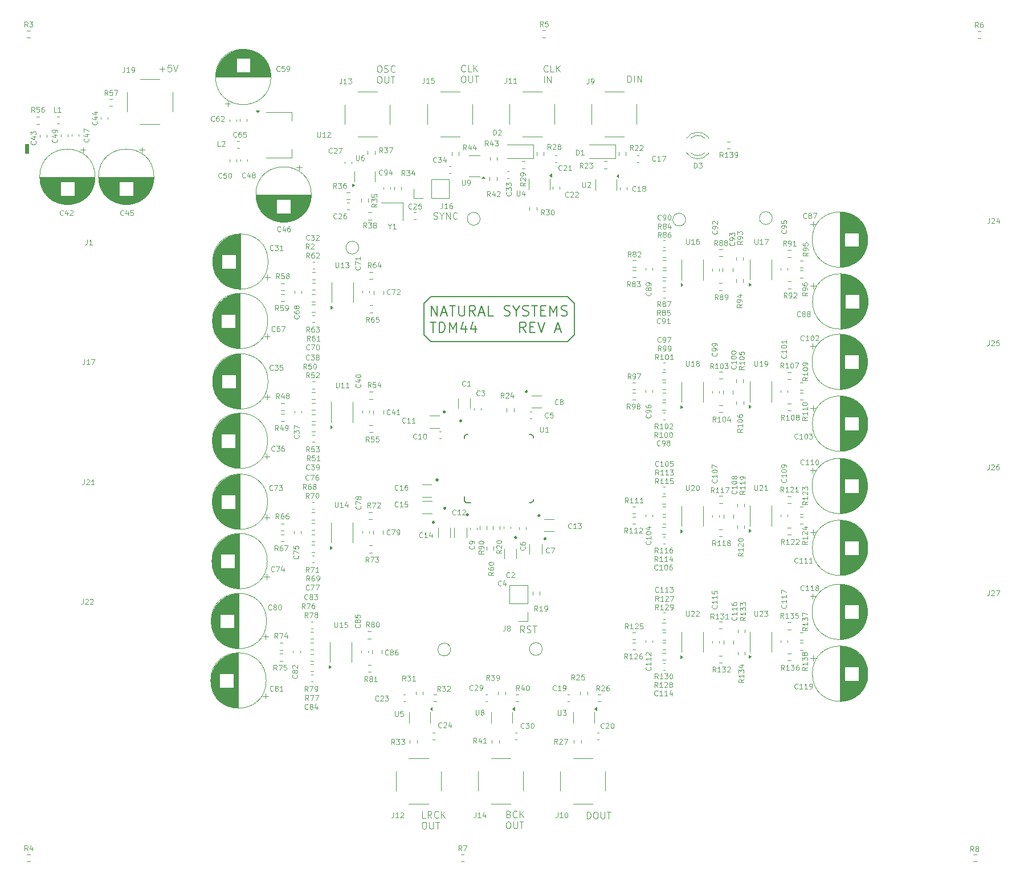
<source format=gbr>
%TF.GenerationSoftware,KiCad,Pcbnew,9.0.1*%
%TF.CreationDate,2025-06-08T13:48:48-07:00*%
%TF.ProjectId,pcm3168a_euro1,70636d33-3136-4386-915f-6575726f312e,rev?*%
%TF.SameCoordinates,Original*%
%TF.FileFunction,Legend,Top*%
%TF.FilePolarity,Positive*%
%FSLAX46Y46*%
G04 Gerber Fmt 4.6, Leading zero omitted, Abs format (unit mm)*
G04 Created by KiCad (PCBNEW 9.0.1) date 2025-06-08 13:48:48*
%MOMM*%
%LPD*%
G01*
G04 APERTURE LIST*
%ADD10C,0.203200*%
%ADD11C,0.253200*%
%ADD12C,0.100000*%
%ADD13C,0.101600*%
%ADD14C,0.120000*%
%ADD15C,0.200000*%
G04 APERTURE END LIST*
D10*
X155536900Y-116348000D02*
X155536900Y-111667800D01*
X176914300Y-117348000D02*
X177914300Y-116348000D01*
X156536900Y-117348000D02*
X176914300Y-117348000D01*
D11*
X172770400Y-143256000D02*
G75*
G02*
X172517200Y-143256000I-126600J0D01*
G01*
X172517200Y-143256000D02*
G75*
G02*
X172770400Y-143256000I126600J0D01*
G01*
X157632000Y-137947400D02*
G75*
G02*
X157378800Y-137947400I-126600J0D01*
G01*
X157378800Y-137947400D02*
G75*
G02*
X157632000Y-137947400I126600J0D01*
G01*
D12*
X96329500Y-87960200D02*
X96812100Y-87960200D01*
X96812100Y-89331800D01*
X96329500Y-89331800D01*
X96329500Y-87960200D01*
G36*
X96329500Y-87960200D02*
G01*
X96812100Y-87960200D01*
X96812100Y-89331800D01*
X96329500Y-89331800D01*
X96329500Y-87960200D01*
G37*
D10*
X155536900Y-111667800D02*
X156536900Y-110667800D01*
D11*
X169290600Y-146507200D02*
G75*
G02*
X169037400Y-146507200I-126600J0D01*
G01*
X169037400Y-146507200D02*
G75*
G02*
X169290600Y-146507200I126600J0D01*
G01*
D10*
X156536900Y-110667800D02*
X176914300Y-110667800D01*
X177914300Y-111667800D02*
X176914300Y-110667800D01*
X177914300Y-116348000D02*
X177914300Y-111667800D01*
D11*
X161137200Y-129159000D02*
G75*
G02*
X160884000Y-129159000I-126600J0D01*
G01*
X160884000Y-129159000D02*
G75*
G02*
X161137200Y-129159000I126600J0D01*
G01*
X162127800Y-143129000D02*
G75*
G02*
X161874600Y-143129000I-126600J0D01*
G01*
X161874600Y-143129000D02*
G75*
G02*
X162127800Y-143129000I126600J0D01*
G01*
X173659400Y-146685000D02*
G75*
G02*
X173406200Y-146685000I-126600J0D01*
G01*
X173406200Y-146685000D02*
G75*
G02*
X173659400Y-146685000I126600J0D01*
G01*
X158698800Y-127838200D02*
G75*
G02*
X158445600Y-127838200I-126600J0D01*
G01*
X158445600Y-127838200D02*
G75*
G02*
X158698800Y-127838200I126600J0D01*
G01*
X158775000Y-142163800D02*
G75*
G02*
X158521800Y-142163800I-126600J0D01*
G01*
X158521800Y-142163800D02*
G75*
G02*
X158775000Y-142163800I126600J0D01*
G01*
X157073200Y-144246600D02*
G75*
G02*
X156820000Y-144246600I-126600J0D01*
G01*
X156820000Y-144246600D02*
G75*
G02*
X157073200Y-144246600I126600J0D01*
G01*
D10*
X156536900Y-117348000D02*
X155536900Y-116348000D01*
D11*
X170890800Y-124815600D02*
G75*
G02*
X170637600Y-124815600I-126600J0D01*
G01*
X170637600Y-124815600D02*
G75*
G02*
X170890800Y-124815600I126600J0D01*
G01*
D12*
X173963612Y-77174936D02*
X173915993Y-77222556D01*
X173915993Y-77222556D02*
X173773136Y-77270175D01*
X173773136Y-77270175D02*
X173677898Y-77270175D01*
X173677898Y-77270175D02*
X173535041Y-77222556D01*
X173535041Y-77222556D02*
X173439803Y-77127317D01*
X173439803Y-77127317D02*
X173392184Y-77032079D01*
X173392184Y-77032079D02*
X173344565Y-76841603D01*
X173344565Y-76841603D02*
X173344565Y-76698746D01*
X173344565Y-76698746D02*
X173392184Y-76508270D01*
X173392184Y-76508270D02*
X173439803Y-76413032D01*
X173439803Y-76413032D02*
X173535041Y-76317794D01*
X173535041Y-76317794D02*
X173677898Y-76270175D01*
X173677898Y-76270175D02*
X173773136Y-76270175D01*
X173773136Y-76270175D02*
X173915993Y-76317794D01*
X173915993Y-76317794D02*
X173963612Y-76365413D01*
X174868374Y-77270175D02*
X174392184Y-77270175D01*
X174392184Y-77270175D02*
X174392184Y-76270175D01*
X175201708Y-77270175D02*
X175201708Y-76270175D01*
X175773136Y-77270175D02*
X175344565Y-76698746D01*
X175773136Y-76270175D02*
X175201708Y-76841603D01*
X173392184Y-78880119D02*
X173392184Y-77880119D01*
X173868374Y-78880119D02*
X173868374Y-77880119D01*
X173868374Y-77880119D02*
X174439802Y-78880119D01*
X174439802Y-78880119D02*
X174439802Y-77880119D01*
X161695412Y-77149536D02*
X161647793Y-77197156D01*
X161647793Y-77197156D02*
X161504936Y-77244775D01*
X161504936Y-77244775D02*
X161409698Y-77244775D01*
X161409698Y-77244775D02*
X161266841Y-77197156D01*
X161266841Y-77197156D02*
X161171603Y-77101917D01*
X161171603Y-77101917D02*
X161123984Y-77006679D01*
X161123984Y-77006679D02*
X161076365Y-76816203D01*
X161076365Y-76816203D02*
X161076365Y-76673346D01*
X161076365Y-76673346D02*
X161123984Y-76482870D01*
X161123984Y-76482870D02*
X161171603Y-76387632D01*
X161171603Y-76387632D02*
X161266841Y-76292394D01*
X161266841Y-76292394D02*
X161409698Y-76244775D01*
X161409698Y-76244775D02*
X161504936Y-76244775D01*
X161504936Y-76244775D02*
X161647793Y-76292394D01*
X161647793Y-76292394D02*
X161695412Y-76340013D01*
X162600174Y-77244775D02*
X162123984Y-77244775D01*
X162123984Y-77244775D02*
X162123984Y-76244775D01*
X162933508Y-77244775D02*
X162933508Y-76244775D01*
X163504936Y-77244775D02*
X163076365Y-76673346D01*
X163504936Y-76244775D02*
X162933508Y-76816203D01*
X161314460Y-77854719D02*
X161504936Y-77854719D01*
X161504936Y-77854719D02*
X161600174Y-77902338D01*
X161600174Y-77902338D02*
X161695412Y-77997576D01*
X161695412Y-77997576D02*
X161743031Y-78188052D01*
X161743031Y-78188052D02*
X161743031Y-78521385D01*
X161743031Y-78521385D02*
X161695412Y-78711861D01*
X161695412Y-78711861D02*
X161600174Y-78807100D01*
X161600174Y-78807100D02*
X161504936Y-78854719D01*
X161504936Y-78854719D02*
X161314460Y-78854719D01*
X161314460Y-78854719D02*
X161219222Y-78807100D01*
X161219222Y-78807100D02*
X161123984Y-78711861D01*
X161123984Y-78711861D02*
X161076365Y-78521385D01*
X161076365Y-78521385D02*
X161076365Y-78188052D01*
X161076365Y-78188052D02*
X161123984Y-77997576D01*
X161123984Y-77997576D02*
X161219222Y-77902338D01*
X161219222Y-77902338D02*
X161314460Y-77854719D01*
X162171603Y-77854719D02*
X162171603Y-78664242D01*
X162171603Y-78664242D02*
X162219222Y-78759480D01*
X162219222Y-78759480D02*
X162266841Y-78807100D01*
X162266841Y-78807100D02*
X162362079Y-78854719D01*
X162362079Y-78854719D02*
X162552555Y-78854719D01*
X162552555Y-78854719D02*
X162647793Y-78807100D01*
X162647793Y-78807100D02*
X162695412Y-78759480D01*
X162695412Y-78759480D02*
X162743031Y-78664242D01*
X162743031Y-78664242D02*
X162743031Y-77854719D01*
X163076365Y-77854719D02*
X163647793Y-77854719D01*
X163362079Y-78854719D02*
X163362079Y-77854719D01*
X168137517Y-187642765D02*
X168280374Y-187690384D01*
X168280374Y-187690384D02*
X168327993Y-187738003D01*
X168327993Y-187738003D02*
X168375612Y-187833241D01*
X168375612Y-187833241D02*
X168375612Y-187976098D01*
X168375612Y-187976098D02*
X168327993Y-188071336D01*
X168327993Y-188071336D02*
X168280374Y-188118956D01*
X168280374Y-188118956D02*
X168185136Y-188166575D01*
X168185136Y-188166575D02*
X167804184Y-188166575D01*
X167804184Y-188166575D02*
X167804184Y-187166575D01*
X167804184Y-187166575D02*
X168137517Y-187166575D01*
X168137517Y-187166575D02*
X168232755Y-187214194D01*
X168232755Y-187214194D02*
X168280374Y-187261813D01*
X168280374Y-187261813D02*
X168327993Y-187357051D01*
X168327993Y-187357051D02*
X168327993Y-187452289D01*
X168327993Y-187452289D02*
X168280374Y-187547527D01*
X168280374Y-187547527D02*
X168232755Y-187595146D01*
X168232755Y-187595146D02*
X168137517Y-187642765D01*
X168137517Y-187642765D02*
X167804184Y-187642765D01*
X169375612Y-188071336D02*
X169327993Y-188118956D01*
X169327993Y-188118956D02*
X169185136Y-188166575D01*
X169185136Y-188166575D02*
X169089898Y-188166575D01*
X169089898Y-188166575D02*
X168947041Y-188118956D01*
X168947041Y-188118956D02*
X168851803Y-188023717D01*
X168851803Y-188023717D02*
X168804184Y-187928479D01*
X168804184Y-187928479D02*
X168756565Y-187738003D01*
X168756565Y-187738003D02*
X168756565Y-187595146D01*
X168756565Y-187595146D02*
X168804184Y-187404670D01*
X168804184Y-187404670D02*
X168851803Y-187309432D01*
X168851803Y-187309432D02*
X168947041Y-187214194D01*
X168947041Y-187214194D02*
X169089898Y-187166575D01*
X169089898Y-187166575D02*
X169185136Y-187166575D01*
X169185136Y-187166575D02*
X169327993Y-187214194D01*
X169327993Y-187214194D02*
X169375612Y-187261813D01*
X169804184Y-188166575D02*
X169804184Y-187166575D01*
X170375612Y-188166575D02*
X169947041Y-187595146D01*
X170375612Y-187166575D02*
X169804184Y-187738003D01*
X167994660Y-188776519D02*
X168185136Y-188776519D01*
X168185136Y-188776519D02*
X168280374Y-188824138D01*
X168280374Y-188824138D02*
X168375612Y-188919376D01*
X168375612Y-188919376D02*
X168423231Y-189109852D01*
X168423231Y-189109852D02*
X168423231Y-189443185D01*
X168423231Y-189443185D02*
X168375612Y-189633661D01*
X168375612Y-189633661D02*
X168280374Y-189728900D01*
X168280374Y-189728900D02*
X168185136Y-189776519D01*
X168185136Y-189776519D02*
X167994660Y-189776519D01*
X167994660Y-189776519D02*
X167899422Y-189728900D01*
X167899422Y-189728900D02*
X167804184Y-189633661D01*
X167804184Y-189633661D02*
X167756565Y-189443185D01*
X167756565Y-189443185D02*
X167756565Y-189109852D01*
X167756565Y-189109852D02*
X167804184Y-188919376D01*
X167804184Y-188919376D02*
X167899422Y-188824138D01*
X167899422Y-188824138D02*
X167994660Y-188776519D01*
X168851803Y-188776519D02*
X168851803Y-189586042D01*
X168851803Y-189586042D02*
X168899422Y-189681280D01*
X168899422Y-189681280D02*
X168947041Y-189728900D01*
X168947041Y-189728900D02*
X169042279Y-189776519D01*
X169042279Y-189776519D02*
X169232755Y-189776519D01*
X169232755Y-189776519D02*
X169327993Y-189728900D01*
X169327993Y-189728900D02*
X169375612Y-189681280D01*
X169375612Y-189681280D02*
X169423231Y-189586042D01*
X169423231Y-189586042D02*
X169423231Y-188776519D01*
X169756565Y-188776519D02*
X170327993Y-188776519D01*
X170042279Y-189776519D02*
X170042279Y-188776519D01*
X116292984Y-76822766D02*
X117054889Y-76822766D01*
X116673936Y-77203719D02*
X116673936Y-76441814D01*
X118007269Y-76203719D02*
X117531079Y-76203719D01*
X117531079Y-76203719D02*
X117483460Y-76679909D01*
X117483460Y-76679909D02*
X117531079Y-76632290D01*
X117531079Y-76632290D02*
X117626317Y-76584671D01*
X117626317Y-76584671D02*
X117864412Y-76584671D01*
X117864412Y-76584671D02*
X117959650Y-76632290D01*
X117959650Y-76632290D02*
X118007269Y-76679909D01*
X118007269Y-76679909D02*
X118054888Y-76775147D01*
X118054888Y-76775147D02*
X118054888Y-77013242D01*
X118054888Y-77013242D02*
X118007269Y-77108480D01*
X118007269Y-77108480D02*
X117959650Y-77156100D01*
X117959650Y-77156100D02*
X117864412Y-77203719D01*
X117864412Y-77203719D02*
X117626317Y-77203719D01*
X117626317Y-77203719D02*
X117531079Y-77156100D01*
X117531079Y-77156100D02*
X117483460Y-77108480D01*
X118340603Y-76203719D02*
X118673936Y-77203719D01*
X118673936Y-77203719D02*
X119007269Y-76203719D01*
X185787384Y-78803919D02*
X185787384Y-77803919D01*
X185787384Y-77803919D02*
X186025479Y-77803919D01*
X186025479Y-77803919D02*
X186168336Y-77851538D01*
X186168336Y-77851538D02*
X186263574Y-77946776D01*
X186263574Y-77946776D02*
X186311193Y-78042014D01*
X186311193Y-78042014D02*
X186358812Y-78232490D01*
X186358812Y-78232490D02*
X186358812Y-78375347D01*
X186358812Y-78375347D02*
X186311193Y-78565823D01*
X186311193Y-78565823D02*
X186263574Y-78661061D01*
X186263574Y-78661061D02*
X186168336Y-78756300D01*
X186168336Y-78756300D02*
X186025479Y-78803919D01*
X186025479Y-78803919D02*
X185787384Y-78803919D01*
X186787384Y-78803919D02*
X186787384Y-77803919D01*
X187263574Y-78803919D02*
X187263574Y-77803919D01*
X187263574Y-77803919D02*
X187835002Y-78803919D01*
X187835002Y-78803919D02*
X187835002Y-77803919D01*
X170471112Y-160654419D02*
X170137779Y-160178228D01*
X169899684Y-160654419D02*
X169899684Y-159654419D01*
X169899684Y-159654419D02*
X170280636Y-159654419D01*
X170280636Y-159654419D02*
X170375874Y-159702038D01*
X170375874Y-159702038D02*
X170423493Y-159749657D01*
X170423493Y-159749657D02*
X170471112Y-159844895D01*
X170471112Y-159844895D02*
X170471112Y-159987752D01*
X170471112Y-159987752D02*
X170423493Y-160082990D01*
X170423493Y-160082990D02*
X170375874Y-160130609D01*
X170375874Y-160130609D02*
X170280636Y-160178228D01*
X170280636Y-160178228D02*
X169899684Y-160178228D01*
X170852065Y-160606800D02*
X170994922Y-160654419D01*
X170994922Y-160654419D02*
X171233017Y-160654419D01*
X171233017Y-160654419D02*
X171328255Y-160606800D01*
X171328255Y-160606800D02*
X171375874Y-160559180D01*
X171375874Y-160559180D02*
X171423493Y-160463942D01*
X171423493Y-160463942D02*
X171423493Y-160368704D01*
X171423493Y-160368704D02*
X171375874Y-160273466D01*
X171375874Y-160273466D02*
X171328255Y-160225847D01*
X171328255Y-160225847D02*
X171233017Y-160178228D01*
X171233017Y-160178228D02*
X171042541Y-160130609D01*
X171042541Y-160130609D02*
X170947303Y-160082990D01*
X170947303Y-160082990D02*
X170899684Y-160035371D01*
X170899684Y-160035371D02*
X170852065Y-159940133D01*
X170852065Y-159940133D02*
X170852065Y-159844895D01*
X170852065Y-159844895D02*
X170899684Y-159749657D01*
X170899684Y-159749657D02*
X170947303Y-159702038D01*
X170947303Y-159702038D02*
X171042541Y-159654419D01*
X171042541Y-159654419D02*
X171280636Y-159654419D01*
X171280636Y-159654419D02*
X171423493Y-159702038D01*
X171709208Y-159654419D02*
X172280636Y-159654419D01*
X171994922Y-160654419D02*
X171994922Y-159654419D01*
X148843060Y-76295575D02*
X149033536Y-76295575D01*
X149033536Y-76295575D02*
X149128774Y-76343194D01*
X149128774Y-76343194D02*
X149224012Y-76438432D01*
X149224012Y-76438432D02*
X149271631Y-76628908D01*
X149271631Y-76628908D02*
X149271631Y-76962241D01*
X149271631Y-76962241D02*
X149224012Y-77152717D01*
X149224012Y-77152717D02*
X149128774Y-77247956D01*
X149128774Y-77247956D02*
X149033536Y-77295575D01*
X149033536Y-77295575D02*
X148843060Y-77295575D01*
X148843060Y-77295575D02*
X148747822Y-77247956D01*
X148747822Y-77247956D02*
X148652584Y-77152717D01*
X148652584Y-77152717D02*
X148604965Y-76962241D01*
X148604965Y-76962241D02*
X148604965Y-76628908D01*
X148604965Y-76628908D02*
X148652584Y-76438432D01*
X148652584Y-76438432D02*
X148747822Y-76343194D01*
X148747822Y-76343194D02*
X148843060Y-76295575D01*
X149652584Y-77247956D02*
X149795441Y-77295575D01*
X149795441Y-77295575D02*
X150033536Y-77295575D01*
X150033536Y-77295575D02*
X150128774Y-77247956D01*
X150128774Y-77247956D02*
X150176393Y-77200336D01*
X150176393Y-77200336D02*
X150224012Y-77105098D01*
X150224012Y-77105098D02*
X150224012Y-77009860D01*
X150224012Y-77009860D02*
X150176393Y-76914622D01*
X150176393Y-76914622D02*
X150128774Y-76867003D01*
X150128774Y-76867003D02*
X150033536Y-76819384D01*
X150033536Y-76819384D02*
X149843060Y-76771765D01*
X149843060Y-76771765D02*
X149747822Y-76724146D01*
X149747822Y-76724146D02*
X149700203Y-76676527D01*
X149700203Y-76676527D02*
X149652584Y-76581289D01*
X149652584Y-76581289D02*
X149652584Y-76486051D01*
X149652584Y-76486051D02*
X149700203Y-76390813D01*
X149700203Y-76390813D02*
X149747822Y-76343194D01*
X149747822Y-76343194D02*
X149843060Y-76295575D01*
X149843060Y-76295575D02*
X150081155Y-76295575D01*
X150081155Y-76295575D02*
X150224012Y-76343194D01*
X151224012Y-77200336D02*
X151176393Y-77247956D01*
X151176393Y-77247956D02*
X151033536Y-77295575D01*
X151033536Y-77295575D02*
X150938298Y-77295575D01*
X150938298Y-77295575D02*
X150795441Y-77247956D01*
X150795441Y-77247956D02*
X150700203Y-77152717D01*
X150700203Y-77152717D02*
X150652584Y-77057479D01*
X150652584Y-77057479D02*
X150604965Y-76867003D01*
X150604965Y-76867003D02*
X150604965Y-76724146D01*
X150604965Y-76724146D02*
X150652584Y-76533670D01*
X150652584Y-76533670D02*
X150700203Y-76438432D01*
X150700203Y-76438432D02*
X150795441Y-76343194D01*
X150795441Y-76343194D02*
X150938298Y-76295575D01*
X150938298Y-76295575D02*
X151033536Y-76295575D01*
X151033536Y-76295575D02*
X151176393Y-76343194D01*
X151176393Y-76343194D02*
X151224012Y-76390813D01*
X148843060Y-77905519D02*
X149033536Y-77905519D01*
X149033536Y-77905519D02*
X149128774Y-77953138D01*
X149128774Y-77953138D02*
X149224012Y-78048376D01*
X149224012Y-78048376D02*
X149271631Y-78238852D01*
X149271631Y-78238852D02*
X149271631Y-78572185D01*
X149271631Y-78572185D02*
X149224012Y-78762661D01*
X149224012Y-78762661D02*
X149128774Y-78857900D01*
X149128774Y-78857900D02*
X149033536Y-78905519D01*
X149033536Y-78905519D02*
X148843060Y-78905519D01*
X148843060Y-78905519D02*
X148747822Y-78857900D01*
X148747822Y-78857900D02*
X148652584Y-78762661D01*
X148652584Y-78762661D02*
X148604965Y-78572185D01*
X148604965Y-78572185D02*
X148604965Y-78238852D01*
X148604965Y-78238852D02*
X148652584Y-78048376D01*
X148652584Y-78048376D02*
X148747822Y-77953138D01*
X148747822Y-77953138D02*
X148843060Y-77905519D01*
X149700203Y-77905519D02*
X149700203Y-78715042D01*
X149700203Y-78715042D02*
X149747822Y-78810280D01*
X149747822Y-78810280D02*
X149795441Y-78857900D01*
X149795441Y-78857900D02*
X149890679Y-78905519D01*
X149890679Y-78905519D02*
X150081155Y-78905519D01*
X150081155Y-78905519D02*
X150176393Y-78857900D01*
X150176393Y-78857900D02*
X150224012Y-78810280D01*
X150224012Y-78810280D02*
X150271631Y-78715042D01*
X150271631Y-78715042D02*
X150271631Y-77905519D01*
X150604965Y-77905519D02*
X151176393Y-77905519D01*
X150890679Y-78905519D02*
X150890679Y-77905519D01*
X155783574Y-188217375D02*
X155307384Y-188217375D01*
X155307384Y-188217375D02*
X155307384Y-187217375D01*
X156688336Y-188217375D02*
X156355003Y-187741184D01*
X156116908Y-188217375D02*
X156116908Y-187217375D01*
X156116908Y-187217375D02*
X156497860Y-187217375D01*
X156497860Y-187217375D02*
X156593098Y-187264994D01*
X156593098Y-187264994D02*
X156640717Y-187312613D01*
X156640717Y-187312613D02*
X156688336Y-187407851D01*
X156688336Y-187407851D02*
X156688336Y-187550708D01*
X156688336Y-187550708D02*
X156640717Y-187645946D01*
X156640717Y-187645946D02*
X156593098Y-187693565D01*
X156593098Y-187693565D02*
X156497860Y-187741184D01*
X156497860Y-187741184D02*
X156116908Y-187741184D01*
X157688336Y-188122136D02*
X157640717Y-188169756D01*
X157640717Y-188169756D02*
X157497860Y-188217375D01*
X157497860Y-188217375D02*
X157402622Y-188217375D01*
X157402622Y-188217375D02*
X157259765Y-188169756D01*
X157259765Y-188169756D02*
X157164527Y-188074517D01*
X157164527Y-188074517D02*
X157116908Y-187979279D01*
X157116908Y-187979279D02*
X157069289Y-187788803D01*
X157069289Y-187788803D02*
X157069289Y-187645946D01*
X157069289Y-187645946D02*
X157116908Y-187455470D01*
X157116908Y-187455470D02*
X157164527Y-187360232D01*
X157164527Y-187360232D02*
X157259765Y-187264994D01*
X157259765Y-187264994D02*
X157402622Y-187217375D01*
X157402622Y-187217375D02*
X157497860Y-187217375D01*
X157497860Y-187217375D02*
X157640717Y-187264994D01*
X157640717Y-187264994D02*
X157688336Y-187312613D01*
X158116908Y-188217375D02*
X158116908Y-187217375D01*
X158688336Y-188217375D02*
X158259765Y-187645946D01*
X158688336Y-187217375D02*
X158116908Y-187788803D01*
X155497860Y-188827319D02*
X155688336Y-188827319D01*
X155688336Y-188827319D02*
X155783574Y-188874938D01*
X155783574Y-188874938D02*
X155878812Y-188970176D01*
X155878812Y-188970176D02*
X155926431Y-189160652D01*
X155926431Y-189160652D02*
X155926431Y-189493985D01*
X155926431Y-189493985D02*
X155878812Y-189684461D01*
X155878812Y-189684461D02*
X155783574Y-189779700D01*
X155783574Y-189779700D02*
X155688336Y-189827319D01*
X155688336Y-189827319D02*
X155497860Y-189827319D01*
X155497860Y-189827319D02*
X155402622Y-189779700D01*
X155402622Y-189779700D02*
X155307384Y-189684461D01*
X155307384Y-189684461D02*
X155259765Y-189493985D01*
X155259765Y-189493985D02*
X155259765Y-189160652D01*
X155259765Y-189160652D02*
X155307384Y-188970176D01*
X155307384Y-188970176D02*
X155402622Y-188874938D01*
X155402622Y-188874938D02*
X155497860Y-188827319D01*
X156355003Y-188827319D02*
X156355003Y-189636842D01*
X156355003Y-189636842D02*
X156402622Y-189732080D01*
X156402622Y-189732080D02*
X156450241Y-189779700D01*
X156450241Y-189779700D02*
X156545479Y-189827319D01*
X156545479Y-189827319D02*
X156735955Y-189827319D01*
X156735955Y-189827319D02*
X156831193Y-189779700D01*
X156831193Y-189779700D02*
X156878812Y-189732080D01*
X156878812Y-189732080D02*
X156926431Y-189636842D01*
X156926431Y-189636842D02*
X156926431Y-188827319D01*
X157259765Y-188827319D02*
X157831193Y-188827319D01*
X157545479Y-189827319D02*
X157545479Y-188827319D01*
D10*
X156668441Y-113528969D02*
X156668441Y-112004969D01*
X156668441Y-112004969D02*
X157539298Y-113528969D01*
X157539298Y-113528969D02*
X157539298Y-112004969D01*
X158192440Y-113093540D02*
X158918155Y-113093540D01*
X158047297Y-113528969D02*
X158555297Y-112004969D01*
X158555297Y-112004969D02*
X159063297Y-113528969D01*
X159353583Y-112004969D02*
X160224441Y-112004969D01*
X159789012Y-113528969D02*
X159789012Y-112004969D01*
X160732441Y-112004969D02*
X160732441Y-113238683D01*
X160732441Y-113238683D02*
X160805012Y-113383826D01*
X160805012Y-113383826D02*
X160877584Y-113456398D01*
X160877584Y-113456398D02*
X161022726Y-113528969D01*
X161022726Y-113528969D02*
X161313012Y-113528969D01*
X161313012Y-113528969D02*
X161458155Y-113456398D01*
X161458155Y-113456398D02*
X161530726Y-113383826D01*
X161530726Y-113383826D02*
X161603298Y-113238683D01*
X161603298Y-113238683D02*
X161603298Y-112004969D01*
X163199869Y-113528969D02*
X162691869Y-112803255D01*
X162329012Y-113528969D02*
X162329012Y-112004969D01*
X162329012Y-112004969D02*
X162909583Y-112004969D01*
X162909583Y-112004969D02*
X163054726Y-112077540D01*
X163054726Y-112077540D02*
X163127297Y-112150112D01*
X163127297Y-112150112D02*
X163199869Y-112295255D01*
X163199869Y-112295255D02*
X163199869Y-112512969D01*
X163199869Y-112512969D02*
X163127297Y-112658112D01*
X163127297Y-112658112D02*
X163054726Y-112730683D01*
X163054726Y-112730683D02*
X162909583Y-112803255D01*
X162909583Y-112803255D02*
X162329012Y-112803255D01*
X163780440Y-113093540D02*
X164506155Y-113093540D01*
X163635297Y-113528969D02*
X164143297Y-112004969D01*
X164143297Y-112004969D02*
X164651297Y-113528969D01*
X165885012Y-113528969D02*
X165159298Y-113528969D01*
X165159298Y-113528969D02*
X165159298Y-112004969D01*
X167481583Y-113456398D02*
X167699298Y-113528969D01*
X167699298Y-113528969D02*
X168062155Y-113528969D01*
X168062155Y-113528969D02*
X168207298Y-113456398D01*
X168207298Y-113456398D02*
X168279869Y-113383826D01*
X168279869Y-113383826D02*
X168352440Y-113238683D01*
X168352440Y-113238683D02*
X168352440Y-113093540D01*
X168352440Y-113093540D02*
X168279869Y-112948398D01*
X168279869Y-112948398D02*
X168207298Y-112875826D01*
X168207298Y-112875826D02*
X168062155Y-112803255D01*
X168062155Y-112803255D02*
X167771869Y-112730683D01*
X167771869Y-112730683D02*
X167626726Y-112658112D01*
X167626726Y-112658112D02*
X167554155Y-112585540D01*
X167554155Y-112585540D02*
X167481583Y-112440398D01*
X167481583Y-112440398D02*
X167481583Y-112295255D01*
X167481583Y-112295255D02*
X167554155Y-112150112D01*
X167554155Y-112150112D02*
X167626726Y-112077540D01*
X167626726Y-112077540D02*
X167771869Y-112004969D01*
X167771869Y-112004969D02*
X168134726Y-112004969D01*
X168134726Y-112004969D02*
X168352440Y-112077540D01*
X169295869Y-112803255D02*
X169295869Y-113528969D01*
X168787869Y-112004969D02*
X169295869Y-112803255D01*
X169295869Y-112803255D02*
X169803869Y-112004969D01*
X170239298Y-113456398D02*
X170457013Y-113528969D01*
X170457013Y-113528969D02*
X170819870Y-113528969D01*
X170819870Y-113528969D02*
X170965013Y-113456398D01*
X170965013Y-113456398D02*
X171037584Y-113383826D01*
X171037584Y-113383826D02*
X171110155Y-113238683D01*
X171110155Y-113238683D02*
X171110155Y-113093540D01*
X171110155Y-113093540D02*
X171037584Y-112948398D01*
X171037584Y-112948398D02*
X170965013Y-112875826D01*
X170965013Y-112875826D02*
X170819870Y-112803255D01*
X170819870Y-112803255D02*
X170529584Y-112730683D01*
X170529584Y-112730683D02*
X170384441Y-112658112D01*
X170384441Y-112658112D02*
X170311870Y-112585540D01*
X170311870Y-112585540D02*
X170239298Y-112440398D01*
X170239298Y-112440398D02*
X170239298Y-112295255D01*
X170239298Y-112295255D02*
X170311870Y-112150112D01*
X170311870Y-112150112D02*
X170384441Y-112077540D01*
X170384441Y-112077540D02*
X170529584Y-112004969D01*
X170529584Y-112004969D02*
X170892441Y-112004969D01*
X170892441Y-112004969D02*
X171110155Y-112077540D01*
X171545584Y-112004969D02*
X172416442Y-112004969D01*
X171981013Y-113528969D02*
X171981013Y-112004969D01*
X172924442Y-112730683D02*
X173432442Y-112730683D01*
X173650156Y-113528969D02*
X172924442Y-113528969D01*
X172924442Y-113528969D02*
X172924442Y-112004969D01*
X172924442Y-112004969D02*
X173650156Y-112004969D01*
X174303299Y-113528969D02*
X174303299Y-112004969D01*
X174303299Y-112004969D02*
X174811299Y-113093540D01*
X174811299Y-113093540D02*
X175319299Y-112004969D01*
X175319299Y-112004969D02*
X175319299Y-113528969D01*
X175972441Y-113456398D02*
X176190156Y-113528969D01*
X176190156Y-113528969D02*
X176553013Y-113528969D01*
X176553013Y-113528969D02*
X176698156Y-113456398D01*
X176698156Y-113456398D02*
X176770727Y-113383826D01*
X176770727Y-113383826D02*
X176843298Y-113238683D01*
X176843298Y-113238683D02*
X176843298Y-113093540D01*
X176843298Y-113093540D02*
X176770727Y-112948398D01*
X176770727Y-112948398D02*
X176698156Y-112875826D01*
X176698156Y-112875826D02*
X176553013Y-112803255D01*
X176553013Y-112803255D02*
X176262727Y-112730683D01*
X176262727Y-112730683D02*
X176117584Y-112658112D01*
X176117584Y-112658112D02*
X176045013Y-112585540D01*
X176045013Y-112585540D02*
X175972441Y-112440398D01*
X175972441Y-112440398D02*
X175972441Y-112295255D01*
X175972441Y-112295255D02*
X176045013Y-112150112D01*
X176045013Y-112150112D02*
X176117584Y-112077540D01*
X176117584Y-112077540D02*
X176262727Y-112004969D01*
X176262727Y-112004969D02*
X176625584Y-112004969D01*
X176625584Y-112004969D02*
X176843298Y-112077540D01*
X156450726Y-114458524D02*
X157321584Y-114458524D01*
X156886155Y-115982524D02*
X156886155Y-114458524D01*
X157829584Y-115982524D02*
X157829584Y-114458524D01*
X157829584Y-114458524D02*
X158192441Y-114458524D01*
X158192441Y-114458524D02*
X158410155Y-114531095D01*
X158410155Y-114531095D02*
X158555298Y-114676238D01*
X158555298Y-114676238D02*
X158627869Y-114821381D01*
X158627869Y-114821381D02*
X158700441Y-115111667D01*
X158700441Y-115111667D02*
X158700441Y-115329381D01*
X158700441Y-115329381D02*
X158627869Y-115619667D01*
X158627869Y-115619667D02*
X158555298Y-115764810D01*
X158555298Y-115764810D02*
X158410155Y-115909953D01*
X158410155Y-115909953D02*
X158192441Y-115982524D01*
X158192441Y-115982524D02*
X157829584Y-115982524D01*
X159353584Y-115982524D02*
X159353584Y-114458524D01*
X159353584Y-114458524D02*
X159861584Y-115547095D01*
X159861584Y-115547095D02*
X160369584Y-114458524D01*
X160369584Y-114458524D02*
X160369584Y-115982524D01*
X161748441Y-114966524D02*
X161748441Y-115982524D01*
X161385583Y-114385953D02*
X161022726Y-115474524D01*
X161022726Y-115474524D02*
X161966155Y-115474524D01*
X163199870Y-114966524D02*
X163199870Y-115982524D01*
X162837012Y-114385953D02*
X162474155Y-115474524D01*
X162474155Y-115474524D02*
X163417584Y-115474524D01*
X170674728Y-115982524D02*
X170166728Y-115256810D01*
X169803871Y-115982524D02*
X169803871Y-114458524D01*
X169803871Y-114458524D02*
X170384442Y-114458524D01*
X170384442Y-114458524D02*
X170529585Y-114531095D01*
X170529585Y-114531095D02*
X170602156Y-114603667D01*
X170602156Y-114603667D02*
X170674728Y-114748810D01*
X170674728Y-114748810D02*
X170674728Y-114966524D01*
X170674728Y-114966524D02*
X170602156Y-115111667D01*
X170602156Y-115111667D02*
X170529585Y-115184238D01*
X170529585Y-115184238D02*
X170384442Y-115256810D01*
X170384442Y-115256810D02*
X169803871Y-115256810D01*
X171327871Y-115184238D02*
X171835871Y-115184238D01*
X172053585Y-115982524D02*
X171327871Y-115982524D01*
X171327871Y-115982524D02*
X171327871Y-114458524D01*
X171327871Y-114458524D02*
X172053585Y-114458524D01*
X172489013Y-114458524D02*
X172997013Y-115982524D01*
X172997013Y-115982524D02*
X173505013Y-114458524D01*
X175101585Y-115547095D02*
X175827300Y-115547095D01*
X174956442Y-115982524D02*
X175464442Y-114458524D01*
X175464442Y-114458524D02*
X175972442Y-115982524D01*
D12*
X156986965Y-99127100D02*
X157129822Y-99174719D01*
X157129822Y-99174719D02*
X157367917Y-99174719D01*
X157367917Y-99174719D02*
X157463155Y-99127100D01*
X157463155Y-99127100D02*
X157510774Y-99079480D01*
X157510774Y-99079480D02*
X157558393Y-98984242D01*
X157558393Y-98984242D02*
X157558393Y-98889004D01*
X157558393Y-98889004D02*
X157510774Y-98793766D01*
X157510774Y-98793766D02*
X157463155Y-98746147D01*
X157463155Y-98746147D02*
X157367917Y-98698528D01*
X157367917Y-98698528D02*
X157177441Y-98650909D01*
X157177441Y-98650909D02*
X157082203Y-98603290D01*
X157082203Y-98603290D02*
X157034584Y-98555671D01*
X157034584Y-98555671D02*
X156986965Y-98460433D01*
X156986965Y-98460433D02*
X156986965Y-98365195D01*
X156986965Y-98365195D02*
X157034584Y-98269957D01*
X157034584Y-98269957D02*
X157082203Y-98222338D01*
X157082203Y-98222338D02*
X157177441Y-98174719D01*
X157177441Y-98174719D02*
X157415536Y-98174719D01*
X157415536Y-98174719D02*
X157558393Y-98222338D01*
X158177441Y-98698528D02*
X158177441Y-99174719D01*
X157844108Y-98174719D02*
X158177441Y-98698528D01*
X158177441Y-98698528D02*
X158510774Y-98174719D01*
X158844108Y-99174719D02*
X158844108Y-98174719D01*
X158844108Y-98174719D02*
X159415536Y-99174719D01*
X159415536Y-99174719D02*
X159415536Y-98174719D01*
X160463155Y-99079480D02*
X160415536Y-99127100D01*
X160415536Y-99127100D02*
X160272679Y-99174719D01*
X160272679Y-99174719D02*
X160177441Y-99174719D01*
X160177441Y-99174719D02*
X160034584Y-99127100D01*
X160034584Y-99127100D02*
X159939346Y-99031861D01*
X159939346Y-99031861D02*
X159891727Y-98936623D01*
X159891727Y-98936623D02*
X159844108Y-98746147D01*
X159844108Y-98746147D02*
X159844108Y-98603290D01*
X159844108Y-98603290D02*
X159891727Y-98412814D01*
X159891727Y-98412814D02*
X159939346Y-98317576D01*
X159939346Y-98317576D02*
X160034584Y-98222338D01*
X160034584Y-98222338D02*
X160177441Y-98174719D01*
X160177441Y-98174719D02*
X160272679Y-98174719D01*
X160272679Y-98174719D02*
X160415536Y-98222338D01*
X160415536Y-98222338D02*
X160463155Y-98269957D01*
X179767584Y-188303319D02*
X179767584Y-187303319D01*
X179767584Y-187303319D02*
X180005679Y-187303319D01*
X180005679Y-187303319D02*
X180148536Y-187350938D01*
X180148536Y-187350938D02*
X180243774Y-187446176D01*
X180243774Y-187446176D02*
X180291393Y-187541414D01*
X180291393Y-187541414D02*
X180339012Y-187731890D01*
X180339012Y-187731890D02*
X180339012Y-187874747D01*
X180339012Y-187874747D02*
X180291393Y-188065223D01*
X180291393Y-188065223D02*
X180243774Y-188160461D01*
X180243774Y-188160461D02*
X180148536Y-188255700D01*
X180148536Y-188255700D02*
X180005679Y-188303319D01*
X180005679Y-188303319D02*
X179767584Y-188303319D01*
X180958060Y-187303319D02*
X181148536Y-187303319D01*
X181148536Y-187303319D02*
X181243774Y-187350938D01*
X181243774Y-187350938D02*
X181339012Y-187446176D01*
X181339012Y-187446176D02*
X181386631Y-187636652D01*
X181386631Y-187636652D02*
X181386631Y-187969985D01*
X181386631Y-187969985D02*
X181339012Y-188160461D01*
X181339012Y-188160461D02*
X181243774Y-188255700D01*
X181243774Y-188255700D02*
X181148536Y-188303319D01*
X181148536Y-188303319D02*
X180958060Y-188303319D01*
X180958060Y-188303319D02*
X180862822Y-188255700D01*
X180862822Y-188255700D02*
X180767584Y-188160461D01*
X180767584Y-188160461D02*
X180719965Y-187969985D01*
X180719965Y-187969985D02*
X180719965Y-187636652D01*
X180719965Y-187636652D02*
X180767584Y-187446176D01*
X180767584Y-187446176D02*
X180862822Y-187350938D01*
X180862822Y-187350938D02*
X180958060Y-187303319D01*
X181815203Y-187303319D02*
X181815203Y-188112842D01*
X181815203Y-188112842D02*
X181862822Y-188208080D01*
X181862822Y-188208080D02*
X181910441Y-188255700D01*
X181910441Y-188255700D02*
X182005679Y-188303319D01*
X182005679Y-188303319D02*
X182196155Y-188303319D01*
X182196155Y-188303319D02*
X182291393Y-188255700D01*
X182291393Y-188255700D02*
X182339012Y-188208080D01*
X182339012Y-188208080D02*
X182386631Y-188112842D01*
X182386631Y-188112842D02*
X182386631Y-187303319D01*
X182719965Y-187303319D02*
X183291393Y-187303319D01*
X183005679Y-188303319D02*
X183005679Y-187303319D01*
D13*
X132889243Y-157182661D02*
X132852957Y-157218947D01*
X132852957Y-157218947D02*
X132744100Y-157255232D01*
X132744100Y-157255232D02*
X132671528Y-157255232D01*
X132671528Y-157255232D02*
X132562671Y-157218947D01*
X132562671Y-157218947D02*
X132490100Y-157146375D01*
X132490100Y-157146375D02*
X132453814Y-157073804D01*
X132453814Y-157073804D02*
X132417528Y-156928661D01*
X132417528Y-156928661D02*
X132417528Y-156819804D01*
X132417528Y-156819804D02*
X132453814Y-156674661D01*
X132453814Y-156674661D02*
X132490100Y-156602089D01*
X132490100Y-156602089D02*
X132562671Y-156529518D01*
X132562671Y-156529518D02*
X132671528Y-156493232D01*
X132671528Y-156493232D02*
X132744100Y-156493232D01*
X132744100Y-156493232D02*
X132852957Y-156529518D01*
X132852957Y-156529518D02*
X132889243Y-156565804D01*
X133324671Y-156819804D02*
X133252100Y-156783518D01*
X133252100Y-156783518D02*
X133215814Y-156747232D01*
X133215814Y-156747232D02*
X133179528Y-156674661D01*
X133179528Y-156674661D02*
X133179528Y-156638375D01*
X133179528Y-156638375D02*
X133215814Y-156565804D01*
X133215814Y-156565804D02*
X133252100Y-156529518D01*
X133252100Y-156529518D02*
X133324671Y-156493232D01*
X133324671Y-156493232D02*
X133469814Y-156493232D01*
X133469814Y-156493232D02*
X133542386Y-156529518D01*
X133542386Y-156529518D02*
X133578671Y-156565804D01*
X133578671Y-156565804D02*
X133614957Y-156638375D01*
X133614957Y-156638375D02*
X133614957Y-156674661D01*
X133614957Y-156674661D02*
X133578671Y-156747232D01*
X133578671Y-156747232D02*
X133542386Y-156783518D01*
X133542386Y-156783518D02*
X133469814Y-156819804D01*
X133469814Y-156819804D02*
X133324671Y-156819804D01*
X133324671Y-156819804D02*
X133252100Y-156856089D01*
X133252100Y-156856089D02*
X133215814Y-156892375D01*
X133215814Y-156892375D02*
X133179528Y-156964947D01*
X133179528Y-156964947D02*
X133179528Y-157110089D01*
X133179528Y-157110089D02*
X133215814Y-157182661D01*
X133215814Y-157182661D02*
X133252100Y-157218947D01*
X133252100Y-157218947D02*
X133324671Y-157255232D01*
X133324671Y-157255232D02*
X133469814Y-157255232D01*
X133469814Y-157255232D02*
X133542386Y-157218947D01*
X133542386Y-157218947D02*
X133578671Y-157182661D01*
X133578671Y-157182661D02*
X133614957Y-157110089D01*
X133614957Y-157110089D02*
X133614957Y-156964947D01*
X133614957Y-156964947D02*
X133578671Y-156892375D01*
X133578671Y-156892375D02*
X133542386Y-156856089D01*
X133542386Y-156856089D02*
X133469814Y-156819804D01*
X134086671Y-156493232D02*
X134159242Y-156493232D01*
X134159242Y-156493232D02*
X134231814Y-156529518D01*
X134231814Y-156529518D02*
X134268100Y-156565804D01*
X134268100Y-156565804D02*
X134304385Y-156638375D01*
X134304385Y-156638375D02*
X134340671Y-156783518D01*
X134340671Y-156783518D02*
X134340671Y-156964947D01*
X134340671Y-156964947D02*
X134304385Y-157110089D01*
X134304385Y-157110089D02*
X134268100Y-157182661D01*
X134268100Y-157182661D02*
X134231814Y-157218947D01*
X134231814Y-157218947D02*
X134159242Y-157255232D01*
X134159242Y-157255232D02*
X134086671Y-157255232D01*
X134086671Y-157255232D02*
X134014100Y-157218947D01*
X134014100Y-157218947D02*
X133977814Y-157182661D01*
X133977814Y-157182661D02*
X133941528Y-157110089D01*
X133941528Y-157110089D02*
X133905242Y-156964947D01*
X133905242Y-156964947D02*
X133905242Y-156783518D01*
X133905242Y-156783518D02*
X133941528Y-156638375D01*
X133941528Y-156638375D02*
X133977814Y-156565804D01*
X133977814Y-156565804D02*
X134014100Y-156529518D01*
X134014100Y-156529518D02*
X134086671Y-156493232D01*
X211072186Y-168931660D02*
X211035900Y-168967946D01*
X211035900Y-168967946D02*
X210927043Y-169004231D01*
X210927043Y-169004231D02*
X210854471Y-169004231D01*
X210854471Y-169004231D02*
X210745614Y-168967946D01*
X210745614Y-168967946D02*
X210673043Y-168895374D01*
X210673043Y-168895374D02*
X210636757Y-168822803D01*
X210636757Y-168822803D02*
X210600471Y-168677660D01*
X210600471Y-168677660D02*
X210600471Y-168568803D01*
X210600471Y-168568803D02*
X210636757Y-168423660D01*
X210636757Y-168423660D02*
X210673043Y-168351088D01*
X210673043Y-168351088D02*
X210745614Y-168278517D01*
X210745614Y-168278517D02*
X210854471Y-168242231D01*
X210854471Y-168242231D02*
X210927043Y-168242231D01*
X210927043Y-168242231D02*
X211035900Y-168278517D01*
X211035900Y-168278517D02*
X211072186Y-168314803D01*
X211797900Y-169004231D02*
X211362471Y-169004231D01*
X211580186Y-169004231D02*
X211580186Y-168242231D01*
X211580186Y-168242231D02*
X211507614Y-168351088D01*
X211507614Y-168351088D02*
X211435043Y-168423660D01*
X211435043Y-168423660D02*
X211362471Y-168459946D01*
X212523614Y-169004231D02*
X212088185Y-169004231D01*
X212305900Y-169004231D02*
X212305900Y-168242231D01*
X212305900Y-168242231D02*
X212233328Y-168351088D01*
X212233328Y-168351088D02*
X212160757Y-168423660D01*
X212160757Y-168423660D02*
X212088185Y-168459946D01*
X212886471Y-169004231D02*
X213031614Y-169004231D01*
X213031614Y-169004231D02*
X213104185Y-168967946D01*
X213104185Y-168967946D02*
X213140471Y-168931660D01*
X213140471Y-168931660D02*
X213213042Y-168822803D01*
X213213042Y-168822803D02*
X213249328Y-168677660D01*
X213249328Y-168677660D02*
X213249328Y-168387374D01*
X213249328Y-168387374D02*
X213213042Y-168314803D01*
X213213042Y-168314803D02*
X213176757Y-168278517D01*
X213176757Y-168278517D02*
X213104185Y-168242231D01*
X213104185Y-168242231D02*
X212959042Y-168242231D01*
X212959042Y-168242231D02*
X212886471Y-168278517D01*
X212886471Y-168278517D02*
X212850185Y-168314803D01*
X212850185Y-168314803D02*
X212813899Y-168387374D01*
X212813899Y-168387374D02*
X212813899Y-168568803D01*
X212813899Y-168568803D02*
X212850185Y-168641374D01*
X212850185Y-168641374D02*
X212886471Y-168677660D01*
X212886471Y-168677660D02*
X212959042Y-168713946D01*
X212959042Y-168713946D02*
X213104185Y-168713946D01*
X213104185Y-168713946D02*
X213176757Y-168677660D01*
X213176757Y-168677660D02*
X213213042Y-168641374D01*
X213213042Y-168641374D02*
X213249328Y-168568803D01*
X237896400Y-70629031D02*
X237642400Y-70266174D01*
X237460971Y-70629031D02*
X237460971Y-69867031D01*
X237460971Y-69867031D02*
X237751257Y-69867031D01*
X237751257Y-69867031D02*
X237823828Y-69903317D01*
X237823828Y-69903317D02*
X237860114Y-69939603D01*
X237860114Y-69939603D02*
X237896400Y-70012174D01*
X237896400Y-70012174D02*
X237896400Y-70121031D01*
X237896400Y-70121031D02*
X237860114Y-70193603D01*
X237860114Y-70193603D02*
X237823828Y-70229888D01*
X237823828Y-70229888D02*
X237751257Y-70266174D01*
X237751257Y-70266174D02*
X237460971Y-70266174D01*
X238549543Y-69867031D02*
X238404400Y-69867031D01*
X238404400Y-69867031D02*
X238331828Y-69903317D01*
X238331828Y-69903317D02*
X238295543Y-69939603D01*
X238295543Y-69939603D02*
X238222971Y-70048460D01*
X238222971Y-70048460D02*
X238186685Y-70193603D01*
X238186685Y-70193603D02*
X238186685Y-70483888D01*
X238186685Y-70483888D02*
X238222971Y-70556460D01*
X238222971Y-70556460D02*
X238259257Y-70592746D01*
X238259257Y-70592746D02*
X238331828Y-70629031D01*
X238331828Y-70629031D02*
X238476971Y-70629031D01*
X238476971Y-70629031D02*
X238549543Y-70592746D01*
X238549543Y-70592746D02*
X238585828Y-70556460D01*
X238585828Y-70556460D02*
X238622114Y-70483888D01*
X238622114Y-70483888D02*
X238622114Y-70302460D01*
X238622114Y-70302460D02*
X238585828Y-70229888D01*
X238585828Y-70229888D02*
X238549543Y-70193603D01*
X238549543Y-70193603D02*
X238476971Y-70157317D01*
X238476971Y-70157317D02*
X238331828Y-70157317D01*
X238331828Y-70157317D02*
X238259257Y-70193603D01*
X238259257Y-70193603D02*
X238222971Y-70229888D01*
X238222971Y-70229888D02*
X238186685Y-70302460D01*
X138567643Y-152963131D02*
X138313643Y-152600274D01*
X138132214Y-152963131D02*
X138132214Y-152201131D01*
X138132214Y-152201131D02*
X138422500Y-152201131D01*
X138422500Y-152201131D02*
X138495071Y-152237417D01*
X138495071Y-152237417D02*
X138531357Y-152273703D01*
X138531357Y-152273703D02*
X138567643Y-152346274D01*
X138567643Y-152346274D02*
X138567643Y-152455131D01*
X138567643Y-152455131D02*
X138531357Y-152527703D01*
X138531357Y-152527703D02*
X138495071Y-152563988D01*
X138495071Y-152563988D02*
X138422500Y-152600274D01*
X138422500Y-152600274D02*
X138132214Y-152600274D01*
X139220786Y-152201131D02*
X139075643Y-152201131D01*
X139075643Y-152201131D02*
X139003071Y-152237417D01*
X139003071Y-152237417D02*
X138966786Y-152273703D01*
X138966786Y-152273703D02*
X138894214Y-152382560D01*
X138894214Y-152382560D02*
X138857928Y-152527703D01*
X138857928Y-152527703D02*
X138857928Y-152817988D01*
X138857928Y-152817988D02*
X138894214Y-152890560D01*
X138894214Y-152890560D02*
X138930500Y-152926846D01*
X138930500Y-152926846D02*
X139003071Y-152963131D01*
X139003071Y-152963131D02*
X139148214Y-152963131D01*
X139148214Y-152963131D02*
X139220786Y-152926846D01*
X139220786Y-152926846D02*
X139257071Y-152890560D01*
X139257071Y-152890560D02*
X139293357Y-152817988D01*
X139293357Y-152817988D02*
X139293357Y-152636560D01*
X139293357Y-152636560D02*
X139257071Y-152563988D01*
X139257071Y-152563988D02*
X139220786Y-152527703D01*
X139220786Y-152527703D02*
X139148214Y-152491417D01*
X139148214Y-152491417D02*
X139003071Y-152491417D01*
X139003071Y-152491417D02*
X138930500Y-152527703D01*
X138930500Y-152527703D02*
X138894214Y-152563988D01*
X138894214Y-152563988D02*
X138857928Y-152636560D01*
X139656214Y-152963131D02*
X139801357Y-152963131D01*
X139801357Y-152963131D02*
X139873928Y-152926846D01*
X139873928Y-152926846D02*
X139910214Y-152890560D01*
X139910214Y-152890560D02*
X139982785Y-152781703D01*
X139982785Y-152781703D02*
X140019071Y-152636560D01*
X140019071Y-152636560D02*
X140019071Y-152346274D01*
X140019071Y-152346274D02*
X139982785Y-152273703D01*
X139982785Y-152273703D02*
X139946500Y-152237417D01*
X139946500Y-152237417D02*
X139873928Y-152201131D01*
X139873928Y-152201131D02*
X139728785Y-152201131D01*
X139728785Y-152201131D02*
X139656214Y-152237417D01*
X139656214Y-152237417D02*
X139619928Y-152273703D01*
X139619928Y-152273703D02*
X139583642Y-152346274D01*
X139583642Y-152346274D02*
X139583642Y-152527703D01*
X139583642Y-152527703D02*
X139619928Y-152600274D01*
X139619928Y-152600274D02*
X139656214Y-152636560D01*
X139656214Y-152636560D02*
X139728785Y-152672846D01*
X139728785Y-152672846D02*
X139873928Y-152672846D01*
X139873928Y-152672846D02*
X139946500Y-152636560D01*
X139946500Y-152636560D02*
X139982785Y-152600274D01*
X139982785Y-152600274D02*
X140019071Y-152527703D01*
X147164043Y-167922232D02*
X146910043Y-167559375D01*
X146728614Y-167922232D02*
X146728614Y-167160232D01*
X146728614Y-167160232D02*
X147018900Y-167160232D01*
X147018900Y-167160232D02*
X147091471Y-167196518D01*
X147091471Y-167196518D02*
X147127757Y-167232804D01*
X147127757Y-167232804D02*
X147164043Y-167305375D01*
X147164043Y-167305375D02*
X147164043Y-167414232D01*
X147164043Y-167414232D02*
X147127757Y-167486804D01*
X147127757Y-167486804D02*
X147091471Y-167523089D01*
X147091471Y-167523089D02*
X147018900Y-167559375D01*
X147018900Y-167559375D02*
X146728614Y-167559375D01*
X147599471Y-167486804D02*
X147526900Y-167450518D01*
X147526900Y-167450518D02*
X147490614Y-167414232D01*
X147490614Y-167414232D02*
X147454328Y-167341661D01*
X147454328Y-167341661D02*
X147454328Y-167305375D01*
X147454328Y-167305375D02*
X147490614Y-167232804D01*
X147490614Y-167232804D02*
X147526900Y-167196518D01*
X147526900Y-167196518D02*
X147599471Y-167160232D01*
X147599471Y-167160232D02*
X147744614Y-167160232D01*
X147744614Y-167160232D02*
X147817186Y-167196518D01*
X147817186Y-167196518D02*
X147853471Y-167232804D01*
X147853471Y-167232804D02*
X147889757Y-167305375D01*
X147889757Y-167305375D02*
X147889757Y-167341661D01*
X147889757Y-167341661D02*
X147853471Y-167414232D01*
X147853471Y-167414232D02*
X147817186Y-167450518D01*
X147817186Y-167450518D02*
X147744614Y-167486804D01*
X147744614Y-167486804D02*
X147599471Y-167486804D01*
X147599471Y-167486804D02*
X147526900Y-167523089D01*
X147526900Y-167523089D02*
X147490614Y-167559375D01*
X147490614Y-167559375D02*
X147454328Y-167631947D01*
X147454328Y-167631947D02*
X147454328Y-167777089D01*
X147454328Y-167777089D02*
X147490614Y-167849661D01*
X147490614Y-167849661D02*
X147526900Y-167885947D01*
X147526900Y-167885947D02*
X147599471Y-167922232D01*
X147599471Y-167922232D02*
X147744614Y-167922232D01*
X147744614Y-167922232D02*
X147817186Y-167885947D01*
X147817186Y-167885947D02*
X147853471Y-167849661D01*
X147853471Y-167849661D02*
X147889757Y-167777089D01*
X147889757Y-167777089D02*
X147889757Y-167631947D01*
X147889757Y-167631947D02*
X147853471Y-167559375D01*
X147853471Y-167559375D02*
X147817186Y-167523089D01*
X147817186Y-167523089D02*
X147744614Y-167486804D01*
X148615471Y-167922232D02*
X148180042Y-167922232D01*
X148397757Y-167922232D02*
X148397757Y-167160232D01*
X148397757Y-167160232D02*
X148325185Y-167269089D01*
X148325185Y-167269089D02*
X148252614Y-167341661D01*
X148252614Y-167341661D02*
X148180042Y-167377947D01*
X163236728Y-172141131D02*
X163236728Y-172757988D01*
X163236728Y-172757988D02*
X163273014Y-172830560D01*
X163273014Y-172830560D02*
X163309300Y-172866846D01*
X163309300Y-172866846D02*
X163381871Y-172903131D01*
X163381871Y-172903131D02*
X163527014Y-172903131D01*
X163527014Y-172903131D02*
X163599585Y-172866846D01*
X163599585Y-172866846D02*
X163635871Y-172830560D01*
X163635871Y-172830560D02*
X163672157Y-172757988D01*
X163672157Y-172757988D02*
X163672157Y-172141131D01*
X164143871Y-172467703D02*
X164071300Y-172431417D01*
X164071300Y-172431417D02*
X164035014Y-172395131D01*
X164035014Y-172395131D02*
X163998728Y-172322560D01*
X163998728Y-172322560D02*
X163998728Y-172286274D01*
X163998728Y-172286274D02*
X164035014Y-172213703D01*
X164035014Y-172213703D02*
X164071300Y-172177417D01*
X164071300Y-172177417D02*
X164143871Y-172141131D01*
X164143871Y-172141131D02*
X164289014Y-172141131D01*
X164289014Y-172141131D02*
X164361586Y-172177417D01*
X164361586Y-172177417D02*
X164397871Y-172213703D01*
X164397871Y-172213703D02*
X164434157Y-172286274D01*
X164434157Y-172286274D02*
X164434157Y-172322560D01*
X164434157Y-172322560D02*
X164397871Y-172395131D01*
X164397871Y-172395131D02*
X164361586Y-172431417D01*
X164361586Y-172431417D02*
X164289014Y-172467703D01*
X164289014Y-172467703D02*
X164143871Y-172467703D01*
X164143871Y-172467703D02*
X164071300Y-172503988D01*
X164071300Y-172503988D02*
X164035014Y-172540274D01*
X164035014Y-172540274D02*
X163998728Y-172612846D01*
X163998728Y-172612846D02*
X163998728Y-172757988D01*
X163998728Y-172757988D02*
X164035014Y-172830560D01*
X164035014Y-172830560D02*
X164071300Y-172866846D01*
X164071300Y-172866846D02*
X164143871Y-172903131D01*
X164143871Y-172903131D02*
X164289014Y-172903131D01*
X164289014Y-172903131D02*
X164361586Y-172866846D01*
X164361586Y-172866846D02*
X164397871Y-172830560D01*
X164397871Y-172830560D02*
X164434157Y-172757988D01*
X164434157Y-172757988D02*
X164434157Y-172612846D01*
X164434157Y-172612846D02*
X164397871Y-172540274D01*
X164397871Y-172540274D02*
X164361586Y-172503988D01*
X164361586Y-172503988D02*
X164289014Y-172467703D01*
X202875631Y-130368813D02*
X202512774Y-130622813D01*
X202875631Y-130804242D02*
X202113631Y-130804242D01*
X202113631Y-130804242D02*
X202113631Y-130513956D01*
X202113631Y-130513956D02*
X202149917Y-130441385D01*
X202149917Y-130441385D02*
X202186203Y-130405099D01*
X202186203Y-130405099D02*
X202258774Y-130368813D01*
X202258774Y-130368813D02*
X202367631Y-130368813D01*
X202367631Y-130368813D02*
X202440203Y-130405099D01*
X202440203Y-130405099D02*
X202476488Y-130441385D01*
X202476488Y-130441385D02*
X202512774Y-130513956D01*
X202512774Y-130513956D02*
X202512774Y-130804242D01*
X202875631Y-129643099D02*
X202875631Y-130078528D01*
X202875631Y-129860813D02*
X202113631Y-129860813D01*
X202113631Y-129860813D02*
X202222488Y-129933385D01*
X202222488Y-129933385D02*
X202295060Y-130005956D01*
X202295060Y-130005956D02*
X202331346Y-130078528D01*
X202113631Y-129171385D02*
X202113631Y-129098814D01*
X202113631Y-129098814D02*
X202149917Y-129026242D01*
X202149917Y-129026242D02*
X202186203Y-128989957D01*
X202186203Y-128989957D02*
X202258774Y-128953671D01*
X202258774Y-128953671D02*
X202403917Y-128917385D01*
X202403917Y-128917385D02*
X202585346Y-128917385D01*
X202585346Y-128917385D02*
X202730488Y-128953671D01*
X202730488Y-128953671D02*
X202803060Y-128989957D01*
X202803060Y-128989957D02*
X202839346Y-129026242D01*
X202839346Y-129026242D02*
X202875631Y-129098814D01*
X202875631Y-129098814D02*
X202875631Y-129171385D01*
X202875631Y-129171385D02*
X202839346Y-129243957D01*
X202839346Y-129243957D02*
X202803060Y-129280242D01*
X202803060Y-129280242D02*
X202730488Y-129316528D01*
X202730488Y-129316528D02*
X202585346Y-129352814D01*
X202585346Y-129352814D02*
X202403917Y-129352814D01*
X202403917Y-129352814D02*
X202258774Y-129316528D01*
X202258774Y-129316528D02*
X202186203Y-129280242D01*
X202186203Y-129280242D02*
X202149917Y-129243957D01*
X202149917Y-129243957D02*
X202113631Y-129171385D01*
X202113631Y-128264243D02*
X202113631Y-128409385D01*
X202113631Y-128409385D02*
X202149917Y-128481957D01*
X202149917Y-128481957D02*
X202186203Y-128518243D01*
X202186203Y-128518243D02*
X202295060Y-128590814D01*
X202295060Y-128590814D02*
X202440203Y-128627100D01*
X202440203Y-128627100D02*
X202730488Y-128627100D01*
X202730488Y-128627100D02*
X202803060Y-128590814D01*
X202803060Y-128590814D02*
X202839346Y-128554528D01*
X202839346Y-128554528D02*
X202875631Y-128481957D01*
X202875631Y-128481957D02*
X202875631Y-128336814D01*
X202875631Y-128336814D02*
X202839346Y-128264243D01*
X202839346Y-128264243D02*
X202803060Y-128227957D01*
X202803060Y-128227957D02*
X202730488Y-128191671D01*
X202730488Y-128191671D02*
X202549060Y-128191671D01*
X202549060Y-128191671D02*
X202476488Y-128227957D01*
X202476488Y-128227957D02*
X202440203Y-128264243D01*
X202440203Y-128264243D02*
X202403917Y-128336814D01*
X202403917Y-128336814D02*
X202403917Y-128481957D01*
X202403917Y-128481957D02*
X202440203Y-128554528D01*
X202440203Y-128554528D02*
X202476488Y-128590814D01*
X202476488Y-128590814D02*
X202549060Y-128627100D01*
X237210600Y-193184031D02*
X236956600Y-192821174D01*
X236775171Y-193184031D02*
X236775171Y-192422031D01*
X236775171Y-192422031D02*
X237065457Y-192422031D01*
X237065457Y-192422031D02*
X237138028Y-192458317D01*
X237138028Y-192458317D02*
X237174314Y-192494603D01*
X237174314Y-192494603D02*
X237210600Y-192567174D01*
X237210600Y-192567174D02*
X237210600Y-192676031D01*
X237210600Y-192676031D02*
X237174314Y-192748603D01*
X237174314Y-192748603D02*
X237138028Y-192784888D01*
X237138028Y-192784888D02*
X237065457Y-192821174D01*
X237065457Y-192821174D02*
X236775171Y-192821174D01*
X237646028Y-192748603D02*
X237573457Y-192712317D01*
X237573457Y-192712317D02*
X237537171Y-192676031D01*
X237537171Y-192676031D02*
X237500885Y-192603460D01*
X237500885Y-192603460D02*
X237500885Y-192567174D01*
X237500885Y-192567174D02*
X237537171Y-192494603D01*
X237537171Y-192494603D02*
X237573457Y-192458317D01*
X237573457Y-192458317D02*
X237646028Y-192422031D01*
X237646028Y-192422031D02*
X237791171Y-192422031D01*
X237791171Y-192422031D02*
X237863743Y-192458317D01*
X237863743Y-192458317D02*
X237900028Y-192494603D01*
X237900028Y-192494603D02*
X237936314Y-192567174D01*
X237936314Y-192567174D02*
X237936314Y-192603460D01*
X237936314Y-192603460D02*
X237900028Y-192676031D01*
X237900028Y-192676031D02*
X237863743Y-192712317D01*
X237863743Y-192712317D02*
X237791171Y-192748603D01*
X237791171Y-192748603D02*
X237646028Y-192748603D01*
X237646028Y-192748603D02*
X237573457Y-192784888D01*
X237573457Y-192784888D02*
X237537171Y-192821174D01*
X237537171Y-192821174D02*
X237500885Y-192893746D01*
X237500885Y-192893746D02*
X237500885Y-193038888D01*
X237500885Y-193038888D02*
X237537171Y-193111460D01*
X237537171Y-193111460D02*
X237573457Y-193147746D01*
X237573457Y-193147746D02*
X237646028Y-193184031D01*
X237646028Y-193184031D02*
X237791171Y-193184031D01*
X237791171Y-193184031D02*
X237863743Y-193147746D01*
X237863743Y-193147746D02*
X237900028Y-193111460D01*
X237900028Y-193111460D02*
X237936314Y-193038888D01*
X237936314Y-193038888D02*
X237936314Y-192893746D01*
X237936314Y-192893746D02*
X237900028Y-192821174D01*
X237900028Y-192821174D02*
X237863743Y-192784888D01*
X237863743Y-192784888D02*
X237791171Y-192748603D01*
X138623643Y-135068831D02*
X138369643Y-134705974D01*
X138188214Y-135068831D02*
X138188214Y-134306831D01*
X138188214Y-134306831D02*
X138478500Y-134306831D01*
X138478500Y-134306831D02*
X138551071Y-134343117D01*
X138551071Y-134343117D02*
X138587357Y-134379403D01*
X138587357Y-134379403D02*
X138623643Y-134451974D01*
X138623643Y-134451974D02*
X138623643Y-134560831D01*
X138623643Y-134560831D02*
X138587357Y-134633403D01*
X138587357Y-134633403D02*
X138551071Y-134669688D01*
X138551071Y-134669688D02*
X138478500Y-134705974D01*
X138478500Y-134705974D02*
X138188214Y-134705974D01*
X139313071Y-134306831D02*
X138950214Y-134306831D01*
X138950214Y-134306831D02*
X138913928Y-134669688D01*
X138913928Y-134669688D02*
X138950214Y-134633403D01*
X138950214Y-134633403D02*
X139022786Y-134597117D01*
X139022786Y-134597117D02*
X139204214Y-134597117D01*
X139204214Y-134597117D02*
X139276786Y-134633403D01*
X139276786Y-134633403D02*
X139313071Y-134669688D01*
X139313071Y-134669688D02*
X139349357Y-134742260D01*
X139349357Y-134742260D02*
X139349357Y-134923688D01*
X139349357Y-134923688D02*
X139313071Y-134996260D01*
X139313071Y-134996260D02*
X139276786Y-135032546D01*
X139276786Y-135032546D02*
X139204214Y-135068831D01*
X139204214Y-135068831D02*
X139022786Y-135068831D01*
X139022786Y-135068831D02*
X138950214Y-135032546D01*
X138950214Y-135032546D02*
X138913928Y-134996260D01*
X140075071Y-135068831D02*
X139639642Y-135068831D01*
X139857357Y-135068831D02*
X139857357Y-134306831D01*
X139857357Y-134306831D02*
X139784785Y-134415688D01*
X139784785Y-134415688D02*
X139712214Y-134488260D01*
X139712214Y-134488260D02*
X139639642Y-134524546D01*
X174155100Y-148700560D02*
X174118814Y-148736846D01*
X174118814Y-148736846D02*
X174009957Y-148773131D01*
X174009957Y-148773131D02*
X173937385Y-148773131D01*
X173937385Y-148773131D02*
X173828528Y-148736846D01*
X173828528Y-148736846D02*
X173755957Y-148664274D01*
X173755957Y-148664274D02*
X173719671Y-148591703D01*
X173719671Y-148591703D02*
X173683385Y-148446560D01*
X173683385Y-148446560D02*
X173683385Y-148337703D01*
X173683385Y-148337703D02*
X173719671Y-148192560D01*
X173719671Y-148192560D02*
X173755957Y-148119988D01*
X173755957Y-148119988D02*
X173828528Y-148047417D01*
X173828528Y-148047417D02*
X173937385Y-148011131D01*
X173937385Y-148011131D02*
X174009957Y-148011131D01*
X174009957Y-148011131D02*
X174118814Y-148047417D01*
X174118814Y-148047417D02*
X174155100Y-148083703D01*
X174409100Y-148011131D02*
X174917100Y-148011131D01*
X174917100Y-148011131D02*
X174590528Y-148773131D01*
X179151643Y-91545931D02*
X178897643Y-91183074D01*
X178716214Y-91545931D02*
X178716214Y-90783931D01*
X178716214Y-90783931D02*
X179006500Y-90783931D01*
X179006500Y-90783931D02*
X179079071Y-90820217D01*
X179079071Y-90820217D02*
X179115357Y-90856503D01*
X179115357Y-90856503D02*
X179151643Y-90929074D01*
X179151643Y-90929074D02*
X179151643Y-91037931D01*
X179151643Y-91037931D02*
X179115357Y-91110503D01*
X179115357Y-91110503D02*
X179079071Y-91146788D01*
X179079071Y-91146788D02*
X179006500Y-91183074D01*
X179006500Y-91183074D02*
X178716214Y-91183074D01*
X179441928Y-90856503D02*
X179478214Y-90820217D01*
X179478214Y-90820217D02*
X179550786Y-90783931D01*
X179550786Y-90783931D02*
X179732214Y-90783931D01*
X179732214Y-90783931D02*
X179804786Y-90820217D01*
X179804786Y-90820217D02*
X179841071Y-90856503D01*
X179841071Y-90856503D02*
X179877357Y-90929074D01*
X179877357Y-90929074D02*
X179877357Y-91001646D01*
X179877357Y-91001646D02*
X179841071Y-91110503D01*
X179841071Y-91110503D02*
X179405643Y-91545931D01*
X179405643Y-91545931D02*
X179877357Y-91545931D01*
X180131357Y-90783931D02*
X180603071Y-90783931D01*
X180603071Y-90783931D02*
X180349071Y-91074217D01*
X180349071Y-91074217D02*
X180457928Y-91074217D01*
X180457928Y-91074217D02*
X180530500Y-91110503D01*
X180530500Y-91110503D02*
X180566785Y-91146788D01*
X180566785Y-91146788D02*
X180603071Y-91219360D01*
X180603071Y-91219360D02*
X180603071Y-91400788D01*
X180603071Y-91400788D02*
X180566785Y-91473360D01*
X180566785Y-91473360D02*
X180530500Y-91509646D01*
X180530500Y-91509646D02*
X180457928Y-91545931D01*
X180457928Y-91545931D02*
X180240214Y-91545931D01*
X180240214Y-91545931D02*
X180167642Y-91509646D01*
X180167642Y-91509646D02*
X180131357Y-91473360D01*
X134232243Y-100936360D02*
X134195957Y-100972646D01*
X134195957Y-100972646D02*
X134087100Y-101008931D01*
X134087100Y-101008931D02*
X134014528Y-101008931D01*
X134014528Y-101008931D02*
X133905671Y-100972646D01*
X133905671Y-100972646D02*
X133833100Y-100900074D01*
X133833100Y-100900074D02*
X133796814Y-100827503D01*
X133796814Y-100827503D02*
X133760528Y-100682360D01*
X133760528Y-100682360D02*
X133760528Y-100573503D01*
X133760528Y-100573503D02*
X133796814Y-100428360D01*
X133796814Y-100428360D02*
X133833100Y-100355788D01*
X133833100Y-100355788D02*
X133905671Y-100283217D01*
X133905671Y-100283217D02*
X134014528Y-100246931D01*
X134014528Y-100246931D02*
X134087100Y-100246931D01*
X134087100Y-100246931D02*
X134195957Y-100283217D01*
X134195957Y-100283217D02*
X134232243Y-100319503D01*
X134885386Y-100500931D02*
X134885386Y-101008931D01*
X134703957Y-100210646D02*
X134522528Y-100754931D01*
X134522528Y-100754931D02*
X134994243Y-100754931D01*
X135611100Y-100246931D02*
X135465957Y-100246931D01*
X135465957Y-100246931D02*
X135393385Y-100283217D01*
X135393385Y-100283217D02*
X135357100Y-100319503D01*
X135357100Y-100319503D02*
X135284528Y-100428360D01*
X135284528Y-100428360D02*
X135248242Y-100573503D01*
X135248242Y-100573503D02*
X135248242Y-100863788D01*
X135248242Y-100863788D02*
X135284528Y-100936360D01*
X135284528Y-100936360D02*
X135320814Y-100972646D01*
X135320814Y-100972646D02*
X135393385Y-101008931D01*
X135393385Y-101008931D02*
X135538528Y-101008931D01*
X135538528Y-101008931D02*
X135611100Y-100972646D01*
X135611100Y-100972646D02*
X135647385Y-100936360D01*
X135647385Y-100936360D02*
X135683671Y-100863788D01*
X135683671Y-100863788D02*
X135683671Y-100682360D01*
X135683671Y-100682360D02*
X135647385Y-100609788D01*
X135647385Y-100609788D02*
X135611100Y-100573503D01*
X135611100Y-100573503D02*
X135538528Y-100537217D01*
X135538528Y-100537217D02*
X135393385Y-100537217D01*
X135393385Y-100537217D02*
X135320814Y-100573503D01*
X135320814Y-100573503D02*
X135284528Y-100609788D01*
X135284528Y-100609788D02*
X135248242Y-100682360D01*
X199067760Y-100884356D02*
X199104046Y-100920642D01*
X199104046Y-100920642D02*
X199140331Y-101029499D01*
X199140331Y-101029499D02*
X199140331Y-101102071D01*
X199140331Y-101102071D02*
X199104046Y-101210928D01*
X199104046Y-101210928D02*
X199031474Y-101283499D01*
X199031474Y-101283499D02*
X198958903Y-101319785D01*
X198958903Y-101319785D02*
X198813760Y-101356071D01*
X198813760Y-101356071D02*
X198704903Y-101356071D01*
X198704903Y-101356071D02*
X198559760Y-101319785D01*
X198559760Y-101319785D02*
X198487188Y-101283499D01*
X198487188Y-101283499D02*
X198414617Y-101210928D01*
X198414617Y-101210928D02*
X198378331Y-101102071D01*
X198378331Y-101102071D02*
X198378331Y-101029499D01*
X198378331Y-101029499D02*
X198414617Y-100920642D01*
X198414617Y-100920642D02*
X198450903Y-100884356D01*
X199140331Y-100521499D02*
X199140331Y-100376356D01*
X199140331Y-100376356D02*
X199104046Y-100303785D01*
X199104046Y-100303785D02*
X199067760Y-100267499D01*
X199067760Y-100267499D02*
X198958903Y-100194928D01*
X198958903Y-100194928D02*
X198813760Y-100158642D01*
X198813760Y-100158642D02*
X198523474Y-100158642D01*
X198523474Y-100158642D02*
X198450903Y-100194928D01*
X198450903Y-100194928D02*
X198414617Y-100231214D01*
X198414617Y-100231214D02*
X198378331Y-100303785D01*
X198378331Y-100303785D02*
X198378331Y-100448928D01*
X198378331Y-100448928D02*
X198414617Y-100521499D01*
X198414617Y-100521499D02*
X198450903Y-100557785D01*
X198450903Y-100557785D02*
X198523474Y-100594071D01*
X198523474Y-100594071D02*
X198704903Y-100594071D01*
X198704903Y-100594071D02*
X198777474Y-100557785D01*
X198777474Y-100557785D02*
X198813760Y-100521499D01*
X198813760Y-100521499D02*
X198850046Y-100448928D01*
X198850046Y-100448928D02*
X198850046Y-100303785D01*
X198850046Y-100303785D02*
X198813760Y-100231214D01*
X198813760Y-100231214D02*
X198777474Y-100194928D01*
X198777474Y-100194928D02*
X198704903Y-100158642D01*
X198450903Y-99868357D02*
X198414617Y-99832071D01*
X198414617Y-99832071D02*
X198378331Y-99759500D01*
X198378331Y-99759500D02*
X198378331Y-99578071D01*
X198378331Y-99578071D02*
X198414617Y-99505500D01*
X198414617Y-99505500D02*
X198450903Y-99469214D01*
X198450903Y-99469214D02*
X198523474Y-99432928D01*
X198523474Y-99432928D02*
X198596046Y-99432928D01*
X198596046Y-99432928D02*
X198704903Y-99469214D01*
X198704903Y-99469214D02*
X199140331Y-99904642D01*
X199140331Y-99904642D02*
X199140331Y-99432928D01*
X138466043Y-154236760D02*
X138429757Y-154273046D01*
X138429757Y-154273046D02*
X138320900Y-154309331D01*
X138320900Y-154309331D02*
X138248328Y-154309331D01*
X138248328Y-154309331D02*
X138139471Y-154273046D01*
X138139471Y-154273046D02*
X138066900Y-154200474D01*
X138066900Y-154200474D02*
X138030614Y-154127903D01*
X138030614Y-154127903D02*
X137994328Y-153982760D01*
X137994328Y-153982760D02*
X137994328Y-153873903D01*
X137994328Y-153873903D02*
X138030614Y-153728760D01*
X138030614Y-153728760D02*
X138066900Y-153656188D01*
X138066900Y-153656188D02*
X138139471Y-153583617D01*
X138139471Y-153583617D02*
X138248328Y-153547331D01*
X138248328Y-153547331D02*
X138320900Y-153547331D01*
X138320900Y-153547331D02*
X138429757Y-153583617D01*
X138429757Y-153583617D02*
X138466043Y-153619903D01*
X138720043Y-153547331D02*
X139228043Y-153547331D01*
X139228043Y-153547331D02*
X138901471Y-154309331D01*
X139445757Y-153547331D02*
X139953757Y-153547331D01*
X139953757Y-153547331D02*
X139627185Y-154309331D01*
X105065043Y-137900931D02*
X105065043Y-138445217D01*
X105065043Y-138445217D02*
X105028758Y-138554074D01*
X105028758Y-138554074D02*
X104956186Y-138626646D01*
X104956186Y-138626646D02*
X104847329Y-138662931D01*
X104847329Y-138662931D02*
X104774758Y-138662931D01*
X105391614Y-137973503D02*
X105427900Y-137937217D01*
X105427900Y-137937217D02*
X105500472Y-137900931D01*
X105500472Y-137900931D02*
X105681900Y-137900931D01*
X105681900Y-137900931D02*
X105754472Y-137937217D01*
X105754472Y-137937217D02*
X105790757Y-137973503D01*
X105790757Y-137973503D02*
X105827043Y-138046074D01*
X105827043Y-138046074D02*
X105827043Y-138118646D01*
X105827043Y-138118646D02*
X105790757Y-138227503D01*
X105790757Y-138227503D02*
X105355329Y-138662931D01*
X105355329Y-138662931D02*
X105827043Y-138662931D01*
X106552757Y-138662931D02*
X106117328Y-138662931D01*
X106335043Y-138662931D02*
X106335043Y-137900931D01*
X106335043Y-137900931D02*
X106262471Y-138009788D01*
X106262471Y-138009788D02*
X106189900Y-138082360D01*
X106189900Y-138082360D02*
X106117328Y-138118646D01*
X167017700Y-153602760D02*
X166981414Y-153639046D01*
X166981414Y-153639046D02*
X166872557Y-153675331D01*
X166872557Y-153675331D02*
X166799985Y-153675331D01*
X166799985Y-153675331D02*
X166691128Y-153639046D01*
X166691128Y-153639046D02*
X166618557Y-153566474D01*
X166618557Y-153566474D02*
X166582271Y-153493903D01*
X166582271Y-153493903D02*
X166545985Y-153348760D01*
X166545985Y-153348760D02*
X166545985Y-153239903D01*
X166545985Y-153239903D02*
X166582271Y-153094760D01*
X166582271Y-153094760D02*
X166618557Y-153022188D01*
X166618557Y-153022188D02*
X166691128Y-152949617D01*
X166691128Y-152949617D02*
X166799985Y-152913331D01*
X166799985Y-152913331D02*
X166872557Y-152913331D01*
X166872557Y-152913331D02*
X166981414Y-152949617D01*
X166981414Y-152949617D02*
X167017700Y-152985903D01*
X167670843Y-153167331D02*
X167670843Y-153675331D01*
X167489414Y-152877046D02*
X167307985Y-153421331D01*
X167307985Y-153421331D02*
X167779700Y-153421331D01*
X211986586Y-117141060D02*
X211950300Y-117177346D01*
X211950300Y-117177346D02*
X211841443Y-117213631D01*
X211841443Y-117213631D02*
X211768871Y-117213631D01*
X211768871Y-117213631D02*
X211660014Y-117177346D01*
X211660014Y-117177346D02*
X211587443Y-117104774D01*
X211587443Y-117104774D02*
X211551157Y-117032203D01*
X211551157Y-117032203D02*
X211514871Y-116887060D01*
X211514871Y-116887060D02*
X211514871Y-116778203D01*
X211514871Y-116778203D02*
X211551157Y-116633060D01*
X211551157Y-116633060D02*
X211587443Y-116560488D01*
X211587443Y-116560488D02*
X211660014Y-116487917D01*
X211660014Y-116487917D02*
X211768871Y-116451631D01*
X211768871Y-116451631D02*
X211841443Y-116451631D01*
X211841443Y-116451631D02*
X211950300Y-116487917D01*
X211950300Y-116487917D02*
X211986586Y-116524203D01*
X212712300Y-117213631D02*
X212276871Y-117213631D01*
X212494586Y-117213631D02*
X212494586Y-116451631D01*
X212494586Y-116451631D02*
X212422014Y-116560488D01*
X212422014Y-116560488D02*
X212349443Y-116633060D01*
X212349443Y-116633060D02*
X212276871Y-116669346D01*
X213184014Y-116451631D02*
X213256585Y-116451631D01*
X213256585Y-116451631D02*
X213329157Y-116487917D01*
X213329157Y-116487917D02*
X213365443Y-116524203D01*
X213365443Y-116524203D02*
X213401728Y-116596774D01*
X213401728Y-116596774D02*
X213438014Y-116741917D01*
X213438014Y-116741917D02*
X213438014Y-116923346D01*
X213438014Y-116923346D02*
X213401728Y-117068488D01*
X213401728Y-117068488D02*
X213365443Y-117141060D01*
X213365443Y-117141060D02*
X213329157Y-117177346D01*
X213329157Y-117177346D02*
X213256585Y-117213631D01*
X213256585Y-117213631D02*
X213184014Y-117213631D01*
X213184014Y-117213631D02*
X213111443Y-117177346D01*
X213111443Y-117177346D02*
X213075157Y-117141060D01*
X213075157Y-117141060D02*
X213038871Y-117068488D01*
X213038871Y-117068488D02*
X213002585Y-116923346D01*
X213002585Y-116923346D02*
X213002585Y-116741917D01*
X213002585Y-116741917D02*
X213038871Y-116596774D01*
X213038871Y-116596774D02*
X213075157Y-116524203D01*
X213075157Y-116524203D02*
X213111443Y-116487917D01*
X213111443Y-116487917D02*
X213184014Y-116451631D01*
X213728299Y-116524203D02*
X213764585Y-116487917D01*
X213764585Y-116487917D02*
X213837157Y-116451631D01*
X213837157Y-116451631D02*
X214018585Y-116451631D01*
X214018585Y-116451631D02*
X214091157Y-116487917D01*
X214091157Y-116487917D02*
X214127442Y-116524203D01*
X214127442Y-116524203D02*
X214163728Y-116596774D01*
X214163728Y-116596774D02*
X214163728Y-116669346D01*
X214163728Y-116669346D02*
X214127442Y-116778203D01*
X214127442Y-116778203D02*
X213692014Y-117213631D01*
X213692014Y-117213631D02*
X214163728Y-117213631D01*
X142550243Y-94568531D02*
X142296243Y-94205674D01*
X142114814Y-94568531D02*
X142114814Y-93806531D01*
X142114814Y-93806531D02*
X142405100Y-93806531D01*
X142405100Y-93806531D02*
X142477671Y-93842817D01*
X142477671Y-93842817D02*
X142513957Y-93879103D01*
X142513957Y-93879103D02*
X142550243Y-93951674D01*
X142550243Y-93951674D02*
X142550243Y-94060531D01*
X142550243Y-94060531D02*
X142513957Y-94133103D01*
X142513957Y-94133103D02*
X142477671Y-94169388D01*
X142477671Y-94169388D02*
X142405100Y-94205674D01*
X142405100Y-94205674D02*
X142114814Y-94205674D01*
X142804243Y-93806531D02*
X143275957Y-93806531D01*
X143275957Y-93806531D02*
X143021957Y-94096817D01*
X143021957Y-94096817D02*
X143130814Y-94096817D01*
X143130814Y-94096817D02*
X143203386Y-94133103D01*
X143203386Y-94133103D02*
X143239671Y-94169388D01*
X143239671Y-94169388D02*
X143275957Y-94241960D01*
X143275957Y-94241960D02*
X143275957Y-94423388D01*
X143275957Y-94423388D02*
X143239671Y-94495960D01*
X143239671Y-94495960D02*
X143203386Y-94532246D01*
X143203386Y-94532246D02*
X143130814Y-94568531D01*
X143130814Y-94568531D02*
X142913100Y-94568531D01*
X142913100Y-94568531D02*
X142840528Y-94532246D01*
X142840528Y-94532246D02*
X142804243Y-94495960D01*
X143929100Y-93806531D02*
X143783957Y-93806531D01*
X143783957Y-93806531D02*
X143711385Y-93842817D01*
X143711385Y-93842817D02*
X143675100Y-93879103D01*
X143675100Y-93879103D02*
X143602528Y-93987960D01*
X143602528Y-93987960D02*
X143566242Y-94133103D01*
X143566242Y-94133103D02*
X143566242Y-94423388D01*
X143566242Y-94423388D02*
X143602528Y-94495960D01*
X143602528Y-94495960D02*
X143638814Y-94532246D01*
X143638814Y-94532246D02*
X143711385Y-94568531D01*
X143711385Y-94568531D02*
X143856528Y-94568531D01*
X143856528Y-94568531D02*
X143929100Y-94532246D01*
X143929100Y-94532246D02*
X143965385Y-94495960D01*
X143965385Y-94495960D02*
X144001671Y-94423388D01*
X144001671Y-94423388D02*
X144001671Y-94241960D01*
X144001671Y-94241960D02*
X143965385Y-94169388D01*
X143965385Y-94169388D02*
X143929100Y-94133103D01*
X143929100Y-94133103D02*
X143856528Y-94096817D01*
X143856528Y-94096817D02*
X143711385Y-94096817D01*
X143711385Y-94096817D02*
X143638814Y-94133103D01*
X143638814Y-94133103D02*
X143602528Y-94169388D01*
X143602528Y-94169388D02*
X143566242Y-94241960D01*
X136676360Y-166947257D02*
X136712646Y-166983543D01*
X136712646Y-166983543D02*
X136748931Y-167092400D01*
X136748931Y-167092400D02*
X136748931Y-167164972D01*
X136748931Y-167164972D02*
X136712646Y-167273829D01*
X136712646Y-167273829D02*
X136640074Y-167346400D01*
X136640074Y-167346400D02*
X136567503Y-167382686D01*
X136567503Y-167382686D02*
X136422360Y-167418972D01*
X136422360Y-167418972D02*
X136313503Y-167418972D01*
X136313503Y-167418972D02*
X136168360Y-167382686D01*
X136168360Y-167382686D02*
X136095788Y-167346400D01*
X136095788Y-167346400D02*
X136023217Y-167273829D01*
X136023217Y-167273829D02*
X135986931Y-167164972D01*
X135986931Y-167164972D02*
X135986931Y-167092400D01*
X135986931Y-167092400D02*
X136023217Y-166983543D01*
X136023217Y-166983543D02*
X136059503Y-166947257D01*
X136313503Y-166511829D02*
X136277217Y-166584400D01*
X136277217Y-166584400D02*
X136240931Y-166620686D01*
X136240931Y-166620686D02*
X136168360Y-166656972D01*
X136168360Y-166656972D02*
X136132074Y-166656972D01*
X136132074Y-166656972D02*
X136059503Y-166620686D01*
X136059503Y-166620686D02*
X136023217Y-166584400D01*
X136023217Y-166584400D02*
X135986931Y-166511829D01*
X135986931Y-166511829D02*
X135986931Y-166366686D01*
X135986931Y-166366686D02*
X136023217Y-166294115D01*
X136023217Y-166294115D02*
X136059503Y-166257829D01*
X136059503Y-166257829D02*
X136132074Y-166221543D01*
X136132074Y-166221543D02*
X136168360Y-166221543D01*
X136168360Y-166221543D02*
X136240931Y-166257829D01*
X136240931Y-166257829D02*
X136277217Y-166294115D01*
X136277217Y-166294115D02*
X136313503Y-166366686D01*
X136313503Y-166366686D02*
X136313503Y-166511829D01*
X136313503Y-166511829D02*
X136349788Y-166584400D01*
X136349788Y-166584400D02*
X136386074Y-166620686D01*
X136386074Y-166620686D02*
X136458646Y-166656972D01*
X136458646Y-166656972D02*
X136603788Y-166656972D01*
X136603788Y-166656972D02*
X136676360Y-166620686D01*
X136676360Y-166620686D02*
X136712646Y-166584400D01*
X136712646Y-166584400D02*
X136748931Y-166511829D01*
X136748931Y-166511829D02*
X136748931Y-166366686D01*
X136748931Y-166366686D02*
X136712646Y-166294115D01*
X136712646Y-166294115D02*
X136676360Y-166257829D01*
X136676360Y-166257829D02*
X136603788Y-166221543D01*
X136603788Y-166221543D02*
X136458646Y-166221543D01*
X136458646Y-166221543D02*
X136386074Y-166257829D01*
X136386074Y-166257829D02*
X136349788Y-166294115D01*
X136349788Y-166294115D02*
X136313503Y-166366686D01*
X136059503Y-165931258D02*
X136023217Y-165894972D01*
X136023217Y-165894972D02*
X135986931Y-165822401D01*
X135986931Y-165822401D02*
X135986931Y-165640972D01*
X135986931Y-165640972D02*
X136023217Y-165568401D01*
X136023217Y-165568401D02*
X136059503Y-165532115D01*
X136059503Y-165532115D02*
X136132074Y-165495829D01*
X136132074Y-165495829D02*
X136204646Y-165495829D01*
X136204646Y-165495829D02*
X136313503Y-165532115D01*
X136313503Y-165532115D02*
X136748931Y-165967543D01*
X136748931Y-165967543D02*
X136748931Y-165495829D01*
X138401043Y-170716232D02*
X138147043Y-170353375D01*
X137965614Y-170716232D02*
X137965614Y-169954232D01*
X137965614Y-169954232D02*
X138255900Y-169954232D01*
X138255900Y-169954232D02*
X138328471Y-169990518D01*
X138328471Y-169990518D02*
X138364757Y-170026804D01*
X138364757Y-170026804D02*
X138401043Y-170099375D01*
X138401043Y-170099375D02*
X138401043Y-170208232D01*
X138401043Y-170208232D02*
X138364757Y-170280804D01*
X138364757Y-170280804D02*
X138328471Y-170317089D01*
X138328471Y-170317089D02*
X138255900Y-170353375D01*
X138255900Y-170353375D02*
X137965614Y-170353375D01*
X138655043Y-169954232D02*
X139163043Y-169954232D01*
X139163043Y-169954232D02*
X138836471Y-170716232D01*
X139380757Y-169954232D02*
X139888757Y-169954232D01*
X139888757Y-169954232D02*
X139562185Y-170716232D01*
X201645860Y-102623256D02*
X201682146Y-102659542D01*
X201682146Y-102659542D02*
X201718431Y-102768399D01*
X201718431Y-102768399D02*
X201718431Y-102840971D01*
X201718431Y-102840971D02*
X201682146Y-102949828D01*
X201682146Y-102949828D02*
X201609574Y-103022399D01*
X201609574Y-103022399D02*
X201537003Y-103058685D01*
X201537003Y-103058685D02*
X201391860Y-103094971D01*
X201391860Y-103094971D02*
X201283003Y-103094971D01*
X201283003Y-103094971D02*
X201137860Y-103058685D01*
X201137860Y-103058685D02*
X201065288Y-103022399D01*
X201065288Y-103022399D02*
X200992717Y-102949828D01*
X200992717Y-102949828D02*
X200956431Y-102840971D01*
X200956431Y-102840971D02*
X200956431Y-102768399D01*
X200956431Y-102768399D02*
X200992717Y-102659542D01*
X200992717Y-102659542D02*
X201029003Y-102623256D01*
X201718431Y-102260399D02*
X201718431Y-102115256D01*
X201718431Y-102115256D02*
X201682146Y-102042685D01*
X201682146Y-102042685D02*
X201645860Y-102006399D01*
X201645860Y-102006399D02*
X201537003Y-101933828D01*
X201537003Y-101933828D02*
X201391860Y-101897542D01*
X201391860Y-101897542D02*
X201101574Y-101897542D01*
X201101574Y-101897542D02*
X201029003Y-101933828D01*
X201029003Y-101933828D02*
X200992717Y-101970114D01*
X200992717Y-101970114D02*
X200956431Y-102042685D01*
X200956431Y-102042685D02*
X200956431Y-102187828D01*
X200956431Y-102187828D02*
X200992717Y-102260399D01*
X200992717Y-102260399D02*
X201029003Y-102296685D01*
X201029003Y-102296685D02*
X201101574Y-102332971D01*
X201101574Y-102332971D02*
X201283003Y-102332971D01*
X201283003Y-102332971D02*
X201355574Y-102296685D01*
X201355574Y-102296685D02*
X201391860Y-102260399D01*
X201391860Y-102260399D02*
X201428146Y-102187828D01*
X201428146Y-102187828D02*
X201428146Y-102042685D01*
X201428146Y-102042685D02*
X201391860Y-101970114D01*
X201391860Y-101970114D02*
X201355574Y-101933828D01*
X201355574Y-101933828D02*
X201283003Y-101897542D01*
X200956431Y-101643542D02*
X200956431Y-101171828D01*
X200956431Y-101171828D02*
X201246717Y-101425828D01*
X201246717Y-101425828D02*
X201246717Y-101316971D01*
X201246717Y-101316971D02*
X201283003Y-101244400D01*
X201283003Y-101244400D02*
X201319288Y-101208114D01*
X201319288Y-101208114D02*
X201391860Y-101171828D01*
X201391860Y-101171828D02*
X201573288Y-101171828D01*
X201573288Y-101171828D02*
X201645860Y-101208114D01*
X201645860Y-101208114D02*
X201682146Y-101244400D01*
X201682146Y-101244400D02*
X201718431Y-101316971D01*
X201718431Y-101316971D02*
X201718431Y-101534685D01*
X201718431Y-101534685D02*
X201682146Y-101607257D01*
X201682146Y-101607257D02*
X201645860Y-101643542D01*
X203115431Y-121045513D02*
X202752574Y-121299513D01*
X203115431Y-121480942D02*
X202353431Y-121480942D01*
X202353431Y-121480942D02*
X202353431Y-121190656D01*
X202353431Y-121190656D02*
X202389717Y-121118085D01*
X202389717Y-121118085D02*
X202426003Y-121081799D01*
X202426003Y-121081799D02*
X202498574Y-121045513D01*
X202498574Y-121045513D02*
X202607431Y-121045513D01*
X202607431Y-121045513D02*
X202680003Y-121081799D01*
X202680003Y-121081799D02*
X202716288Y-121118085D01*
X202716288Y-121118085D02*
X202752574Y-121190656D01*
X202752574Y-121190656D02*
X202752574Y-121480942D01*
X203115431Y-120319799D02*
X203115431Y-120755228D01*
X203115431Y-120537513D02*
X202353431Y-120537513D01*
X202353431Y-120537513D02*
X202462288Y-120610085D01*
X202462288Y-120610085D02*
X202534860Y-120682656D01*
X202534860Y-120682656D02*
X202571146Y-120755228D01*
X202353431Y-119848085D02*
X202353431Y-119775514D01*
X202353431Y-119775514D02*
X202389717Y-119702942D01*
X202389717Y-119702942D02*
X202426003Y-119666657D01*
X202426003Y-119666657D02*
X202498574Y-119630371D01*
X202498574Y-119630371D02*
X202643717Y-119594085D01*
X202643717Y-119594085D02*
X202825146Y-119594085D01*
X202825146Y-119594085D02*
X202970288Y-119630371D01*
X202970288Y-119630371D02*
X203042860Y-119666657D01*
X203042860Y-119666657D02*
X203079146Y-119702942D01*
X203079146Y-119702942D02*
X203115431Y-119775514D01*
X203115431Y-119775514D02*
X203115431Y-119848085D01*
X203115431Y-119848085D02*
X203079146Y-119920657D01*
X203079146Y-119920657D02*
X203042860Y-119956942D01*
X203042860Y-119956942D02*
X202970288Y-119993228D01*
X202970288Y-119993228D02*
X202825146Y-120029514D01*
X202825146Y-120029514D02*
X202643717Y-120029514D01*
X202643717Y-120029514D02*
X202498574Y-119993228D01*
X202498574Y-119993228D02*
X202426003Y-119956942D01*
X202426003Y-119956942D02*
X202389717Y-119920657D01*
X202389717Y-119920657D02*
X202353431Y-119848085D01*
X202353431Y-118904657D02*
X202353431Y-119267514D01*
X202353431Y-119267514D02*
X202716288Y-119303800D01*
X202716288Y-119303800D02*
X202680003Y-119267514D01*
X202680003Y-119267514D02*
X202643717Y-119194943D01*
X202643717Y-119194943D02*
X202643717Y-119013514D01*
X202643717Y-119013514D02*
X202680003Y-118940943D01*
X202680003Y-118940943D02*
X202716288Y-118904657D01*
X202716288Y-118904657D02*
X202788860Y-118868371D01*
X202788860Y-118868371D02*
X202970288Y-118868371D01*
X202970288Y-118868371D02*
X203042860Y-118904657D01*
X203042860Y-118904657D02*
X203079146Y-118940943D01*
X203079146Y-118940943D02*
X203115431Y-119013514D01*
X203115431Y-119013514D02*
X203115431Y-119194943D01*
X203115431Y-119194943D02*
X203079146Y-119267514D01*
X203079146Y-119267514D02*
X203042860Y-119303800D01*
X190269586Y-131615431D02*
X190015586Y-131252574D01*
X189834157Y-131615431D02*
X189834157Y-130853431D01*
X189834157Y-130853431D02*
X190124443Y-130853431D01*
X190124443Y-130853431D02*
X190197014Y-130889717D01*
X190197014Y-130889717D02*
X190233300Y-130926003D01*
X190233300Y-130926003D02*
X190269586Y-130998574D01*
X190269586Y-130998574D02*
X190269586Y-131107431D01*
X190269586Y-131107431D02*
X190233300Y-131180003D01*
X190233300Y-131180003D02*
X190197014Y-131216288D01*
X190197014Y-131216288D02*
X190124443Y-131252574D01*
X190124443Y-131252574D02*
X189834157Y-131252574D01*
X190995300Y-131615431D02*
X190559871Y-131615431D01*
X190777586Y-131615431D02*
X190777586Y-130853431D01*
X190777586Y-130853431D02*
X190705014Y-130962288D01*
X190705014Y-130962288D02*
X190632443Y-131034860D01*
X190632443Y-131034860D02*
X190559871Y-131071146D01*
X191467014Y-130853431D02*
X191539585Y-130853431D01*
X191539585Y-130853431D02*
X191612157Y-130889717D01*
X191612157Y-130889717D02*
X191648443Y-130926003D01*
X191648443Y-130926003D02*
X191684728Y-130998574D01*
X191684728Y-130998574D02*
X191721014Y-131143717D01*
X191721014Y-131143717D02*
X191721014Y-131325146D01*
X191721014Y-131325146D02*
X191684728Y-131470288D01*
X191684728Y-131470288D02*
X191648443Y-131542860D01*
X191648443Y-131542860D02*
X191612157Y-131579146D01*
X191612157Y-131579146D02*
X191539585Y-131615431D01*
X191539585Y-131615431D02*
X191467014Y-131615431D01*
X191467014Y-131615431D02*
X191394443Y-131579146D01*
X191394443Y-131579146D02*
X191358157Y-131542860D01*
X191358157Y-131542860D02*
X191321871Y-131470288D01*
X191321871Y-131470288D02*
X191285585Y-131325146D01*
X191285585Y-131325146D02*
X191285585Y-131143717D01*
X191285585Y-131143717D02*
X191321871Y-130998574D01*
X191321871Y-130998574D02*
X191358157Y-130926003D01*
X191358157Y-130926003D02*
X191394443Y-130889717D01*
X191394443Y-130889717D02*
X191467014Y-130853431D01*
X192192728Y-130853431D02*
X192265299Y-130853431D01*
X192265299Y-130853431D02*
X192337871Y-130889717D01*
X192337871Y-130889717D02*
X192374157Y-130926003D01*
X192374157Y-130926003D02*
X192410442Y-130998574D01*
X192410442Y-130998574D02*
X192446728Y-131143717D01*
X192446728Y-131143717D02*
X192446728Y-131325146D01*
X192446728Y-131325146D02*
X192410442Y-131470288D01*
X192410442Y-131470288D02*
X192374157Y-131542860D01*
X192374157Y-131542860D02*
X192337871Y-131579146D01*
X192337871Y-131579146D02*
X192265299Y-131615431D01*
X192265299Y-131615431D02*
X192192728Y-131615431D01*
X192192728Y-131615431D02*
X192120157Y-131579146D01*
X192120157Y-131579146D02*
X192083871Y-131542860D01*
X192083871Y-131542860D02*
X192047585Y-131470288D01*
X192047585Y-131470288D02*
X192011299Y-131325146D01*
X192011299Y-131325146D02*
X192011299Y-131143717D01*
X192011299Y-131143717D02*
X192047585Y-130998574D01*
X192047585Y-130998574D02*
X192083871Y-130926003D01*
X192083871Y-130926003D02*
X192120157Y-130889717D01*
X192120157Y-130889717D02*
X192192728Y-130853431D01*
X133309843Y-151494560D02*
X133273557Y-151530846D01*
X133273557Y-151530846D02*
X133164700Y-151567131D01*
X133164700Y-151567131D02*
X133092128Y-151567131D01*
X133092128Y-151567131D02*
X132983271Y-151530846D01*
X132983271Y-151530846D02*
X132910700Y-151458274D01*
X132910700Y-151458274D02*
X132874414Y-151385703D01*
X132874414Y-151385703D02*
X132838128Y-151240560D01*
X132838128Y-151240560D02*
X132838128Y-151131703D01*
X132838128Y-151131703D02*
X132874414Y-150986560D01*
X132874414Y-150986560D02*
X132910700Y-150913988D01*
X132910700Y-150913988D02*
X132983271Y-150841417D01*
X132983271Y-150841417D02*
X133092128Y-150805131D01*
X133092128Y-150805131D02*
X133164700Y-150805131D01*
X133164700Y-150805131D02*
X133273557Y-150841417D01*
X133273557Y-150841417D02*
X133309843Y-150877703D01*
X133563843Y-150805131D02*
X134071843Y-150805131D01*
X134071843Y-150805131D02*
X133745271Y-151567131D01*
X134688700Y-151059131D02*
X134688700Y-151567131D01*
X134507271Y-150768846D02*
X134325842Y-151313131D01*
X134325842Y-151313131D02*
X134797557Y-151313131D01*
X180009800Y-78274431D02*
X180009800Y-78818717D01*
X180009800Y-78818717D02*
X179973515Y-78927574D01*
X179973515Y-78927574D02*
X179900943Y-79000146D01*
X179900943Y-79000146D02*
X179792086Y-79036431D01*
X179792086Y-79036431D02*
X179719515Y-79036431D01*
X180408943Y-79036431D02*
X180554086Y-79036431D01*
X180554086Y-79036431D02*
X180626657Y-79000146D01*
X180626657Y-79000146D02*
X180662943Y-78963860D01*
X180662943Y-78963860D02*
X180735514Y-78855003D01*
X180735514Y-78855003D02*
X180771800Y-78709860D01*
X180771800Y-78709860D02*
X180771800Y-78419574D01*
X180771800Y-78419574D02*
X180735514Y-78347003D01*
X180735514Y-78347003D02*
X180699229Y-78310717D01*
X180699229Y-78310717D02*
X180626657Y-78274431D01*
X180626657Y-78274431D02*
X180481514Y-78274431D01*
X180481514Y-78274431D02*
X180408943Y-78310717D01*
X180408943Y-78310717D02*
X180372657Y-78347003D01*
X180372657Y-78347003D02*
X180336371Y-78419574D01*
X180336371Y-78419574D02*
X180336371Y-78601003D01*
X180336371Y-78601003D02*
X180372657Y-78673574D01*
X180372657Y-78673574D02*
X180408943Y-78709860D01*
X180408943Y-78709860D02*
X180481514Y-78746146D01*
X180481514Y-78746146D02*
X180626657Y-78746146D01*
X180626657Y-78746146D02*
X180699229Y-78709860D01*
X180699229Y-78709860D02*
X180735514Y-78673574D01*
X180735514Y-78673574D02*
X180771800Y-78601003D01*
X147001643Y-100471531D02*
X146747643Y-100108674D01*
X146566214Y-100471531D02*
X146566214Y-99709531D01*
X146566214Y-99709531D02*
X146856500Y-99709531D01*
X146856500Y-99709531D02*
X146929071Y-99745817D01*
X146929071Y-99745817D02*
X146965357Y-99782103D01*
X146965357Y-99782103D02*
X147001643Y-99854674D01*
X147001643Y-99854674D02*
X147001643Y-99963531D01*
X147001643Y-99963531D02*
X146965357Y-100036103D01*
X146965357Y-100036103D02*
X146929071Y-100072388D01*
X146929071Y-100072388D02*
X146856500Y-100108674D01*
X146856500Y-100108674D02*
X146566214Y-100108674D01*
X147255643Y-99709531D02*
X147727357Y-99709531D01*
X147727357Y-99709531D02*
X147473357Y-99999817D01*
X147473357Y-99999817D02*
X147582214Y-99999817D01*
X147582214Y-99999817D02*
X147654786Y-100036103D01*
X147654786Y-100036103D02*
X147691071Y-100072388D01*
X147691071Y-100072388D02*
X147727357Y-100144960D01*
X147727357Y-100144960D02*
X147727357Y-100326388D01*
X147727357Y-100326388D02*
X147691071Y-100398960D01*
X147691071Y-100398960D02*
X147654786Y-100435246D01*
X147654786Y-100435246D02*
X147582214Y-100471531D01*
X147582214Y-100471531D02*
X147364500Y-100471531D01*
X147364500Y-100471531D02*
X147291928Y-100435246D01*
X147291928Y-100435246D02*
X147255643Y-100398960D01*
X148162785Y-100036103D02*
X148090214Y-99999817D01*
X148090214Y-99999817D02*
X148053928Y-99963531D01*
X148053928Y-99963531D02*
X148017642Y-99890960D01*
X148017642Y-99890960D02*
X148017642Y-99854674D01*
X148017642Y-99854674D02*
X148053928Y-99782103D01*
X148053928Y-99782103D02*
X148090214Y-99745817D01*
X148090214Y-99745817D02*
X148162785Y-99709531D01*
X148162785Y-99709531D02*
X148307928Y-99709531D01*
X148307928Y-99709531D02*
X148380500Y-99745817D01*
X148380500Y-99745817D02*
X148416785Y-99782103D01*
X148416785Y-99782103D02*
X148453071Y-99854674D01*
X148453071Y-99854674D02*
X148453071Y-99890960D01*
X148453071Y-99890960D02*
X148416785Y-99963531D01*
X148416785Y-99963531D02*
X148380500Y-99999817D01*
X148380500Y-99999817D02*
X148307928Y-100036103D01*
X148307928Y-100036103D02*
X148162785Y-100036103D01*
X148162785Y-100036103D02*
X148090214Y-100072388D01*
X148090214Y-100072388D02*
X148053928Y-100108674D01*
X148053928Y-100108674D02*
X148017642Y-100181246D01*
X148017642Y-100181246D02*
X148017642Y-100326388D01*
X148017642Y-100326388D02*
X148053928Y-100398960D01*
X148053928Y-100398960D02*
X148090214Y-100435246D01*
X148090214Y-100435246D02*
X148162785Y-100471531D01*
X148162785Y-100471531D02*
X148307928Y-100471531D01*
X148307928Y-100471531D02*
X148380500Y-100435246D01*
X148380500Y-100435246D02*
X148416785Y-100398960D01*
X148416785Y-100398960D02*
X148453071Y-100326388D01*
X148453071Y-100326388D02*
X148453071Y-100181246D01*
X148453071Y-100181246D02*
X148416785Y-100108674D01*
X148416785Y-100108674D02*
X148380500Y-100072388D01*
X148380500Y-100072388D02*
X148307928Y-100036103D01*
X186288043Y-104729531D02*
X186034043Y-104366674D01*
X185852614Y-104729531D02*
X185852614Y-103967531D01*
X185852614Y-103967531D02*
X186142900Y-103967531D01*
X186142900Y-103967531D02*
X186215471Y-104003817D01*
X186215471Y-104003817D02*
X186251757Y-104040103D01*
X186251757Y-104040103D02*
X186288043Y-104112674D01*
X186288043Y-104112674D02*
X186288043Y-104221531D01*
X186288043Y-104221531D02*
X186251757Y-104294103D01*
X186251757Y-104294103D02*
X186215471Y-104330388D01*
X186215471Y-104330388D02*
X186142900Y-104366674D01*
X186142900Y-104366674D02*
X185852614Y-104366674D01*
X186723471Y-104294103D02*
X186650900Y-104257817D01*
X186650900Y-104257817D02*
X186614614Y-104221531D01*
X186614614Y-104221531D02*
X186578328Y-104148960D01*
X186578328Y-104148960D02*
X186578328Y-104112674D01*
X186578328Y-104112674D02*
X186614614Y-104040103D01*
X186614614Y-104040103D02*
X186650900Y-104003817D01*
X186650900Y-104003817D02*
X186723471Y-103967531D01*
X186723471Y-103967531D02*
X186868614Y-103967531D01*
X186868614Y-103967531D02*
X186941186Y-104003817D01*
X186941186Y-104003817D02*
X186977471Y-104040103D01*
X186977471Y-104040103D02*
X187013757Y-104112674D01*
X187013757Y-104112674D02*
X187013757Y-104148960D01*
X187013757Y-104148960D02*
X186977471Y-104221531D01*
X186977471Y-104221531D02*
X186941186Y-104257817D01*
X186941186Y-104257817D02*
X186868614Y-104294103D01*
X186868614Y-104294103D02*
X186723471Y-104294103D01*
X186723471Y-104294103D02*
X186650900Y-104330388D01*
X186650900Y-104330388D02*
X186614614Y-104366674D01*
X186614614Y-104366674D02*
X186578328Y-104439246D01*
X186578328Y-104439246D02*
X186578328Y-104584388D01*
X186578328Y-104584388D02*
X186614614Y-104656960D01*
X186614614Y-104656960D02*
X186650900Y-104693246D01*
X186650900Y-104693246D02*
X186723471Y-104729531D01*
X186723471Y-104729531D02*
X186868614Y-104729531D01*
X186868614Y-104729531D02*
X186941186Y-104693246D01*
X186941186Y-104693246D02*
X186977471Y-104656960D01*
X186977471Y-104656960D02*
X187013757Y-104584388D01*
X187013757Y-104584388D02*
X187013757Y-104439246D01*
X187013757Y-104439246D02*
X186977471Y-104366674D01*
X186977471Y-104366674D02*
X186941186Y-104330388D01*
X186941186Y-104330388D02*
X186868614Y-104294103D01*
X187304042Y-104040103D02*
X187340328Y-104003817D01*
X187340328Y-104003817D02*
X187412900Y-103967531D01*
X187412900Y-103967531D02*
X187594328Y-103967531D01*
X187594328Y-103967531D02*
X187666900Y-104003817D01*
X187666900Y-104003817D02*
X187703185Y-104040103D01*
X187703185Y-104040103D02*
X187739471Y-104112674D01*
X187739471Y-104112674D02*
X187739471Y-104185246D01*
X187739471Y-104185246D02*
X187703185Y-104294103D01*
X187703185Y-104294103D02*
X187267757Y-104729531D01*
X187267757Y-104729531D02*
X187739471Y-104729531D01*
X133995643Y-143717531D02*
X133741643Y-143354674D01*
X133560214Y-143717531D02*
X133560214Y-142955531D01*
X133560214Y-142955531D02*
X133850500Y-142955531D01*
X133850500Y-142955531D02*
X133923071Y-142991817D01*
X133923071Y-142991817D02*
X133959357Y-143028103D01*
X133959357Y-143028103D02*
X133995643Y-143100674D01*
X133995643Y-143100674D02*
X133995643Y-143209531D01*
X133995643Y-143209531D02*
X133959357Y-143282103D01*
X133959357Y-143282103D02*
X133923071Y-143318388D01*
X133923071Y-143318388D02*
X133850500Y-143354674D01*
X133850500Y-143354674D02*
X133560214Y-143354674D01*
X134648786Y-142955531D02*
X134503643Y-142955531D01*
X134503643Y-142955531D02*
X134431071Y-142991817D01*
X134431071Y-142991817D02*
X134394786Y-143028103D01*
X134394786Y-143028103D02*
X134322214Y-143136960D01*
X134322214Y-143136960D02*
X134285928Y-143282103D01*
X134285928Y-143282103D02*
X134285928Y-143572388D01*
X134285928Y-143572388D02*
X134322214Y-143644960D01*
X134322214Y-143644960D02*
X134358500Y-143681246D01*
X134358500Y-143681246D02*
X134431071Y-143717531D01*
X134431071Y-143717531D02*
X134576214Y-143717531D01*
X134576214Y-143717531D02*
X134648786Y-143681246D01*
X134648786Y-143681246D02*
X134685071Y-143644960D01*
X134685071Y-143644960D02*
X134721357Y-143572388D01*
X134721357Y-143572388D02*
X134721357Y-143390960D01*
X134721357Y-143390960D02*
X134685071Y-143318388D01*
X134685071Y-143318388D02*
X134648786Y-143282103D01*
X134648786Y-143282103D02*
X134576214Y-143245817D01*
X134576214Y-143245817D02*
X134431071Y-143245817D01*
X134431071Y-143245817D02*
X134358500Y-143282103D01*
X134358500Y-143282103D02*
X134322214Y-143318388D01*
X134322214Y-143318388D02*
X134285928Y-143390960D01*
X135374500Y-142955531D02*
X135229357Y-142955531D01*
X135229357Y-142955531D02*
X135156785Y-142991817D01*
X135156785Y-142991817D02*
X135120500Y-143028103D01*
X135120500Y-143028103D02*
X135047928Y-143136960D01*
X135047928Y-143136960D02*
X135011642Y-143282103D01*
X135011642Y-143282103D02*
X135011642Y-143572388D01*
X135011642Y-143572388D02*
X135047928Y-143644960D01*
X135047928Y-143644960D02*
X135084214Y-143681246D01*
X135084214Y-143681246D02*
X135156785Y-143717531D01*
X135156785Y-143717531D02*
X135301928Y-143717531D01*
X135301928Y-143717531D02*
X135374500Y-143681246D01*
X135374500Y-143681246D02*
X135410785Y-143644960D01*
X135410785Y-143644960D02*
X135447071Y-143572388D01*
X135447071Y-143572388D02*
X135447071Y-143390960D01*
X135447071Y-143390960D02*
X135410785Y-143318388D01*
X135410785Y-143318388D02*
X135374500Y-143282103D01*
X135374500Y-143282103D02*
X135301928Y-143245817D01*
X135301928Y-143245817D02*
X135156785Y-143245817D01*
X135156785Y-143245817D02*
X135084214Y-143282103D01*
X135084214Y-143282103D02*
X135047928Y-143318388D01*
X135047928Y-143318388D02*
X135011642Y-143390960D01*
X190759443Y-99195960D02*
X190723157Y-99232246D01*
X190723157Y-99232246D02*
X190614300Y-99268531D01*
X190614300Y-99268531D02*
X190541728Y-99268531D01*
X190541728Y-99268531D02*
X190432871Y-99232246D01*
X190432871Y-99232246D02*
X190360300Y-99159674D01*
X190360300Y-99159674D02*
X190324014Y-99087103D01*
X190324014Y-99087103D02*
X190287728Y-98941960D01*
X190287728Y-98941960D02*
X190287728Y-98833103D01*
X190287728Y-98833103D02*
X190324014Y-98687960D01*
X190324014Y-98687960D02*
X190360300Y-98615388D01*
X190360300Y-98615388D02*
X190432871Y-98542817D01*
X190432871Y-98542817D02*
X190541728Y-98506531D01*
X190541728Y-98506531D02*
X190614300Y-98506531D01*
X190614300Y-98506531D02*
X190723157Y-98542817D01*
X190723157Y-98542817D02*
X190759443Y-98579103D01*
X191122300Y-99268531D02*
X191267443Y-99268531D01*
X191267443Y-99268531D02*
X191340014Y-99232246D01*
X191340014Y-99232246D02*
X191376300Y-99195960D01*
X191376300Y-99195960D02*
X191448871Y-99087103D01*
X191448871Y-99087103D02*
X191485157Y-98941960D01*
X191485157Y-98941960D02*
X191485157Y-98651674D01*
X191485157Y-98651674D02*
X191448871Y-98579103D01*
X191448871Y-98579103D02*
X191412586Y-98542817D01*
X191412586Y-98542817D02*
X191340014Y-98506531D01*
X191340014Y-98506531D02*
X191194871Y-98506531D01*
X191194871Y-98506531D02*
X191122300Y-98542817D01*
X191122300Y-98542817D02*
X191086014Y-98579103D01*
X191086014Y-98579103D02*
X191049728Y-98651674D01*
X191049728Y-98651674D02*
X191049728Y-98833103D01*
X191049728Y-98833103D02*
X191086014Y-98905674D01*
X191086014Y-98905674D02*
X191122300Y-98941960D01*
X191122300Y-98941960D02*
X191194871Y-98978246D01*
X191194871Y-98978246D02*
X191340014Y-98978246D01*
X191340014Y-98978246D02*
X191412586Y-98941960D01*
X191412586Y-98941960D02*
X191448871Y-98905674D01*
X191448871Y-98905674D02*
X191485157Y-98833103D01*
X191956871Y-98506531D02*
X192029442Y-98506531D01*
X192029442Y-98506531D02*
X192102014Y-98542817D01*
X192102014Y-98542817D02*
X192138300Y-98579103D01*
X192138300Y-98579103D02*
X192174585Y-98651674D01*
X192174585Y-98651674D02*
X192210871Y-98796817D01*
X192210871Y-98796817D02*
X192210871Y-98978246D01*
X192210871Y-98978246D02*
X192174585Y-99123388D01*
X192174585Y-99123388D02*
X192138300Y-99195960D01*
X192138300Y-99195960D02*
X192102014Y-99232246D01*
X192102014Y-99232246D02*
X192029442Y-99268531D01*
X192029442Y-99268531D02*
X191956871Y-99268531D01*
X191956871Y-99268531D02*
X191884300Y-99232246D01*
X191884300Y-99232246D02*
X191848014Y-99195960D01*
X191848014Y-99195960D02*
X191811728Y-99123388D01*
X191811728Y-99123388D02*
X191775442Y-98978246D01*
X191775442Y-98978246D02*
X191775442Y-98796817D01*
X191775442Y-98796817D02*
X191811728Y-98651674D01*
X191811728Y-98651674D02*
X191848014Y-98579103D01*
X191848014Y-98579103D02*
X191884300Y-98542817D01*
X191884300Y-98542817D02*
X191956871Y-98506531D01*
X194509571Y-138739131D02*
X194509571Y-139355988D01*
X194509571Y-139355988D02*
X194545857Y-139428560D01*
X194545857Y-139428560D02*
X194582143Y-139464846D01*
X194582143Y-139464846D02*
X194654714Y-139501131D01*
X194654714Y-139501131D02*
X194799857Y-139501131D01*
X194799857Y-139501131D02*
X194872428Y-139464846D01*
X194872428Y-139464846D02*
X194908714Y-139428560D01*
X194908714Y-139428560D02*
X194945000Y-139355988D01*
X194945000Y-139355988D02*
X194945000Y-138739131D01*
X195271571Y-138811703D02*
X195307857Y-138775417D01*
X195307857Y-138775417D02*
X195380429Y-138739131D01*
X195380429Y-138739131D02*
X195561857Y-138739131D01*
X195561857Y-138739131D02*
X195634429Y-138775417D01*
X195634429Y-138775417D02*
X195670714Y-138811703D01*
X195670714Y-138811703D02*
X195707000Y-138884274D01*
X195707000Y-138884274D02*
X195707000Y-138956846D01*
X195707000Y-138956846D02*
X195670714Y-139065703D01*
X195670714Y-139065703D02*
X195235286Y-139501131D01*
X195235286Y-139501131D02*
X195707000Y-139501131D01*
X196178714Y-138739131D02*
X196251285Y-138739131D01*
X196251285Y-138739131D02*
X196323857Y-138775417D01*
X196323857Y-138775417D02*
X196360143Y-138811703D01*
X196360143Y-138811703D02*
X196396428Y-138884274D01*
X196396428Y-138884274D02*
X196432714Y-139029417D01*
X196432714Y-139029417D02*
X196432714Y-139210846D01*
X196432714Y-139210846D02*
X196396428Y-139355988D01*
X196396428Y-139355988D02*
X196360143Y-139428560D01*
X196360143Y-139428560D02*
X196323857Y-139464846D01*
X196323857Y-139464846D02*
X196251285Y-139501131D01*
X196251285Y-139501131D02*
X196178714Y-139501131D01*
X196178714Y-139501131D02*
X196106143Y-139464846D01*
X196106143Y-139464846D02*
X196069857Y-139428560D01*
X196069857Y-139428560D02*
X196033571Y-139355988D01*
X196033571Y-139355988D02*
X195997285Y-139210846D01*
X195997285Y-139210846D02*
X195997285Y-139029417D01*
X195997285Y-139029417D02*
X196033571Y-138884274D01*
X196033571Y-138884274D02*
X196069857Y-138811703D01*
X196069857Y-138811703D02*
X196106143Y-138775417D01*
X196106143Y-138775417D02*
X196178714Y-138739131D01*
X138466043Y-140644131D02*
X138212043Y-140281274D01*
X138030614Y-140644131D02*
X138030614Y-139882131D01*
X138030614Y-139882131D02*
X138320900Y-139882131D01*
X138320900Y-139882131D02*
X138393471Y-139918417D01*
X138393471Y-139918417D02*
X138429757Y-139954703D01*
X138429757Y-139954703D02*
X138466043Y-140027274D01*
X138466043Y-140027274D02*
X138466043Y-140136131D01*
X138466043Y-140136131D02*
X138429757Y-140208703D01*
X138429757Y-140208703D02*
X138393471Y-140244988D01*
X138393471Y-140244988D02*
X138320900Y-140281274D01*
X138320900Y-140281274D02*
X138030614Y-140281274D01*
X138720043Y-139882131D02*
X139228043Y-139882131D01*
X139228043Y-139882131D02*
X138901471Y-140644131D01*
X139663471Y-139882131D02*
X139736042Y-139882131D01*
X139736042Y-139882131D02*
X139808614Y-139918417D01*
X139808614Y-139918417D02*
X139844900Y-139954703D01*
X139844900Y-139954703D02*
X139881185Y-140027274D01*
X139881185Y-140027274D02*
X139917471Y-140172417D01*
X139917471Y-140172417D02*
X139917471Y-140353846D01*
X139917471Y-140353846D02*
X139881185Y-140498988D01*
X139881185Y-140498988D02*
X139844900Y-140571560D01*
X139844900Y-140571560D02*
X139808614Y-140607846D01*
X139808614Y-140607846D02*
X139736042Y-140644131D01*
X139736042Y-140644131D02*
X139663471Y-140644131D01*
X139663471Y-140644131D02*
X139590900Y-140607846D01*
X139590900Y-140607846D02*
X139554614Y-140571560D01*
X139554614Y-140571560D02*
X139518328Y-140498988D01*
X139518328Y-140498988D02*
X139482042Y-140353846D01*
X139482042Y-140353846D02*
X139482042Y-140172417D01*
X139482042Y-140172417D02*
X139518328Y-140027274D01*
X139518328Y-140027274D02*
X139554614Y-139954703D01*
X139554614Y-139954703D02*
X139590900Y-139918417D01*
X139590900Y-139918417D02*
X139663471Y-139882131D01*
X148798643Y-170722360D02*
X148762357Y-170758646D01*
X148762357Y-170758646D02*
X148653500Y-170794931D01*
X148653500Y-170794931D02*
X148580928Y-170794931D01*
X148580928Y-170794931D02*
X148472071Y-170758646D01*
X148472071Y-170758646D02*
X148399500Y-170686074D01*
X148399500Y-170686074D02*
X148363214Y-170613503D01*
X148363214Y-170613503D02*
X148326928Y-170468360D01*
X148326928Y-170468360D02*
X148326928Y-170359503D01*
X148326928Y-170359503D02*
X148363214Y-170214360D01*
X148363214Y-170214360D02*
X148399500Y-170141788D01*
X148399500Y-170141788D02*
X148472071Y-170069217D01*
X148472071Y-170069217D02*
X148580928Y-170032931D01*
X148580928Y-170032931D02*
X148653500Y-170032931D01*
X148653500Y-170032931D02*
X148762357Y-170069217D01*
X148762357Y-170069217D02*
X148798643Y-170105503D01*
X149088928Y-170105503D02*
X149125214Y-170069217D01*
X149125214Y-170069217D02*
X149197786Y-170032931D01*
X149197786Y-170032931D02*
X149379214Y-170032931D01*
X149379214Y-170032931D02*
X149451786Y-170069217D01*
X149451786Y-170069217D02*
X149488071Y-170105503D01*
X149488071Y-170105503D02*
X149524357Y-170178074D01*
X149524357Y-170178074D02*
X149524357Y-170250646D01*
X149524357Y-170250646D02*
X149488071Y-170359503D01*
X149488071Y-170359503D02*
X149052643Y-170794931D01*
X149052643Y-170794931D02*
X149524357Y-170794931D01*
X149778357Y-170032931D02*
X150250071Y-170032931D01*
X150250071Y-170032931D02*
X149996071Y-170323217D01*
X149996071Y-170323217D02*
X150104928Y-170323217D01*
X150104928Y-170323217D02*
X150177500Y-170359503D01*
X150177500Y-170359503D02*
X150213785Y-170395788D01*
X150213785Y-170395788D02*
X150250071Y-170468360D01*
X150250071Y-170468360D02*
X150250071Y-170649788D01*
X150250071Y-170649788D02*
X150213785Y-170722360D01*
X150213785Y-170722360D02*
X150177500Y-170758646D01*
X150177500Y-170758646D02*
X150104928Y-170794931D01*
X150104928Y-170794931D02*
X149887214Y-170794931D01*
X149887214Y-170794931D02*
X149814642Y-170758646D01*
X149814642Y-170758646D02*
X149778357Y-170722360D01*
X190382386Y-120033031D02*
X190128386Y-119670174D01*
X189946957Y-120033031D02*
X189946957Y-119271031D01*
X189946957Y-119271031D02*
X190237243Y-119271031D01*
X190237243Y-119271031D02*
X190309814Y-119307317D01*
X190309814Y-119307317D02*
X190346100Y-119343603D01*
X190346100Y-119343603D02*
X190382386Y-119416174D01*
X190382386Y-119416174D02*
X190382386Y-119525031D01*
X190382386Y-119525031D02*
X190346100Y-119597603D01*
X190346100Y-119597603D02*
X190309814Y-119633888D01*
X190309814Y-119633888D02*
X190237243Y-119670174D01*
X190237243Y-119670174D02*
X189946957Y-119670174D01*
X191108100Y-120033031D02*
X190672671Y-120033031D01*
X190890386Y-120033031D02*
X190890386Y-119271031D01*
X190890386Y-119271031D02*
X190817814Y-119379888D01*
X190817814Y-119379888D02*
X190745243Y-119452460D01*
X190745243Y-119452460D02*
X190672671Y-119488746D01*
X191579814Y-119271031D02*
X191652385Y-119271031D01*
X191652385Y-119271031D02*
X191724957Y-119307317D01*
X191724957Y-119307317D02*
X191761243Y-119343603D01*
X191761243Y-119343603D02*
X191797528Y-119416174D01*
X191797528Y-119416174D02*
X191833814Y-119561317D01*
X191833814Y-119561317D02*
X191833814Y-119742746D01*
X191833814Y-119742746D02*
X191797528Y-119887888D01*
X191797528Y-119887888D02*
X191761243Y-119960460D01*
X191761243Y-119960460D02*
X191724957Y-119996746D01*
X191724957Y-119996746D02*
X191652385Y-120033031D01*
X191652385Y-120033031D02*
X191579814Y-120033031D01*
X191579814Y-120033031D02*
X191507243Y-119996746D01*
X191507243Y-119996746D02*
X191470957Y-119960460D01*
X191470957Y-119960460D02*
X191434671Y-119887888D01*
X191434671Y-119887888D02*
X191398385Y-119742746D01*
X191398385Y-119742746D02*
X191398385Y-119561317D01*
X191398385Y-119561317D02*
X191434671Y-119416174D01*
X191434671Y-119416174D02*
X191470957Y-119343603D01*
X191470957Y-119343603D02*
X191507243Y-119307317D01*
X191507243Y-119307317D02*
X191579814Y-119271031D01*
X192559528Y-120033031D02*
X192124099Y-120033031D01*
X192341814Y-120033031D02*
X192341814Y-119271031D01*
X192341814Y-119271031D02*
X192269242Y-119379888D01*
X192269242Y-119379888D02*
X192196671Y-119452460D01*
X192196671Y-119452460D02*
X192124099Y-119488746D01*
X204694971Y-102099631D02*
X204694971Y-102716488D01*
X204694971Y-102716488D02*
X204731257Y-102789060D01*
X204731257Y-102789060D02*
X204767543Y-102825346D01*
X204767543Y-102825346D02*
X204840114Y-102861631D01*
X204840114Y-102861631D02*
X204985257Y-102861631D01*
X204985257Y-102861631D02*
X205057828Y-102825346D01*
X205057828Y-102825346D02*
X205094114Y-102789060D01*
X205094114Y-102789060D02*
X205130400Y-102716488D01*
X205130400Y-102716488D02*
X205130400Y-102099631D01*
X205892400Y-102861631D02*
X205456971Y-102861631D01*
X205674686Y-102861631D02*
X205674686Y-102099631D01*
X205674686Y-102099631D02*
X205602114Y-102208488D01*
X205602114Y-102208488D02*
X205529543Y-102281060D01*
X205529543Y-102281060D02*
X205456971Y-102317346D01*
X206146400Y-102099631D02*
X206654400Y-102099631D01*
X206654400Y-102099631D02*
X206327828Y-102861631D01*
X185899786Y-141369031D02*
X185645786Y-141006174D01*
X185464357Y-141369031D02*
X185464357Y-140607031D01*
X185464357Y-140607031D02*
X185754643Y-140607031D01*
X185754643Y-140607031D02*
X185827214Y-140643317D01*
X185827214Y-140643317D02*
X185863500Y-140679603D01*
X185863500Y-140679603D02*
X185899786Y-140752174D01*
X185899786Y-140752174D02*
X185899786Y-140861031D01*
X185899786Y-140861031D02*
X185863500Y-140933603D01*
X185863500Y-140933603D02*
X185827214Y-140969888D01*
X185827214Y-140969888D02*
X185754643Y-141006174D01*
X185754643Y-141006174D02*
X185464357Y-141006174D01*
X186625500Y-141369031D02*
X186190071Y-141369031D01*
X186407786Y-141369031D02*
X186407786Y-140607031D01*
X186407786Y-140607031D02*
X186335214Y-140715888D01*
X186335214Y-140715888D02*
X186262643Y-140788460D01*
X186262643Y-140788460D02*
X186190071Y-140824746D01*
X187351214Y-141369031D02*
X186915785Y-141369031D01*
X187133500Y-141369031D02*
X187133500Y-140607031D01*
X187133500Y-140607031D02*
X187060928Y-140715888D01*
X187060928Y-140715888D02*
X186988357Y-140788460D01*
X186988357Y-140788460D02*
X186915785Y-140824746D01*
X188076928Y-141369031D02*
X187641499Y-141369031D01*
X187859214Y-141369031D02*
X187859214Y-140607031D01*
X187859214Y-140607031D02*
X187786642Y-140715888D01*
X187786642Y-140715888D02*
X187714071Y-140788460D01*
X187714071Y-140788460D02*
X187641499Y-140824746D01*
X151186243Y-177271931D02*
X150932243Y-176909074D01*
X150750814Y-177271931D02*
X150750814Y-176509931D01*
X150750814Y-176509931D02*
X151041100Y-176509931D01*
X151041100Y-176509931D02*
X151113671Y-176546217D01*
X151113671Y-176546217D02*
X151149957Y-176582503D01*
X151149957Y-176582503D02*
X151186243Y-176655074D01*
X151186243Y-176655074D02*
X151186243Y-176763931D01*
X151186243Y-176763931D02*
X151149957Y-176836503D01*
X151149957Y-176836503D02*
X151113671Y-176872788D01*
X151113671Y-176872788D02*
X151041100Y-176909074D01*
X151041100Y-176909074D02*
X150750814Y-176909074D01*
X151440243Y-176509931D02*
X151911957Y-176509931D01*
X151911957Y-176509931D02*
X151657957Y-176800217D01*
X151657957Y-176800217D02*
X151766814Y-176800217D01*
X151766814Y-176800217D02*
X151839386Y-176836503D01*
X151839386Y-176836503D02*
X151875671Y-176872788D01*
X151875671Y-176872788D02*
X151911957Y-176945360D01*
X151911957Y-176945360D02*
X151911957Y-177126788D01*
X151911957Y-177126788D02*
X151875671Y-177199360D01*
X151875671Y-177199360D02*
X151839386Y-177235646D01*
X151839386Y-177235646D02*
X151766814Y-177271931D01*
X151766814Y-177271931D02*
X151549100Y-177271931D01*
X151549100Y-177271931D02*
X151476528Y-177235646D01*
X151476528Y-177235646D02*
X151440243Y-177199360D01*
X152165957Y-176509931D02*
X152637671Y-176509931D01*
X152637671Y-176509931D02*
X152383671Y-176800217D01*
X152383671Y-176800217D02*
X152492528Y-176800217D01*
X152492528Y-176800217D02*
X152565100Y-176836503D01*
X152565100Y-176836503D02*
X152601385Y-176872788D01*
X152601385Y-176872788D02*
X152637671Y-176945360D01*
X152637671Y-176945360D02*
X152637671Y-177126788D01*
X152637671Y-177126788D02*
X152601385Y-177199360D01*
X152601385Y-177199360D02*
X152565100Y-177235646D01*
X152565100Y-177235646D02*
X152492528Y-177271931D01*
X152492528Y-177271931D02*
X152274814Y-177271931D01*
X152274814Y-177271931D02*
X152202242Y-177235646D01*
X152202242Y-177235646D02*
X152165957Y-177199360D01*
X209090986Y-129024631D02*
X208836986Y-128661774D01*
X208655557Y-129024631D02*
X208655557Y-128262631D01*
X208655557Y-128262631D02*
X208945843Y-128262631D01*
X208945843Y-128262631D02*
X209018414Y-128298917D01*
X209018414Y-128298917D02*
X209054700Y-128335203D01*
X209054700Y-128335203D02*
X209090986Y-128407774D01*
X209090986Y-128407774D02*
X209090986Y-128516631D01*
X209090986Y-128516631D02*
X209054700Y-128589203D01*
X209054700Y-128589203D02*
X209018414Y-128625488D01*
X209018414Y-128625488D02*
X208945843Y-128661774D01*
X208945843Y-128661774D02*
X208655557Y-128661774D01*
X209816700Y-129024631D02*
X209381271Y-129024631D01*
X209598986Y-129024631D02*
X209598986Y-128262631D01*
X209598986Y-128262631D02*
X209526414Y-128371488D01*
X209526414Y-128371488D02*
X209453843Y-128444060D01*
X209453843Y-128444060D02*
X209381271Y-128480346D01*
X210288414Y-128262631D02*
X210360985Y-128262631D01*
X210360985Y-128262631D02*
X210433557Y-128298917D01*
X210433557Y-128298917D02*
X210469843Y-128335203D01*
X210469843Y-128335203D02*
X210506128Y-128407774D01*
X210506128Y-128407774D02*
X210542414Y-128552917D01*
X210542414Y-128552917D02*
X210542414Y-128734346D01*
X210542414Y-128734346D02*
X210506128Y-128879488D01*
X210506128Y-128879488D02*
X210469843Y-128952060D01*
X210469843Y-128952060D02*
X210433557Y-128988346D01*
X210433557Y-128988346D02*
X210360985Y-129024631D01*
X210360985Y-129024631D02*
X210288414Y-129024631D01*
X210288414Y-129024631D02*
X210215843Y-128988346D01*
X210215843Y-128988346D02*
X210179557Y-128952060D01*
X210179557Y-128952060D02*
X210143271Y-128879488D01*
X210143271Y-128879488D02*
X210106985Y-128734346D01*
X210106985Y-128734346D02*
X210106985Y-128552917D01*
X210106985Y-128552917D02*
X210143271Y-128407774D01*
X210143271Y-128407774D02*
X210179557Y-128335203D01*
X210179557Y-128335203D02*
X210215843Y-128298917D01*
X210215843Y-128298917D02*
X210288414Y-128262631D01*
X210977842Y-128589203D02*
X210905271Y-128552917D01*
X210905271Y-128552917D02*
X210868985Y-128516631D01*
X210868985Y-128516631D02*
X210832699Y-128444060D01*
X210832699Y-128444060D02*
X210832699Y-128407774D01*
X210832699Y-128407774D02*
X210868985Y-128335203D01*
X210868985Y-128335203D02*
X210905271Y-128298917D01*
X210905271Y-128298917D02*
X210977842Y-128262631D01*
X210977842Y-128262631D02*
X211122985Y-128262631D01*
X211122985Y-128262631D02*
X211195557Y-128298917D01*
X211195557Y-128298917D02*
X211231842Y-128335203D01*
X211231842Y-128335203D02*
X211268128Y-128407774D01*
X211268128Y-128407774D02*
X211268128Y-128444060D01*
X211268128Y-128444060D02*
X211231842Y-128516631D01*
X211231842Y-128516631D02*
X211195557Y-128552917D01*
X211195557Y-128552917D02*
X211122985Y-128589203D01*
X211122985Y-128589203D02*
X210977842Y-128589203D01*
X210977842Y-128589203D02*
X210905271Y-128625488D01*
X210905271Y-128625488D02*
X210868985Y-128661774D01*
X210868985Y-128661774D02*
X210832699Y-128734346D01*
X210832699Y-128734346D02*
X210832699Y-128879488D01*
X210832699Y-128879488D02*
X210868985Y-128952060D01*
X210868985Y-128952060D02*
X210905271Y-128988346D01*
X210905271Y-128988346D02*
X210977842Y-129024631D01*
X210977842Y-129024631D02*
X211122985Y-129024631D01*
X211122985Y-129024631D02*
X211195557Y-128988346D01*
X211195557Y-128988346D02*
X211231842Y-128952060D01*
X211231842Y-128952060D02*
X211268128Y-128879488D01*
X211268128Y-128879488D02*
X211268128Y-128734346D01*
X211268128Y-128734346D02*
X211231842Y-128661774D01*
X211231842Y-128661774D02*
X211195557Y-128625488D01*
X211195557Y-128625488D02*
X211122985Y-128589203D01*
X133055843Y-139429560D02*
X133019557Y-139465846D01*
X133019557Y-139465846D02*
X132910700Y-139502131D01*
X132910700Y-139502131D02*
X132838128Y-139502131D01*
X132838128Y-139502131D02*
X132729271Y-139465846D01*
X132729271Y-139465846D02*
X132656700Y-139393274D01*
X132656700Y-139393274D02*
X132620414Y-139320703D01*
X132620414Y-139320703D02*
X132584128Y-139175560D01*
X132584128Y-139175560D02*
X132584128Y-139066703D01*
X132584128Y-139066703D02*
X132620414Y-138921560D01*
X132620414Y-138921560D02*
X132656700Y-138848988D01*
X132656700Y-138848988D02*
X132729271Y-138776417D01*
X132729271Y-138776417D02*
X132838128Y-138740131D01*
X132838128Y-138740131D02*
X132910700Y-138740131D01*
X132910700Y-138740131D02*
X133019557Y-138776417D01*
X133019557Y-138776417D02*
X133055843Y-138812703D01*
X133309843Y-138740131D02*
X133817843Y-138740131D01*
X133817843Y-138740131D02*
X133491271Y-139502131D01*
X134035557Y-138740131D02*
X134507271Y-138740131D01*
X134507271Y-138740131D02*
X134253271Y-139030417D01*
X134253271Y-139030417D02*
X134362128Y-139030417D01*
X134362128Y-139030417D02*
X134434700Y-139066703D01*
X134434700Y-139066703D02*
X134470985Y-139102988D01*
X134470985Y-139102988D02*
X134507271Y-139175560D01*
X134507271Y-139175560D02*
X134507271Y-139356988D01*
X134507271Y-139356988D02*
X134470985Y-139429560D01*
X134470985Y-139429560D02*
X134434700Y-139465846D01*
X134434700Y-139465846D02*
X134362128Y-139502131D01*
X134362128Y-139502131D02*
X134144414Y-139502131D01*
X134144414Y-139502131D02*
X134071842Y-139465846D01*
X134071842Y-139465846D02*
X134035557Y-139429560D01*
X151273328Y-172318931D02*
X151273328Y-172935788D01*
X151273328Y-172935788D02*
X151309614Y-173008360D01*
X151309614Y-173008360D02*
X151345900Y-173044646D01*
X151345900Y-173044646D02*
X151418471Y-173080931D01*
X151418471Y-173080931D02*
X151563614Y-173080931D01*
X151563614Y-173080931D02*
X151636185Y-173044646D01*
X151636185Y-173044646D02*
X151672471Y-173008360D01*
X151672471Y-173008360D02*
X151708757Y-172935788D01*
X151708757Y-172935788D02*
X151708757Y-172318931D01*
X152434471Y-172318931D02*
X152071614Y-172318931D01*
X152071614Y-172318931D02*
X152035328Y-172681788D01*
X152035328Y-172681788D02*
X152071614Y-172645503D01*
X152071614Y-172645503D02*
X152144186Y-172609217D01*
X152144186Y-172609217D02*
X152325614Y-172609217D01*
X152325614Y-172609217D02*
X152398186Y-172645503D01*
X152398186Y-172645503D02*
X152434471Y-172681788D01*
X152434471Y-172681788D02*
X152470757Y-172754360D01*
X152470757Y-172754360D02*
X152470757Y-172935788D01*
X152470757Y-172935788D02*
X152434471Y-173008360D01*
X152434471Y-173008360D02*
X152398186Y-173044646D01*
X152398186Y-173044646D02*
X152325614Y-173080931D01*
X152325614Y-173080931D02*
X152144186Y-173080931D01*
X152144186Y-173080931D02*
X152071614Y-173044646D01*
X152071614Y-173044646D02*
X152035328Y-173008360D01*
X212500731Y-147056113D02*
X212137874Y-147310113D01*
X212500731Y-147491542D02*
X211738731Y-147491542D01*
X211738731Y-147491542D02*
X211738731Y-147201256D01*
X211738731Y-147201256D02*
X211775017Y-147128685D01*
X211775017Y-147128685D02*
X211811303Y-147092399D01*
X211811303Y-147092399D02*
X211883874Y-147056113D01*
X211883874Y-147056113D02*
X211992731Y-147056113D01*
X211992731Y-147056113D02*
X212065303Y-147092399D01*
X212065303Y-147092399D02*
X212101588Y-147128685D01*
X212101588Y-147128685D02*
X212137874Y-147201256D01*
X212137874Y-147201256D02*
X212137874Y-147491542D01*
X212500731Y-146330399D02*
X212500731Y-146765828D01*
X212500731Y-146548113D02*
X211738731Y-146548113D01*
X211738731Y-146548113D02*
X211847588Y-146620685D01*
X211847588Y-146620685D02*
X211920160Y-146693256D01*
X211920160Y-146693256D02*
X211956446Y-146765828D01*
X211811303Y-146040114D02*
X211775017Y-146003828D01*
X211775017Y-146003828D02*
X211738731Y-145931257D01*
X211738731Y-145931257D02*
X211738731Y-145749828D01*
X211738731Y-145749828D02*
X211775017Y-145677257D01*
X211775017Y-145677257D02*
X211811303Y-145640971D01*
X211811303Y-145640971D02*
X211883874Y-145604685D01*
X211883874Y-145604685D02*
X211956446Y-145604685D01*
X211956446Y-145604685D02*
X212065303Y-145640971D01*
X212065303Y-145640971D02*
X212500731Y-146076399D01*
X212500731Y-146076399D02*
X212500731Y-145604685D01*
X211992731Y-144951543D02*
X212500731Y-144951543D01*
X211702446Y-145132971D02*
X212246731Y-145314400D01*
X212246731Y-145314400D02*
X212246731Y-144842685D01*
X138468100Y-103610931D02*
X138214100Y-103248074D01*
X138032671Y-103610931D02*
X138032671Y-102848931D01*
X138032671Y-102848931D02*
X138322957Y-102848931D01*
X138322957Y-102848931D02*
X138395528Y-102885217D01*
X138395528Y-102885217D02*
X138431814Y-102921503D01*
X138431814Y-102921503D02*
X138468100Y-102994074D01*
X138468100Y-102994074D02*
X138468100Y-103102931D01*
X138468100Y-103102931D02*
X138431814Y-103175503D01*
X138431814Y-103175503D02*
X138395528Y-103211788D01*
X138395528Y-103211788D02*
X138322957Y-103248074D01*
X138322957Y-103248074D02*
X138032671Y-103248074D01*
X138758385Y-102921503D02*
X138794671Y-102885217D01*
X138794671Y-102885217D02*
X138867243Y-102848931D01*
X138867243Y-102848931D02*
X139048671Y-102848931D01*
X139048671Y-102848931D02*
X139121243Y-102885217D01*
X139121243Y-102885217D02*
X139157528Y-102921503D01*
X139157528Y-102921503D02*
X139193814Y-102994074D01*
X139193814Y-102994074D02*
X139193814Y-103066646D01*
X139193814Y-103066646D02*
X139157528Y-103175503D01*
X139157528Y-103175503D02*
X138722100Y-103610931D01*
X138722100Y-103610931D02*
X139193814Y-103610931D01*
X164418531Y-148483956D02*
X164055674Y-148737956D01*
X164418531Y-148919385D02*
X163656531Y-148919385D01*
X163656531Y-148919385D02*
X163656531Y-148629099D01*
X163656531Y-148629099D02*
X163692817Y-148556528D01*
X163692817Y-148556528D02*
X163729103Y-148520242D01*
X163729103Y-148520242D02*
X163801674Y-148483956D01*
X163801674Y-148483956D02*
X163910531Y-148483956D01*
X163910531Y-148483956D02*
X163983103Y-148520242D01*
X163983103Y-148520242D02*
X164019388Y-148556528D01*
X164019388Y-148556528D02*
X164055674Y-148629099D01*
X164055674Y-148629099D02*
X164055674Y-148919385D01*
X164418531Y-148121099D02*
X164418531Y-147975956D01*
X164418531Y-147975956D02*
X164382246Y-147903385D01*
X164382246Y-147903385D02*
X164345960Y-147867099D01*
X164345960Y-147867099D02*
X164237103Y-147794528D01*
X164237103Y-147794528D02*
X164091960Y-147758242D01*
X164091960Y-147758242D02*
X163801674Y-147758242D01*
X163801674Y-147758242D02*
X163729103Y-147794528D01*
X163729103Y-147794528D02*
X163692817Y-147830814D01*
X163692817Y-147830814D02*
X163656531Y-147903385D01*
X163656531Y-147903385D02*
X163656531Y-148048528D01*
X163656531Y-148048528D02*
X163692817Y-148121099D01*
X163692817Y-148121099D02*
X163729103Y-148157385D01*
X163729103Y-148157385D02*
X163801674Y-148193671D01*
X163801674Y-148193671D02*
X163983103Y-148193671D01*
X163983103Y-148193671D02*
X164055674Y-148157385D01*
X164055674Y-148157385D02*
X164091960Y-148121099D01*
X164091960Y-148121099D02*
X164128246Y-148048528D01*
X164128246Y-148048528D02*
X164128246Y-147903385D01*
X164128246Y-147903385D02*
X164091960Y-147830814D01*
X164091960Y-147830814D02*
X164055674Y-147794528D01*
X164055674Y-147794528D02*
X163983103Y-147758242D01*
X163656531Y-147286528D02*
X163656531Y-147213957D01*
X163656531Y-147213957D02*
X163692817Y-147141385D01*
X163692817Y-147141385D02*
X163729103Y-147105100D01*
X163729103Y-147105100D02*
X163801674Y-147068814D01*
X163801674Y-147068814D02*
X163946817Y-147032528D01*
X163946817Y-147032528D02*
X164128246Y-147032528D01*
X164128246Y-147032528D02*
X164273388Y-147068814D01*
X164273388Y-147068814D02*
X164345960Y-147105100D01*
X164345960Y-147105100D02*
X164382246Y-147141385D01*
X164382246Y-147141385D02*
X164418531Y-147213957D01*
X164418531Y-147213957D02*
X164418531Y-147286528D01*
X164418531Y-147286528D02*
X164382246Y-147359100D01*
X164382246Y-147359100D02*
X164345960Y-147395385D01*
X164345960Y-147395385D02*
X164273388Y-147431671D01*
X164273388Y-147431671D02*
X164128246Y-147467957D01*
X164128246Y-147467957D02*
X163946817Y-147467957D01*
X163946817Y-147467957D02*
X163801674Y-147431671D01*
X163801674Y-147431671D02*
X163729103Y-147395385D01*
X163729103Y-147395385D02*
X163692817Y-147359100D01*
X163692817Y-147359100D02*
X163656531Y-147286528D01*
X198894886Y-129280131D02*
X198640886Y-128917274D01*
X198459457Y-129280131D02*
X198459457Y-128518131D01*
X198459457Y-128518131D02*
X198749743Y-128518131D01*
X198749743Y-128518131D02*
X198822314Y-128554417D01*
X198822314Y-128554417D02*
X198858600Y-128590703D01*
X198858600Y-128590703D02*
X198894886Y-128663274D01*
X198894886Y-128663274D02*
X198894886Y-128772131D01*
X198894886Y-128772131D02*
X198858600Y-128844703D01*
X198858600Y-128844703D02*
X198822314Y-128880988D01*
X198822314Y-128880988D02*
X198749743Y-128917274D01*
X198749743Y-128917274D02*
X198459457Y-128917274D01*
X199620600Y-129280131D02*
X199185171Y-129280131D01*
X199402886Y-129280131D02*
X199402886Y-128518131D01*
X199402886Y-128518131D02*
X199330314Y-128626988D01*
X199330314Y-128626988D02*
X199257743Y-128699560D01*
X199257743Y-128699560D02*
X199185171Y-128735846D01*
X200092314Y-128518131D02*
X200164885Y-128518131D01*
X200164885Y-128518131D02*
X200237457Y-128554417D01*
X200237457Y-128554417D02*
X200273743Y-128590703D01*
X200273743Y-128590703D02*
X200310028Y-128663274D01*
X200310028Y-128663274D02*
X200346314Y-128808417D01*
X200346314Y-128808417D02*
X200346314Y-128989846D01*
X200346314Y-128989846D02*
X200310028Y-129134988D01*
X200310028Y-129134988D02*
X200273743Y-129207560D01*
X200273743Y-129207560D02*
X200237457Y-129243846D01*
X200237457Y-129243846D02*
X200164885Y-129280131D01*
X200164885Y-129280131D02*
X200092314Y-129280131D01*
X200092314Y-129280131D02*
X200019743Y-129243846D01*
X200019743Y-129243846D02*
X199983457Y-129207560D01*
X199983457Y-129207560D02*
X199947171Y-129134988D01*
X199947171Y-129134988D02*
X199910885Y-128989846D01*
X199910885Y-128989846D02*
X199910885Y-128808417D01*
X199910885Y-128808417D02*
X199947171Y-128663274D01*
X199947171Y-128663274D02*
X199983457Y-128590703D01*
X199983457Y-128590703D02*
X200019743Y-128554417D01*
X200019743Y-128554417D02*
X200092314Y-128518131D01*
X200999457Y-128772131D02*
X200999457Y-129280131D01*
X200818028Y-128481846D02*
X200636599Y-129026131D01*
X200636599Y-129026131D02*
X201108314Y-129026131D01*
X190269586Y-168801031D02*
X190015586Y-168438174D01*
X189834157Y-168801031D02*
X189834157Y-168039031D01*
X189834157Y-168039031D02*
X190124443Y-168039031D01*
X190124443Y-168039031D02*
X190197014Y-168075317D01*
X190197014Y-168075317D02*
X190233300Y-168111603D01*
X190233300Y-168111603D02*
X190269586Y-168184174D01*
X190269586Y-168184174D02*
X190269586Y-168293031D01*
X190269586Y-168293031D02*
X190233300Y-168365603D01*
X190233300Y-168365603D02*
X190197014Y-168401888D01*
X190197014Y-168401888D02*
X190124443Y-168438174D01*
X190124443Y-168438174D02*
X189834157Y-168438174D01*
X190995300Y-168801031D02*
X190559871Y-168801031D01*
X190777586Y-168801031D02*
X190777586Y-168039031D01*
X190777586Y-168039031D02*
X190705014Y-168147888D01*
X190705014Y-168147888D02*
X190632443Y-168220460D01*
X190632443Y-168220460D02*
X190559871Y-168256746D01*
X191285585Y-168111603D02*
X191321871Y-168075317D01*
X191321871Y-168075317D02*
X191394443Y-168039031D01*
X191394443Y-168039031D02*
X191575871Y-168039031D01*
X191575871Y-168039031D02*
X191648443Y-168075317D01*
X191648443Y-168075317D02*
X191684728Y-168111603D01*
X191684728Y-168111603D02*
X191721014Y-168184174D01*
X191721014Y-168184174D02*
X191721014Y-168256746D01*
X191721014Y-168256746D02*
X191684728Y-168365603D01*
X191684728Y-168365603D02*
X191249300Y-168801031D01*
X191249300Y-168801031D02*
X191721014Y-168801031D01*
X192156442Y-168365603D02*
X192083871Y-168329317D01*
X192083871Y-168329317D02*
X192047585Y-168293031D01*
X192047585Y-168293031D02*
X192011299Y-168220460D01*
X192011299Y-168220460D02*
X192011299Y-168184174D01*
X192011299Y-168184174D02*
X192047585Y-168111603D01*
X192047585Y-168111603D02*
X192083871Y-168075317D01*
X192083871Y-168075317D02*
X192156442Y-168039031D01*
X192156442Y-168039031D02*
X192301585Y-168039031D01*
X192301585Y-168039031D02*
X192374157Y-168075317D01*
X192374157Y-168075317D02*
X192410442Y-168111603D01*
X192410442Y-168111603D02*
X192446728Y-168184174D01*
X192446728Y-168184174D02*
X192446728Y-168220460D01*
X192446728Y-168220460D02*
X192410442Y-168293031D01*
X192410442Y-168293031D02*
X192374157Y-168329317D01*
X192374157Y-168329317D02*
X192301585Y-168365603D01*
X192301585Y-168365603D02*
X192156442Y-168365603D01*
X192156442Y-168365603D02*
X192083871Y-168401888D01*
X192083871Y-168401888D02*
X192047585Y-168438174D01*
X192047585Y-168438174D02*
X192011299Y-168510746D01*
X192011299Y-168510746D02*
X192011299Y-168655888D01*
X192011299Y-168655888D02*
X192047585Y-168728460D01*
X192047585Y-168728460D02*
X192083871Y-168764746D01*
X192083871Y-168764746D02*
X192156442Y-168801031D01*
X192156442Y-168801031D02*
X192301585Y-168801031D01*
X192301585Y-168801031D02*
X192374157Y-168764746D01*
X192374157Y-168764746D02*
X192410442Y-168728460D01*
X192410442Y-168728460D02*
X192446728Y-168655888D01*
X192446728Y-168655888D02*
X192446728Y-168510746D01*
X192446728Y-168510746D02*
X192410442Y-168438174D01*
X192410442Y-168438174D02*
X192374157Y-168401888D01*
X192374157Y-168401888D02*
X192301585Y-168365603D01*
X138299443Y-171989861D02*
X138263157Y-172026147D01*
X138263157Y-172026147D02*
X138154300Y-172062432D01*
X138154300Y-172062432D02*
X138081728Y-172062432D01*
X138081728Y-172062432D02*
X137972871Y-172026147D01*
X137972871Y-172026147D02*
X137900300Y-171953575D01*
X137900300Y-171953575D02*
X137864014Y-171881004D01*
X137864014Y-171881004D02*
X137827728Y-171735861D01*
X137827728Y-171735861D02*
X137827728Y-171627004D01*
X137827728Y-171627004D02*
X137864014Y-171481861D01*
X137864014Y-171481861D02*
X137900300Y-171409289D01*
X137900300Y-171409289D02*
X137972871Y-171336718D01*
X137972871Y-171336718D02*
X138081728Y-171300432D01*
X138081728Y-171300432D02*
X138154300Y-171300432D01*
X138154300Y-171300432D02*
X138263157Y-171336718D01*
X138263157Y-171336718D02*
X138299443Y-171373004D01*
X138734871Y-171627004D02*
X138662300Y-171590718D01*
X138662300Y-171590718D02*
X138626014Y-171554432D01*
X138626014Y-171554432D02*
X138589728Y-171481861D01*
X138589728Y-171481861D02*
X138589728Y-171445575D01*
X138589728Y-171445575D02*
X138626014Y-171373004D01*
X138626014Y-171373004D02*
X138662300Y-171336718D01*
X138662300Y-171336718D02*
X138734871Y-171300432D01*
X138734871Y-171300432D02*
X138880014Y-171300432D01*
X138880014Y-171300432D02*
X138952586Y-171336718D01*
X138952586Y-171336718D02*
X138988871Y-171373004D01*
X138988871Y-171373004D02*
X139025157Y-171445575D01*
X139025157Y-171445575D02*
X139025157Y-171481861D01*
X139025157Y-171481861D02*
X138988871Y-171554432D01*
X138988871Y-171554432D02*
X138952586Y-171590718D01*
X138952586Y-171590718D02*
X138880014Y-171627004D01*
X138880014Y-171627004D02*
X138734871Y-171627004D01*
X138734871Y-171627004D02*
X138662300Y-171663289D01*
X138662300Y-171663289D02*
X138626014Y-171699575D01*
X138626014Y-171699575D02*
X138589728Y-171772147D01*
X138589728Y-171772147D02*
X138589728Y-171917289D01*
X138589728Y-171917289D02*
X138626014Y-171989861D01*
X138626014Y-171989861D02*
X138662300Y-172026147D01*
X138662300Y-172026147D02*
X138734871Y-172062432D01*
X138734871Y-172062432D02*
X138880014Y-172062432D01*
X138880014Y-172062432D02*
X138952586Y-172026147D01*
X138952586Y-172026147D02*
X138988871Y-171989861D01*
X138988871Y-171989861D02*
X139025157Y-171917289D01*
X139025157Y-171917289D02*
X139025157Y-171772147D01*
X139025157Y-171772147D02*
X138988871Y-171699575D01*
X138988871Y-171699575D02*
X138952586Y-171663289D01*
X138952586Y-171663289D02*
X138880014Y-171627004D01*
X139678300Y-171554432D02*
X139678300Y-172062432D01*
X139496871Y-171264147D02*
X139315442Y-171808432D01*
X139315442Y-171808432D02*
X139787157Y-171808432D01*
X134051643Y-125823231D02*
X133797643Y-125460374D01*
X133616214Y-125823231D02*
X133616214Y-125061231D01*
X133616214Y-125061231D02*
X133906500Y-125061231D01*
X133906500Y-125061231D02*
X133979071Y-125097517D01*
X133979071Y-125097517D02*
X134015357Y-125133803D01*
X134015357Y-125133803D02*
X134051643Y-125206374D01*
X134051643Y-125206374D02*
X134051643Y-125315231D01*
X134051643Y-125315231D02*
X134015357Y-125387803D01*
X134015357Y-125387803D02*
X133979071Y-125424088D01*
X133979071Y-125424088D02*
X133906500Y-125460374D01*
X133906500Y-125460374D02*
X133616214Y-125460374D01*
X134704786Y-125315231D02*
X134704786Y-125823231D01*
X134523357Y-125024946D02*
X134341928Y-125569231D01*
X134341928Y-125569231D02*
X134813643Y-125569231D01*
X135212785Y-125387803D02*
X135140214Y-125351517D01*
X135140214Y-125351517D02*
X135103928Y-125315231D01*
X135103928Y-125315231D02*
X135067642Y-125242660D01*
X135067642Y-125242660D02*
X135067642Y-125206374D01*
X135067642Y-125206374D02*
X135103928Y-125133803D01*
X135103928Y-125133803D02*
X135140214Y-125097517D01*
X135140214Y-125097517D02*
X135212785Y-125061231D01*
X135212785Y-125061231D02*
X135357928Y-125061231D01*
X135357928Y-125061231D02*
X135430500Y-125097517D01*
X135430500Y-125097517D02*
X135466785Y-125133803D01*
X135466785Y-125133803D02*
X135503071Y-125206374D01*
X135503071Y-125206374D02*
X135503071Y-125242660D01*
X135503071Y-125242660D02*
X135466785Y-125315231D01*
X135466785Y-125315231D02*
X135430500Y-125351517D01*
X135430500Y-125351517D02*
X135357928Y-125387803D01*
X135357928Y-125387803D02*
X135212785Y-125387803D01*
X135212785Y-125387803D02*
X135140214Y-125424088D01*
X135140214Y-125424088D02*
X135103928Y-125460374D01*
X135103928Y-125460374D02*
X135067642Y-125532946D01*
X135067642Y-125532946D02*
X135067642Y-125678088D01*
X135067642Y-125678088D02*
X135103928Y-125750660D01*
X135103928Y-125750660D02*
X135140214Y-125786946D01*
X135140214Y-125786946D02*
X135212785Y-125823231D01*
X135212785Y-125823231D02*
X135357928Y-125823231D01*
X135357928Y-125823231D02*
X135430500Y-125786946D01*
X135430500Y-125786946D02*
X135466785Y-125750660D01*
X135466785Y-125750660D02*
X135503071Y-125678088D01*
X135503071Y-125678088D02*
X135503071Y-125532946D01*
X135503071Y-125532946D02*
X135466785Y-125460374D01*
X135466785Y-125460374D02*
X135430500Y-125424088D01*
X135430500Y-125424088D02*
X135357928Y-125387803D01*
X203078831Y-167605213D02*
X202715974Y-167859213D01*
X203078831Y-168040642D02*
X202316831Y-168040642D01*
X202316831Y-168040642D02*
X202316831Y-167750356D01*
X202316831Y-167750356D02*
X202353117Y-167677785D01*
X202353117Y-167677785D02*
X202389403Y-167641499D01*
X202389403Y-167641499D02*
X202461974Y-167605213D01*
X202461974Y-167605213D02*
X202570831Y-167605213D01*
X202570831Y-167605213D02*
X202643403Y-167641499D01*
X202643403Y-167641499D02*
X202679688Y-167677785D01*
X202679688Y-167677785D02*
X202715974Y-167750356D01*
X202715974Y-167750356D02*
X202715974Y-168040642D01*
X203078831Y-166879499D02*
X203078831Y-167314928D01*
X203078831Y-167097213D02*
X202316831Y-167097213D01*
X202316831Y-167097213D02*
X202425688Y-167169785D01*
X202425688Y-167169785D02*
X202498260Y-167242356D01*
X202498260Y-167242356D02*
X202534546Y-167314928D01*
X202316831Y-166625499D02*
X202316831Y-166153785D01*
X202316831Y-166153785D02*
X202607117Y-166407785D01*
X202607117Y-166407785D02*
X202607117Y-166298928D01*
X202607117Y-166298928D02*
X202643403Y-166226357D01*
X202643403Y-166226357D02*
X202679688Y-166190071D01*
X202679688Y-166190071D02*
X202752260Y-166153785D01*
X202752260Y-166153785D02*
X202933688Y-166153785D01*
X202933688Y-166153785D02*
X203006260Y-166190071D01*
X203006260Y-166190071D02*
X203042546Y-166226357D01*
X203042546Y-166226357D02*
X203078831Y-166298928D01*
X203078831Y-166298928D02*
X203078831Y-166516642D01*
X203078831Y-166516642D02*
X203042546Y-166589214D01*
X203042546Y-166589214D02*
X203006260Y-166625499D01*
X202570831Y-165500643D02*
X203078831Y-165500643D01*
X202280546Y-165682071D02*
X202824831Y-165863500D01*
X202824831Y-165863500D02*
X202824831Y-165391785D01*
X101935643Y-98535560D02*
X101899357Y-98571846D01*
X101899357Y-98571846D02*
X101790500Y-98608131D01*
X101790500Y-98608131D02*
X101717928Y-98608131D01*
X101717928Y-98608131D02*
X101609071Y-98571846D01*
X101609071Y-98571846D02*
X101536500Y-98499274D01*
X101536500Y-98499274D02*
X101500214Y-98426703D01*
X101500214Y-98426703D02*
X101463928Y-98281560D01*
X101463928Y-98281560D02*
X101463928Y-98172703D01*
X101463928Y-98172703D02*
X101500214Y-98027560D01*
X101500214Y-98027560D02*
X101536500Y-97954988D01*
X101536500Y-97954988D02*
X101609071Y-97882417D01*
X101609071Y-97882417D02*
X101717928Y-97846131D01*
X101717928Y-97846131D02*
X101790500Y-97846131D01*
X101790500Y-97846131D02*
X101899357Y-97882417D01*
X101899357Y-97882417D02*
X101935643Y-97918703D01*
X102588786Y-98100131D02*
X102588786Y-98608131D01*
X102407357Y-97809846D02*
X102225928Y-98354131D01*
X102225928Y-98354131D02*
X102697643Y-98354131D01*
X102951642Y-97918703D02*
X102987928Y-97882417D01*
X102987928Y-97882417D02*
X103060500Y-97846131D01*
X103060500Y-97846131D02*
X103241928Y-97846131D01*
X103241928Y-97846131D02*
X103314500Y-97882417D01*
X103314500Y-97882417D02*
X103350785Y-97918703D01*
X103350785Y-97918703D02*
X103387071Y-97991274D01*
X103387071Y-97991274D02*
X103387071Y-98063846D01*
X103387071Y-98063846D02*
X103350785Y-98172703D01*
X103350785Y-98172703D02*
X102915357Y-98608131D01*
X102915357Y-98608131D02*
X103387071Y-98608131D01*
X137867643Y-157076432D02*
X137613643Y-156713575D01*
X137432214Y-157076432D02*
X137432214Y-156314432D01*
X137432214Y-156314432D02*
X137722500Y-156314432D01*
X137722500Y-156314432D02*
X137795071Y-156350718D01*
X137795071Y-156350718D02*
X137831357Y-156387004D01*
X137831357Y-156387004D02*
X137867643Y-156459575D01*
X137867643Y-156459575D02*
X137867643Y-156568432D01*
X137867643Y-156568432D02*
X137831357Y-156641004D01*
X137831357Y-156641004D02*
X137795071Y-156677289D01*
X137795071Y-156677289D02*
X137722500Y-156713575D01*
X137722500Y-156713575D02*
X137432214Y-156713575D01*
X138121643Y-156314432D02*
X138629643Y-156314432D01*
X138629643Y-156314432D02*
X138303071Y-157076432D01*
X139246500Y-156314432D02*
X139101357Y-156314432D01*
X139101357Y-156314432D02*
X139028785Y-156350718D01*
X139028785Y-156350718D02*
X138992500Y-156387004D01*
X138992500Y-156387004D02*
X138919928Y-156495861D01*
X138919928Y-156495861D02*
X138883642Y-156641004D01*
X138883642Y-156641004D02*
X138883642Y-156931289D01*
X138883642Y-156931289D02*
X138919928Y-157003861D01*
X138919928Y-157003861D02*
X138956214Y-157040147D01*
X138956214Y-157040147D02*
X139028785Y-157076432D01*
X139028785Y-157076432D02*
X139173928Y-157076432D01*
X139173928Y-157076432D02*
X139246500Y-157040147D01*
X139246500Y-157040147D02*
X139282785Y-157003861D01*
X139282785Y-157003861D02*
X139319071Y-156931289D01*
X139319071Y-156931289D02*
X139319071Y-156749861D01*
X139319071Y-156749861D02*
X139282785Y-156677289D01*
X139282785Y-156677289D02*
X139246500Y-156641004D01*
X139246500Y-156641004D02*
X139173928Y-156604718D01*
X139173928Y-156604718D02*
X139028785Y-156604718D01*
X139028785Y-156604718D02*
X138956214Y-156641004D01*
X138956214Y-156641004D02*
X138919928Y-156677289D01*
X138919928Y-156677289D02*
X138883642Y-156749861D01*
X239527443Y-135654031D02*
X239527443Y-136198317D01*
X239527443Y-136198317D02*
X239491158Y-136307174D01*
X239491158Y-136307174D02*
X239418586Y-136379746D01*
X239418586Y-136379746D02*
X239309729Y-136416031D01*
X239309729Y-136416031D02*
X239237158Y-136416031D01*
X239854014Y-135726603D02*
X239890300Y-135690317D01*
X239890300Y-135690317D02*
X239962872Y-135654031D01*
X239962872Y-135654031D02*
X240144300Y-135654031D01*
X240144300Y-135654031D02*
X240216872Y-135690317D01*
X240216872Y-135690317D02*
X240253157Y-135726603D01*
X240253157Y-135726603D02*
X240289443Y-135799174D01*
X240289443Y-135799174D02*
X240289443Y-135871746D01*
X240289443Y-135871746D02*
X240253157Y-135980603D01*
X240253157Y-135980603D02*
X239817729Y-136416031D01*
X239817729Y-136416031D02*
X240289443Y-136416031D01*
X240942586Y-135654031D02*
X240797443Y-135654031D01*
X240797443Y-135654031D02*
X240724871Y-135690317D01*
X240724871Y-135690317D02*
X240688586Y-135726603D01*
X240688586Y-135726603D02*
X240616014Y-135835460D01*
X240616014Y-135835460D02*
X240579728Y-135980603D01*
X240579728Y-135980603D02*
X240579728Y-136270888D01*
X240579728Y-136270888D02*
X240616014Y-136343460D01*
X240616014Y-136343460D02*
X240652300Y-136379746D01*
X240652300Y-136379746D02*
X240724871Y-136416031D01*
X240724871Y-136416031D02*
X240870014Y-136416031D01*
X240870014Y-136416031D02*
X240942586Y-136379746D01*
X240942586Y-136379746D02*
X240978871Y-136343460D01*
X240978871Y-136343460D02*
X241015157Y-136270888D01*
X241015157Y-136270888D02*
X241015157Y-136089460D01*
X241015157Y-136089460D02*
X240978871Y-136016888D01*
X240978871Y-136016888D02*
X240942586Y-135980603D01*
X240942586Y-135980603D02*
X240870014Y-135944317D01*
X240870014Y-135944317D02*
X240724871Y-135944317D01*
X240724871Y-135944317D02*
X240652300Y-135980603D01*
X240652300Y-135980603D02*
X240616014Y-136016888D01*
X240616014Y-136016888D02*
X240579728Y-136089460D01*
X190632443Y-132762060D02*
X190596157Y-132798346D01*
X190596157Y-132798346D02*
X190487300Y-132834631D01*
X190487300Y-132834631D02*
X190414728Y-132834631D01*
X190414728Y-132834631D02*
X190305871Y-132798346D01*
X190305871Y-132798346D02*
X190233300Y-132725774D01*
X190233300Y-132725774D02*
X190197014Y-132653203D01*
X190197014Y-132653203D02*
X190160728Y-132508060D01*
X190160728Y-132508060D02*
X190160728Y-132399203D01*
X190160728Y-132399203D02*
X190197014Y-132254060D01*
X190197014Y-132254060D02*
X190233300Y-132181488D01*
X190233300Y-132181488D02*
X190305871Y-132108917D01*
X190305871Y-132108917D02*
X190414728Y-132072631D01*
X190414728Y-132072631D02*
X190487300Y-132072631D01*
X190487300Y-132072631D02*
X190596157Y-132108917D01*
X190596157Y-132108917D02*
X190632443Y-132145203D01*
X190995300Y-132834631D02*
X191140443Y-132834631D01*
X191140443Y-132834631D02*
X191213014Y-132798346D01*
X191213014Y-132798346D02*
X191249300Y-132762060D01*
X191249300Y-132762060D02*
X191321871Y-132653203D01*
X191321871Y-132653203D02*
X191358157Y-132508060D01*
X191358157Y-132508060D02*
X191358157Y-132217774D01*
X191358157Y-132217774D02*
X191321871Y-132145203D01*
X191321871Y-132145203D02*
X191285586Y-132108917D01*
X191285586Y-132108917D02*
X191213014Y-132072631D01*
X191213014Y-132072631D02*
X191067871Y-132072631D01*
X191067871Y-132072631D02*
X190995300Y-132108917D01*
X190995300Y-132108917D02*
X190959014Y-132145203D01*
X190959014Y-132145203D02*
X190922728Y-132217774D01*
X190922728Y-132217774D02*
X190922728Y-132399203D01*
X190922728Y-132399203D02*
X190959014Y-132471774D01*
X190959014Y-132471774D02*
X190995300Y-132508060D01*
X190995300Y-132508060D02*
X191067871Y-132544346D01*
X191067871Y-132544346D02*
X191213014Y-132544346D01*
X191213014Y-132544346D02*
X191285586Y-132508060D01*
X191285586Y-132508060D02*
X191321871Y-132471774D01*
X191321871Y-132471774D02*
X191358157Y-132399203D01*
X191793585Y-132399203D02*
X191721014Y-132362917D01*
X191721014Y-132362917D02*
X191684728Y-132326631D01*
X191684728Y-132326631D02*
X191648442Y-132254060D01*
X191648442Y-132254060D02*
X191648442Y-132217774D01*
X191648442Y-132217774D02*
X191684728Y-132145203D01*
X191684728Y-132145203D02*
X191721014Y-132108917D01*
X191721014Y-132108917D02*
X191793585Y-132072631D01*
X191793585Y-132072631D02*
X191938728Y-132072631D01*
X191938728Y-132072631D02*
X192011300Y-132108917D01*
X192011300Y-132108917D02*
X192047585Y-132145203D01*
X192047585Y-132145203D02*
X192083871Y-132217774D01*
X192083871Y-132217774D02*
X192083871Y-132254060D01*
X192083871Y-132254060D02*
X192047585Y-132326631D01*
X192047585Y-132326631D02*
X192011300Y-132362917D01*
X192011300Y-132362917D02*
X191938728Y-132399203D01*
X191938728Y-132399203D02*
X191793585Y-132399203D01*
X191793585Y-132399203D02*
X191721014Y-132435488D01*
X191721014Y-132435488D02*
X191684728Y-132471774D01*
X191684728Y-132471774D02*
X191648442Y-132544346D01*
X191648442Y-132544346D02*
X191648442Y-132689488D01*
X191648442Y-132689488D02*
X191684728Y-132762060D01*
X191684728Y-132762060D02*
X191721014Y-132798346D01*
X191721014Y-132798346D02*
X191793585Y-132834631D01*
X191793585Y-132834631D02*
X191938728Y-132834631D01*
X191938728Y-132834631D02*
X192011300Y-132798346D01*
X192011300Y-132798346D02*
X192047585Y-132762060D01*
X192047585Y-132762060D02*
X192083871Y-132689488D01*
X192083871Y-132689488D02*
X192083871Y-132544346D01*
X192083871Y-132544346D02*
X192047585Y-132471774D01*
X192047585Y-132471774D02*
X192011300Y-132435488D01*
X192011300Y-132435488D02*
X191938728Y-132399203D01*
X198869486Y-147720531D02*
X198615486Y-147357674D01*
X198434057Y-147720531D02*
X198434057Y-146958531D01*
X198434057Y-146958531D02*
X198724343Y-146958531D01*
X198724343Y-146958531D02*
X198796914Y-146994817D01*
X198796914Y-146994817D02*
X198833200Y-147031103D01*
X198833200Y-147031103D02*
X198869486Y-147103674D01*
X198869486Y-147103674D02*
X198869486Y-147212531D01*
X198869486Y-147212531D02*
X198833200Y-147285103D01*
X198833200Y-147285103D02*
X198796914Y-147321388D01*
X198796914Y-147321388D02*
X198724343Y-147357674D01*
X198724343Y-147357674D02*
X198434057Y-147357674D01*
X199595200Y-147720531D02*
X199159771Y-147720531D01*
X199377486Y-147720531D02*
X199377486Y-146958531D01*
X199377486Y-146958531D02*
X199304914Y-147067388D01*
X199304914Y-147067388D02*
X199232343Y-147139960D01*
X199232343Y-147139960D02*
X199159771Y-147176246D01*
X200320914Y-147720531D02*
X199885485Y-147720531D01*
X200103200Y-147720531D02*
X200103200Y-146958531D01*
X200103200Y-146958531D02*
X200030628Y-147067388D01*
X200030628Y-147067388D02*
X199958057Y-147139960D01*
X199958057Y-147139960D02*
X199885485Y-147176246D01*
X200756342Y-147285103D02*
X200683771Y-147248817D01*
X200683771Y-147248817D02*
X200647485Y-147212531D01*
X200647485Y-147212531D02*
X200611199Y-147139960D01*
X200611199Y-147139960D02*
X200611199Y-147103674D01*
X200611199Y-147103674D02*
X200647485Y-147031103D01*
X200647485Y-147031103D02*
X200683771Y-146994817D01*
X200683771Y-146994817D02*
X200756342Y-146958531D01*
X200756342Y-146958531D02*
X200901485Y-146958531D01*
X200901485Y-146958531D02*
X200974057Y-146994817D01*
X200974057Y-146994817D02*
X201010342Y-147031103D01*
X201010342Y-147031103D02*
X201046628Y-147103674D01*
X201046628Y-147103674D02*
X201046628Y-147139960D01*
X201046628Y-147139960D02*
X201010342Y-147212531D01*
X201010342Y-147212531D02*
X200974057Y-147248817D01*
X200974057Y-147248817D02*
X200901485Y-147285103D01*
X200901485Y-147285103D02*
X200756342Y-147285103D01*
X200756342Y-147285103D02*
X200683771Y-147321388D01*
X200683771Y-147321388D02*
X200647485Y-147357674D01*
X200647485Y-147357674D02*
X200611199Y-147430246D01*
X200611199Y-147430246D02*
X200611199Y-147575388D01*
X200611199Y-147575388D02*
X200647485Y-147647960D01*
X200647485Y-147647960D02*
X200683771Y-147684246D01*
X200683771Y-147684246D02*
X200756342Y-147720531D01*
X200756342Y-147720531D02*
X200901485Y-147720531D01*
X200901485Y-147720531D02*
X200974057Y-147684246D01*
X200974057Y-147684246D02*
X201010342Y-147647960D01*
X201010342Y-147647960D02*
X201046628Y-147575388D01*
X201046628Y-147575388D02*
X201046628Y-147430246D01*
X201046628Y-147430246D02*
X201010342Y-147357674D01*
X201010342Y-147357674D02*
X200974057Y-147321388D01*
X200974057Y-147321388D02*
X200901485Y-147285103D01*
X190269586Y-150081231D02*
X190015586Y-149718374D01*
X189834157Y-150081231D02*
X189834157Y-149319231D01*
X189834157Y-149319231D02*
X190124443Y-149319231D01*
X190124443Y-149319231D02*
X190197014Y-149355517D01*
X190197014Y-149355517D02*
X190233300Y-149391803D01*
X190233300Y-149391803D02*
X190269586Y-149464374D01*
X190269586Y-149464374D02*
X190269586Y-149573231D01*
X190269586Y-149573231D02*
X190233300Y-149645803D01*
X190233300Y-149645803D02*
X190197014Y-149682088D01*
X190197014Y-149682088D02*
X190124443Y-149718374D01*
X190124443Y-149718374D02*
X189834157Y-149718374D01*
X190995300Y-150081231D02*
X190559871Y-150081231D01*
X190777586Y-150081231D02*
X190777586Y-149319231D01*
X190777586Y-149319231D02*
X190705014Y-149428088D01*
X190705014Y-149428088D02*
X190632443Y-149500660D01*
X190632443Y-149500660D02*
X190559871Y-149536946D01*
X191721014Y-150081231D02*
X191285585Y-150081231D01*
X191503300Y-150081231D02*
X191503300Y-149319231D01*
X191503300Y-149319231D02*
X191430728Y-149428088D01*
X191430728Y-149428088D02*
X191358157Y-149500660D01*
X191358157Y-149500660D02*
X191285585Y-149536946D01*
X192374157Y-149573231D02*
X192374157Y-150081231D01*
X192192728Y-149282946D02*
X192011299Y-149827231D01*
X192011299Y-149827231D02*
X192483014Y-149827231D01*
X170616131Y-93720556D02*
X170253274Y-93974556D01*
X170616131Y-94155985D02*
X169854131Y-94155985D01*
X169854131Y-94155985D02*
X169854131Y-93865699D01*
X169854131Y-93865699D02*
X169890417Y-93793128D01*
X169890417Y-93793128D02*
X169926703Y-93756842D01*
X169926703Y-93756842D02*
X169999274Y-93720556D01*
X169999274Y-93720556D02*
X170108131Y-93720556D01*
X170108131Y-93720556D02*
X170180703Y-93756842D01*
X170180703Y-93756842D02*
X170216988Y-93793128D01*
X170216988Y-93793128D02*
X170253274Y-93865699D01*
X170253274Y-93865699D02*
X170253274Y-94155985D01*
X169926703Y-93430271D02*
X169890417Y-93393985D01*
X169890417Y-93393985D02*
X169854131Y-93321414D01*
X169854131Y-93321414D02*
X169854131Y-93139985D01*
X169854131Y-93139985D02*
X169890417Y-93067414D01*
X169890417Y-93067414D02*
X169926703Y-93031128D01*
X169926703Y-93031128D02*
X169999274Y-92994842D01*
X169999274Y-92994842D02*
X170071846Y-92994842D01*
X170071846Y-92994842D02*
X170180703Y-93031128D01*
X170180703Y-93031128D02*
X170616131Y-93466556D01*
X170616131Y-93466556D02*
X170616131Y-92994842D01*
X170616131Y-92631985D02*
X170616131Y-92486842D01*
X170616131Y-92486842D02*
X170579846Y-92414271D01*
X170579846Y-92414271D02*
X170543560Y-92377985D01*
X170543560Y-92377985D02*
X170434703Y-92305414D01*
X170434703Y-92305414D02*
X170289560Y-92269128D01*
X170289560Y-92269128D02*
X169999274Y-92269128D01*
X169999274Y-92269128D02*
X169926703Y-92305414D01*
X169926703Y-92305414D02*
X169890417Y-92341700D01*
X169890417Y-92341700D02*
X169854131Y-92414271D01*
X169854131Y-92414271D02*
X169854131Y-92559414D01*
X169854131Y-92559414D02*
X169890417Y-92631985D01*
X169890417Y-92631985D02*
X169926703Y-92668271D01*
X169926703Y-92668271D02*
X169999274Y-92704557D01*
X169999274Y-92704557D02*
X170180703Y-92704557D01*
X170180703Y-92704557D02*
X170253274Y-92668271D01*
X170253274Y-92668271D02*
X170289560Y-92631985D01*
X170289560Y-92631985D02*
X170325846Y-92559414D01*
X170325846Y-92559414D02*
X170325846Y-92414271D01*
X170325846Y-92414271D02*
X170289560Y-92341700D01*
X170289560Y-92341700D02*
X170253274Y-92305414D01*
X170253274Y-92305414D02*
X170180703Y-92269128D01*
X133914243Y-112754931D02*
X133660243Y-112392074D01*
X133478814Y-112754931D02*
X133478814Y-111992931D01*
X133478814Y-111992931D02*
X133769100Y-111992931D01*
X133769100Y-111992931D02*
X133841671Y-112029217D01*
X133841671Y-112029217D02*
X133877957Y-112065503D01*
X133877957Y-112065503D02*
X133914243Y-112138074D01*
X133914243Y-112138074D02*
X133914243Y-112246931D01*
X133914243Y-112246931D02*
X133877957Y-112319503D01*
X133877957Y-112319503D02*
X133841671Y-112355788D01*
X133841671Y-112355788D02*
X133769100Y-112392074D01*
X133769100Y-112392074D02*
X133478814Y-112392074D01*
X134603671Y-111992931D02*
X134240814Y-111992931D01*
X134240814Y-111992931D02*
X134204528Y-112355788D01*
X134204528Y-112355788D02*
X134240814Y-112319503D01*
X134240814Y-112319503D02*
X134313386Y-112283217D01*
X134313386Y-112283217D02*
X134494814Y-112283217D01*
X134494814Y-112283217D02*
X134567386Y-112319503D01*
X134567386Y-112319503D02*
X134603671Y-112355788D01*
X134603671Y-112355788D02*
X134639957Y-112428360D01*
X134639957Y-112428360D02*
X134639957Y-112609788D01*
X134639957Y-112609788D02*
X134603671Y-112682360D01*
X134603671Y-112682360D02*
X134567386Y-112718646D01*
X134567386Y-112718646D02*
X134494814Y-112754931D01*
X134494814Y-112754931D02*
X134313386Y-112754931D01*
X134313386Y-112754931D02*
X134240814Y-112718646D01*
X134240814Y-112718646D02*
X134204528Y-112682360D01*
X135002814Y-112754931D02*
X135147957Y-112754931D01*
X135147957Y-112754931D02*
X135220528Y-112718646D01*
X135220528Y-112718646D02*
X135256814Y-112682360D01*
X135256814Y-112682360D02*
X135329385Y-112573503D01*
X135329385Y-112573503D02*
X135365671Y-112428360D01*
X135365671Y-112428360D02*
X135365671Y-112138074D01*
X135365671Y-112138074D02*
X135329385Y-112065503D01*
X135329385Y-112065503D02*
X135293100Y-112029217D01*
X135293100Y-112029217D02*
X135220528Y-111992931D01*
X135220528Y-111992931D02*
X135075385Y-111992931D01*
X135075385Y-111992931D02*
X135002814Y-112029217D01*
X135002814Y-112029217D02*
X134966528Y-112065503D01*
X134966528Y-112065503D02*
X134930242Y-112138074D01*
X134930242Y-112138074D02*
X134930242Y-112319503D01*
X134930242Y-112319503D02*
X134966528Y-112392074D01*
X134966528Y-112392074D02*
X135002814Y-112428360D01*
X135002814Y-112428360D02*
X135075385Y-112464646D01*
X135075385Y-112464646D02*
X135220528Y-112464646D01*
X135220528Y-112464646D02*
X135293100Y-112428360D01*
X135293100Y-112428360D02*
X135329385Y-112392074D01*
X135329385Y-112392074D02*
X135365671Y-112319503D01*
X161709100Y-123884760D02*
X161672814Y-123921046D01*
X161672814Y-123921046D02*
X161563957Y-123957331D01*
X161563957Y-123957331D02*
X161491385Y-123957331D01*
X161491385Y-123957331D02*
X161382528Y-123921046D01*
X161382528Y-123921046D02*
X161309957Y-123848474D01*
X161309957Y-123848474D02*
X161273671Y-123775903D01*
X161273671Y-123775903D02*
X161237385Y-123630760D01*
X161237385Y-123630760D02*
X161237385Y-123521903D01*
X161237385Y-123521903D02*
X161273671Y-123376760D01*
X161273671Y-123376760D02*
X161309957Y-123304188D01*
X161309957Y-123304188D02*
X161382528Y-123231617D01*
X161382528Y-123231617D02*
X161491385Y-123195331D01*
X161491385Y-123195331D02*
X161563957Y-123195331D01*
X161563957Y-123195331D02*
X161672814Y-123231617D01*
X161672814Y-123231617D02*
X161709100Y-123267903D01*
X162434814Y-123957331D02*
X161999385Y-123957331D01*
X162217100Y-123957331D02*
X162217100Y-123195331D01*
X162217100Y-123195331D02*
X162144528Y-123304188D01*
X162144528Y-123304188D02*
X162071957Y-123376760D01*
X162071957Y-123376760D02*
X161999385Y-123413046D01*
X173436643Y-98530931D02*
X173182643Y-98168074D01*
X173001214Y-98530931D02*
X173001214Y-97768931D01*
X173001214Y-97768931D02*
X173291500Y-97768931D01*
X173291500Y-97768931D02*
X173364071Y-97805217D01*
X173364071Y-97805217D02*
X173400357Y-97841503D01*
X173400357Y-97841503D02*
X173436643Y-97914074D01*
X173436643Y-97914074D02*
X173436643Y-98022931D01*
X173436643Y-98022931D02*
X173400357Y-98095503D01*
X173400357Y-98095503D02*
X173364071Y-98131788D01*
X173364071Y-98131788D02*
X173291500Y-98168074D01*
X173291500Y-98168074D02*
X173001214Y-98168074D01*
X173690643Y-97768931D02*
X174162357Y-97768931D01*
X174162357Y-97768931D02*
X173908357Y-98059217D01*
X173908357Y-98059217D02*
X174017214Y-98059217D01*
X174017214Y-98059217D02*
X174089786Y-98095503D01*
X174089786Y-98095503D02*
X174126071Y-98131788D01*
X174126071Y-98131788D02*
X174162357Y-98204360D01*
X174162357Y-98204360D02*
X174162357Y-98385788D01*
X174162357Y-98385788D02*
X174126071Y-98458360D01*
X174126071Y-98458360D02*
X174089786Y-98494646D01*
X174089786Y-98494646D02*
X174017214Y-98530931D01*
X174017214Y-98530931D02*
X173799500Y-98530931D01*
X173799500Y-98530931D02*
X173726928Y-98494646D01*
X173726928Y-98494646D02*
X173690643Y-98458360D01*
X174634071Y-97768931D02*
X174706642Y-97768931D01*
X174706642Y-97768931D02*
X174779214Y-97805217D01*
X174779214Y-97805217D02*
X174815500Y-97841503D01*
X174815500Y-97841503D02*
X174851785Y-97914074D01*
X174851785Y-97914074D02*
X174888071Y-98059217D01*
X174888071Y-98059217D02*
X174888071Y-98240646D01*
X174888071Y-98240646D02*
X174851785Y-98385788D01*
X174851785Y-98385788D02*
X174815500Y-98458360D01*
X174815500Y-98458360D02*
X174779214Y-98494646D01*
X174779214Y-98494646D02*
X174706642Y-98530931D01*
X174706642Y-98530931D02*
X174634071Y-98530931D01*
X174634071Y-98530931D02*
X174561500Y-98494646D01*
X174561500Y-98494646D02*
X174525214Y-98458360D01*
X174525214Y-98458360D02*
X174488928Y-98385788D01*
X174488928Y-98385788D02*
X174452642Y-98240646D01*
X174452642Y-98240646D02*
X174452642Y-98059217D01*
X174452642Y-98059217D02*
X174488928Y-97914074D01*
X174488928Y-97914074D02*
X174525214Y-97841503D01*
X174525214Y-97841503D02*
X174561500Y-97805217D01*
X174561500Y-97805217D02*
X174634071Y-97768931D01*
X190759443Y-118763031D02*
X190505443Y-118400174D01*
X190324014Y-118763031D02*
X190324014Y-118001031D01*
X190324014Y-118001031D02*
X190614300Y-118001031D01*
X190614300Y-118001031D02*
X190686871Y-118037317D01*
X190686871Y-118037317D02*
X190723157Y-118073603D01*
X190723157Y-118073603D02*
X190759443Y-118146174D01*
X190759443Y-118146174D02*
X190759443Y-118255031D01*
X190759443Y-118255031D02*
X190723157Y-118327603D01*
X190723157Y-118327603D02*
X190686871Y-118363888D01*
X190686871Y-118363888D02*
X190614300Y-118400174D01*
X190614300Y-118400174D02*
X190324014Y-118400174D01*
X191122300Y-118763031D02*
X191267443Y-118763031D01*
X191267443Y-118763031D02*
X191340014Y-118726746D01*
X191340014Y-118726746D02*
X191376300Y-118690460D01*
X191376300Y-118690460D02*
X191448871Y-118581603D01*
X191448871Y-118581603D02*
X191485157Y-118436460D01*
X191485157Y-118436460D02*
X191485157Y-118146174D01*
X191485157Y-118146174D02*
X191448871Y-118073603D01*
X191448871Y-118073603D02*
X191412586Y-118037317D01*
X191412586Y-118037317D02*
X191340014Y-118001031D01*
X191340014Y-118001031D02*
X191194871Y-118001031D01*
X191194871Y-118001031D02*
X191122300Y-118037317D01*
X191122300Y-118037317D02*
X191086014Y-118073603D01*
X191086014Y-118073603D02*
X191049728Y-118146174D01*
X191049728Y-118146174D02*
X191049728Y-118327603D01*
X191049728Y-118327603D02*
X191086014Y-118400174D01*
X191086014Y-118400174D02*
X191122300Y-118436460D01*
X191122300Y-118436460D02*
X191194871Y-118472746D01*
X191194871Y-118472746D02*
X191340014Y-118472746D01*
X191340014Y-118472746D02*
X191412586Y-118436460D01*
X191412586Y-118436460D02*
X191448871Y-118400174D01*
X191448871Y-118400174D02*
X191485157Y-118327603D01*
X191848014Y-118763031D02*
X191993157Y-118763031D01*
X191993157Y-118763031D02*
X192065728Y-118726746D01*
X192065728Y-118726746D02*
X192102014Y-118690460D01*
X192102014Y-118690460D02*
X192174585Y-118581603D01*
X192174585Y-118581603D02*
X192210871Y-118436460D01*
X192210871Y-118436460D02*
X192210871Y-118146174D01*
X192210871Y-118146174D02*
X192174585Y-118073603D01*
X192174585Y-118073603D02*
X192138300Y-118037317D01*
X192138300Y-118037317D02*
X192065728Y-118001031D01*
X192065728Y-118001031D02*
X191920585Y-118001031D01*
X191920585Y-118001031D02*
X191848014Y-118037317D01*
X191848014Y-118037317D02*
X191811728Y-118073603D01*
X191811728Y-118073603D02*
X191775442Y-118146174D01*
X191775442Y-118146174D02*
X191775442Y-118327603D01*
X191775442Y-118327603D02*
X191811728Y-118400174D01*
X191811728Y-118400174D02*
X191848014Y-118436460D01*
X191848014Y-118436460D02*
X191920585Y-118472746D01*
X191920585Y-118472746D02*
X192065728Y-118472746D01*
X192065728Y-118472746D02*
X192138300Y-118436460D01*
X192138300Y-118436460D02*
X192174585Y-118400174D01*
X192174585Y-118400174D02*
X192210871Y-118327603D01*
X175163843Y-169172960D02*
X175127557Y-169209246D01*
X175127557Y-169209246D02*
X175018700Y-169245531D01*
X175018700Y-169245531D02*
X174946128Y-169245531D01*
X174946128Y-169245531D02*
X174837271Y-169209246D01*
X174837271Y-169209246D02*
X174764700Y-169136674D01*
X174764700Y-169136674D02*
X174728414Y-169064103D01*
X174728414Y-169064103D02*
X174692128Y-168918960D01*
X174692128Y-168918960D02*
X174692128Y-168810103D01*
X174692128Y-168810103D02*
X174728414Y-168664960D01*
X174728414Y-168664960D02*
X174764700Y-168592388D01*
X174764700Y-168592388D02*
X174837271Y-168519817D01*
X174837271Y-168519817D02*
X174946128Y-168483531D01*
X174946128Y-168483531D02*
X175018700Y-168483531D01*
X175018700Y-168483531D02*
X175127557Y-168519817D01*
X175127557Y-168519817D02*
X175163843Y-168556103D01*
X175889557Y-169245531D02*
X175454128Y-169245531D01*
X175671843Y-169245531D02*
X175671843Y-168483531D01*
X175671843Y-168483531D02*
X175599271Y-168592388D01*
X175599271Y-168592388D02*
X175526700Y-168664960D01*
X175526700Y-168664960D02*
X175454128Y-168701246D01*
X176252414Y-169245531D02*
X176397557Y-169245531D01*
X176397557Y-169245531D02*
X176470128Y-169209246D01*
X176470128Y-169209246D02*
X176506414Y-169172960D01*
X176506414Y-169172960D02*
X176578985Y-169064103D01*
X176578985Y-169064103D02*
X176615271Y-168918960D01*
X176615271Y-168918960D02*
X176615271Y-168628674D01*
X176615271Y-168628674D02*
X176578985Y-168556103D01*
X176578985Y-168556103D02*
X176542700Y-168519817D01*
X176542700Y-168519817D02*
X176470128Y-168483531D01*
X176470128Y-168483531D02*
X176324985Y-168483531D01*
X176324985Y-168483531D02*
X176252414Y-168519817D01*
X176252414Y-168519817D02*
X176216128Y-168556103D01*
X176216128Y-168556103D02*
X176179842Y-168628674D01*
X176179842Y-168628674D02*
X176179842Y-168810103D01*
X176179842Y-168810103D02*
X176216128Y-168882674D01*
X176216128Y-168882674D02*
X176252414Y-168918960D01*
X176252414Y-168918960D02*
X176324985Y-168955246D01*
X176324985Y-168955246D02*
X176470128Y-168955246D01*
X176470128Y-168955246D02*
X176542700Y-168918960D01*
X176542700Y-168918960D02*
X176578985Y-168882674D01*
X176578985Y-168882674D02*
X176615271Y-168810103D01*
X174002700Y-128609160D02*
X173966414Y-128645446D01*
X173966414Y-128645446D02*
X173857557Y-128681731D01*
X173857557Y-128681731D02*
X173784985Y-128681731D01*
X173784985Y-128681731D02*
X173676128Y-128645446D01*
X173676128Y-128645446D02*
X173603557Y-128572874D01*
X173603557Y-128572874D02*
X173567271Y-128500303D01*
X173567271Y-128500303D02*
X173530985Y-128355160D01*
X173530985Y-128355160D02*
X173530985Y-128246303D01*
X173530985Y-128246303D02*
X173567271Y-128101160D01*
X173567271Y-128101160D02*
X173603557Y-128028588D01*
X173603557Y-128028588D02*
X173676128Y-127956017D01*
X173676128Y-127956017D02*
X173784985Y-127919731D01*
X173784985Y-127919731D02*
X173857557Y-127919731D01*
X173857557Y-127919731D02*
X173966414Y-127956017D01*
X173966414Y-127956017D02*
X174002700Y-127992303D01*
X174692128Y-127919731D02*
X174329271Y-127919731D01*
X174329271Y-127919731D02*
X174292985Y-128282588D01*
X174292985Y-128282588D02*
X174329271Y-128246303D01*
X174329271Y-128246303D02*
X174401843Y-128210017D01*
X174401843Y-128210017D02*
X174583271Y-128210017D01*
X174583271Y-128210017D02*
X174655843Y-128246303D01*
X174655843Y-128246303D02*
X174692128Y-128282588D01*
X174692128Y-128282588D02*
X174728414Y-128355160D01*
X174728414Y-128355160D02*
X174728414Y-128536588D01*
X174728414Y-128536588D02*
X174692128Y-128609160D01*
X174692128Y-128609160D02*
X174655843Y-128645446D01*
X174655843Y-128645446D02*
X174583271Y-128681731D01*
X174583271Y-128681731D02*
X174401843Y-128681731D01*
X174401843Y-128681731D02*
X174329271Y-128645446D01*
X174329271Y-128645446D02*
X174292985Y-128609160D01*
X106941960Y-84628356D02*
X106978246Y-84664642D01*
X106978246Y-84664642D02*
X107014531Y-84773499D01*
X107014531Y-84773499D02*
X107014531Y-84846071D01*
X107014531Y-84846071D02*
X106978246Y-84954928D01*
X106978246Y-84954928D02*
X106905674Y-85027499D01*
X106905674Y-85027499D02*
X106833103Y-85063785D01*
X106833103Y-85063785D02*
X106687960Y-85100071D01*
X106687960Y-85100071D02*
X106579103Y-85100071D01*
X106579103Y-85100071D02*
X106433960Y-85063785D01*
X106433960Y-85063785D02*
X106361388Y-85027499D01*
X106361388Y-85027499D02*
X106288817Y-84954928D01*
X106288817Y-84954928D02*
X106252531Y-84846071D01*
X106252531Y-84846071D02*
X106252531Y-84773499D01*
X106252531Y-84773499D02*
X106288817Y-84664642D01*
X106288817Y-84664642D02*
X106325103Y-84628356D01*
X106506531Y-83975214D02*
X107014531Y-83975214D01*
X106216246Y-84156642D02*
X106760531Y-84338071D01*
X106760531Y-84338071D02*
X106760531Y-83866356D01*
X106506531Y-83249500D02*
X107014531Y-83249500D01*
X106216246Y-83430928D02*
X106760531Y-83612357D01*
X106760531Y-83612357D02*
X106760531Y-83140642D01*
X167589200Y-159630631D02*
X167589200Y-160174917D01*
X167589200Y-160174917D02*
X167552915Y-160283774D01*
X167552915Y-160283774D02*
X167480343Y-160356346D01*
X167480343Y-160356346D02*
X167371486Y-160392631D01*
X167371486Y-160392631D02*
X167298915Y-160392631D01*
X168060914Y-159957203D02*
X167988343Y-159920917D01*
X167988343Y-159920917D02*
X167952057Y-159884631D01*
X167952057Y-159884631D02*
X167915771Y-159812060D01*
X167915771Y-159812060D02*
X167915771Y-159775774D01*
X167915771Y-159775774D02*
X167952057Y-159703203D01*
X167952057Y-159703203D02*
X167988343Y-159666917D01*
X167988343Y-159666917D02*
X168060914Y-159630631D01*
X168060914Y-159630631D02*
X168206057Y-159630631D01*
X168206057Y-159630631D02*
X168278629Y-159666917D01*
X168278629Y-159666917D02*
X168314914Y-159703203D01*
X168314914Y-159703203D02*
X168351200Y-159775774D01*
X168351200Y-159775774D02*
X168351200Y-159812060D01*
X168351200Y-159812060D02*
X168314914Y-159884631D01*
X168314914Y-159884631D02*
X168278629Y-159920917D01*
X168278629Y-159920917D02*
X168206057Y-159957203D01*
X168206057Y-159957203D02*
X168060914Y-159957203D01*
X168060914Y-159957203D02*
X167988343Y-159993488D01*
X167988343Y-159993488D02*
X167952057Y-160029774D01*
X167952057Y-160029774D02*
X167915771Y-160102346D01*
X167915771Y-160102346D02*
X167915771Y-160247488D01*
X167915771Y-160247488D02*
X167952057Y-160320060D01*
X167952057Y-160320060D02*
X167988343Y-160356346D01*
X167988343Y-160356346D02*
X168060914Y-160392631D01*
X168060914Y-160392631D02*
X168206057Y-160392631D01*
X168206057Y-160392631D02*
X168278629Y-160356346D01*
X168278629Y-160356346D02*
X168314914Y-160320060D01*
X168314914Y-160320060D02*
X168351200Y-160247488D01*
X168351200Y-160247488D02*
X168351200Y-160102346D01*
X168351200Y-160102346D02*
X168314914Y-160029774D01*
X168314914Y-160029774D02*
X168278629Y-159993488D01*
X168278629Y-159993488D02*
X168206057Y-159957203D01*
X167416843Y-125735331D02*
X167162843Y-125372474D01*
X166981414Y-125735331D02*
X166981414Y-124973331D01*
X166981414Y-124973331D02*
X167271700Y-124973331D01*
X167271700Y-124973331D02*
X167344271Y-125009617D01*
X167344271Y-125009617D02*
X167380557Y-125045903D01*
X167380557Y-125045903D02*
X167416843Y-125118474D01*
X167416843Y-125118474D02*
X167416843Y-125227331D01*
X167416843Y-125227331D02*
X167380557Y-125299903D01*
X167380557Y-125299903D02*
X167344271Y-125336188D01*
X167344271Y-125336188D02*
X167271700Y-125372474D01*
X167271700Y-125372474D02*
X166981414Y-125372474D01*
X167707128Y-125045903D02*
X167743414Y-125009617D01*
X167743414Y-125009617D02*
X167815986Y-124973331D01*
X167815986Y-124973331D02*
X167997414Y-124973331D01*
X167997414Y-124973331D02*
X168069986Y-125009617D01*
X168069986Y-125009617D02*
X168106271Y-125045903D01*
X168106271Y-125045903D02*
X168142557Y-125118474D01*
X168142557Y-125118474D02*
X168142557Y-125191046D01*
X168142557Y-125191046D02*
X168106271Y-125299903D01*
X168106271Y-125299903D02*
X167670843Y-125735331D01*
X167670843Y-125735331D02*
X168142557Y-125735331D01*
X168795700Y-125227331D02*
X168795700Y-125735331D01*
X168614271Y-124937046D02*
X168432842Y-125481331D01*
X168432842Y-125481331D02*
X168904557Y-125481331D01*
X175417843Y-187406531D02*
X175417843Y-187950817D01*
X175417843Y-187950817D02*
X175381558Y-188059674D01*
X175381558Y-188059674D02*
X175308986Y-188132246D01*
X175308986Y-188132246D02*
X175200129Y-188168531D01*
X175200129Y-188168531D02*
X175127558Y-188168531D01*
X176179843Y-188168531D02*
X175744414Y-188168531D01*
X175962129Y-188168531D02*
X175962129Y-187406531D01*
X175962129Y-187406531D02*
X175889557Y-187515388D01*
X175889557Y-187515388D02*
X175816986Y-187587960D01*
X175816986Y-187587960D02*
X175744414Y-187624246D01*
X176651557Y-187406531D02*
X176724128Y-187406531D01*
X176724128Y-187406531D02*
X176796700Y-187442817D01*
X176796700Y-187442817D02*
X176832986Y-187479103D01*
X176832986Y-187479103D02*
X176869271Y-187551674D01*
X176869271Y-187551674D02*
X176905557Y-187696817D01*
X176905557Y-187696817D02*
X176905557Y-187878246D01*
X176905557Y-187878246D02*
X176869271Y-188023388D01*
X176869271Y-188023388D02*
X176832986Y-188095960D01*
X176832986Y-188095960D02*
X176796700Y-188132246D01*
X176796700Y-188132246D02*
X176724128Y-188168531D01*
X176724128Y-188168531D02*
X176651557Y-188168531D01*
X176651557Y-188168531D02*
X176578986Y-188132246D01*
X176578986Y-188132246D02*
X176542700Y-188095960D01*
X176542700Y-188095960D02*
X176506414Y-188023388D01*
X176506414Y-188023388D02*
X176470128Y-187878246D01*
X176470128Y-187878246D02*
X176470128Y-187696817D01*
X176470128Y-187696817D02*
X176506414Y-187551674D01*
X176506414Y-187551674D02*
X176542700Y-187479103D01*
X176542700Y-187479103D02*
X176578986Y-187442817D01*
X176578986Y-187442817D02*
X176651557Y-187406531D01*
X194509571Y-157458931D02*
X194509571Y-158075788D01*
X194509571Y-158075788D02*
X194545857Y-158148360D01*
X194545857Y-158148360D02*
X194582143Y-158184646D01*
X194582143Y-158184646D02*
X194654714Y-158220931D01*
X194654714Y-158220931D02*
X194799857Y-158220931D01*
X194799857Y-158220931D02*
X194872428Y-158184646D01*
X194872428Y-158184646D02*
X194908714Y-158148360D01*
X194908714Y-158148360D02*
X194945000Y-158075788D01*
X194945000Y-158075788D02*
X194945000Y-157458931D01*
X195271571Y-157531503D02*
X195307857Y-157495217D01*
X195307857Y-157495217D02*
X195380429Y-157458931D01*
X195380429Y-157458931D02*
X195561857Y-157458931D01*
X195561857Y-157458931D02*
X195634429Y-157495217D01*
X195634429Y-157495217D02*
X195670714Y-157531503D01*
X195670714Y-157531503D02*
X195707000Y-157604074D01*
X195707000Y-157604074D02*
X195707000Y-157676646D01*
X195707000Y-157676646D02*
X195670714Y-157785503D01*
X195670714Y-157785503D02*
X195235286Y-158220931D01*
X195235286Y-158220931D02*
X195707000Y-158220931D01*
X195997285Y-157531503D02*
X196033571Y-157495217D01*
X196033571Y-157495217D02*
X196106143Y-157458931D01*
X196106143Y-157458931D02*
X196287571Y-157458931D01*
X196287571Y-157458931D02*
X196360143Y-157495217D01*
X196360143Y-157495217D02*
X196396428Y-157531503D01*
X196396428Y-157531503D02*
X196432714Y-157604074D01*
X196432714Y-157604074D02*
X196432714Y-157676646D01*
X196432714Y-157676646D02*
X196396428Y-157785503D01*
X196396428Y-157785503D02*
X195961000Y-158220931D01*
X195961000Y-158220931D02*
X196432714Y-158220931D01*
X190382386Y-138498831D02*
X190128386Y-138135974D01*
X189946957Y-138498831D02*
X189946957Y-137736831D01*
X189946957Y-137736831D02*
X190237243Y-137736831D01*
X190237243Y-137736831D02*
X190309814Y-137773117D01*
X190309814Y-137773117D02*
X190346100Y-137809403D01*
X190346100Y-137809403D02*
X190382386Y-137881974D01*
X190382386Y-137881974D02*
X190382386Y-137990831D01*
X190382386Y-137990831D02*
X190346100Y-138063403D01*
X190346100Y-138063403D02*
X190309814Y-138099688D01*
X190309814Y-138099688D02*
X190237243Y-138135974D01*
X190237243Y-138135974D02*
X189946957Y-138135974D01*
X191108100Y-138498831D02*
X190672671Y-138498831D01*
X190890386Y-138498831D02*
X190890386Y-137736831D01*
X190890386Y-137736831D02*
X190817814Y-137845688D01*
X190817814Y-137845688D02*
X190745243Y-137918260D01*
X190745243Y-137918260D02*
X190672671Y-137954546D01*
X191833814Y-138498831D02*
X191398385Y-138498831D01*
X191616100Y-138498831D02*
X191616100Y-137736831D01*
X191616100Y-137736831D02*
X191543528Y-137845688D01*
X191543528Y-137845688D02*
X191470957Y-137918260D01*
X191470957Y-137918260D02*
X191398385Y-137954546D01*
X192523242Y-137736831D02*
X192160385Y-137736831D01*
X192160385Y-137736831D02*
X192124099Y-138099688D01*
X192124099Y-138099688D02*
X192160385Y-138063403D01*
X192160385Y-138063403D02*
X192232957Y-138027117D01*
X192232957Y-138027117D02*
X192414385Y-138027117D01*
X192414385Y-138027117D02*
X192486957Y-138063403D01*
X192486957Y-138063403D02*
X192523242Y-138099688D01*
X192523242Y-138099688D02*
X192559528Y-138172260D01*
X192559528Y-138172260D02*
X192559528Y-138353688D01*
X192559528Y-138353688D02*
X192523242Y-138426260D01*
X192523242Y-138426260D02*
X192486957Y-138462546D01*
X192486957Y-138462546D02*
X192414385Y-138498831D01*
X192414385Y-138498831D02*
X192232957Y-138498831D01*
X192232957Y-138498831D02*
X192160385Y-138462546D01*
X192160385Y-138462546D02*
X192124099Y-138426260D01*
X148568931Y-96884956D02*
X148206074Y-97138956D01*
X148568931Y-97320385D02*
X147806931Y-97320385D01*
X147806931Y-97320385D02*
X147806931Y-97030099D01*
X147806931Y-97030099D02*
X147843217Y-96957528D01*
X147843217Y-96957528D02*
X147879503Y-96921242D01*
X147879503Y-96921242D02*
X147952074Y-96884956D01*
X147952074Y-96884956D02*
X148060931Y-96884956D01*
X148060931Y-96884956D02*
X148133503Y-96921242D01*
X148133503Y-96921242D02*
X148169788Y-96957528D01*
X148169788Y-96957528D02*
X148206074Y-97030099D01*
X148206074Y-97030099D02*
X148206074Y-97320385D01*
X147806931Y-96630956D02*
X147806931Y-96159242D01*
X147806931Y-96159242D02*
X148097217Y-96413242D01*
X148097217Y-96413242D02*
X148097217Y-96304385D01*
X148097217Y-96304385D02*
X148133503Y-96231814D01*
X148133503Y-96231814D02*
X148169788Y-96195528D01*
X148169788Y-96195528D02*
X148242360Y-96159242D01*
X148242360Y-96159242D02*
X148423788Y-96159242D01*
X148423788Y-96159242D02*
X148496360Y-96195528D01*
X148496360Y-96195528D02*
X148532646Y-96231814D01*
X148532646Y-96231814D02*
X148568931Y-96304385D01*
X148568931Y-96304385D02*
X148568931Y-96522099D01*
X148568931Y-96522099D02*
X148532646Y-96594671D01*
X148532646Y-96594671D02*
X148496360Y-96630956D01*
X147806931Y-95469814D02*
X147806931Y-95832671D01*
X147806931Y-95832671D02*
X148169788Y-95868957D01*
X148169788Y-95868957D02*
X148133503Y-95832671D01*
X148133503Y-95832671D02*
X148097217Y-95760100D01*
X148097217Y-95760100D02*
X148097217Y-95578671D01*
X148097217Y-95578671D02*
X148133503Y-95506100D01*
X148133503Y-95506100D02*
X148169788Y-95469814D01*
X148169788Y-95469814D02*
X148242360Y-95433528D01*
X148242360Y-95433528D02*
X148423788Y-95433528D01*
X148423788Y-95433528D02*
X148496360Y-95469814D01*
X148496360Y-95469814D02*
X148532646Y-95506100D01*
X148532646Y-95506100D02*
X148568931Y-95578671D01*
X148568931Y-95578671D02*
X148568931Y-95760100D01*
X148568931Y-95760100D02*
X148532646Y-95832671D01*
X148532646Y-95832671D02*
X148496360Y-95868957D01*
X150481043Y-100207874D02*
X150481043Y-100570731D01*
X150227043Y-99808731D02*
X150481043Y-100207874D01*
X150481043Y-100207874D02*
X150735043Y-99808731D01*
X151388186Y-100570731D02*
X150952757Y-100570731D01*
X151170472Y-100570731D02*
X151170472Y-99808731D01*
X151170472Y-99808731D02*
X151097900Y-99917588D01*
X151097900Y-99917588D02*
X151025329Y-99990160D01*
X151025329Y-99990160D02*
X150952757Y-100026446D01*
X202824831Y-111819556D02*
X202461974Y-112073556D01*
X202824831Y-112254985D02*
X202062831Y-112254985D01*
X202062831Y-112254985D02*
X202062831Y-111964699D01*
X202062831Y-111964699D02*
X202099117Y-111892128D01*
X202099117Y-111892128D02*
X202135403Y-111855842D01*
X202135403Y-111855842D02*
X202207974Y-111819556D01*
X202207974Y-111819556D02*
X202316831Y-111819556D01*
X202316831Y-111819556D02*
X202389403Y-111855842D01*
X202389403Y-111855842D02*
X202425688Y-111892128D01*
X202425688Y-111892128D02*
X202461974Y-111964699D01*
X202461974Y-111964699D02*
X202461974Y-112254985D01*
X202824831Y-111456699D02*
X202824831Y-111311556D01*
X202824831Y-111311556D02*
X202788546Y-111238985D01*
X202788546Y-111238985D02*
X202752260Y-111202699D01*
X202752260Y-111202699D02*
X202643403Y-111130128D01*
X202643403Y-111130128D02*
X202498260Y-111093842D01*
X202498260Y-111093842D02*
X202207974Y-111093842D01*
X202207974Y-111093842D02*
X202135403Y-111130128D01*
X202135403Y-111130128D02*
X202099117Y-111166414D01*
X202099117Y-111166414D02*
X202062831Y-111238985D01*
X202062831Y-111238985D02*
X202062831Y-111384128D01*
X202062831Y-111384128D02*
X202099117Y-111456699D01*
X202099117Y-111456699D02*
X202135403Y-111492985D01*
X202135403Y-111492985D02*
X202207974Y-111529271D01*
X202207974Y-111529271D02*
X202389403Y-111529271D01*
X202389403Y-111529271D02*
X202461974Y-111492985D01*
X202461974Y-111492985D02*
X202498260Y-111456699D01*
X202498260Y-111456699D02*
X202534546Y-111384128D01*
X202534546Y-111384128D02*
X202534546Y-111238985D01*
X202534546Y-111238985D02*
X202498260Y-111166414D01*
X202498260Y-111166414D02*
X202461974Y-111130128D01*
X202461974Y-111130128D02*
X202389403Y-111093842D01*
X202316831Y-110440700D02*
X202824831Y-110440700D01*
X202026546Y-110622128D02*
X202570831Y-110803557D01*
X202570831Y-110803557D02*
X202570831Y-110331842D01*
X167810543Y-78198231D02*
X167810543Y-78742517D01*
X167810543Y-78742517D02*
X167774258Y-78851374D01*
X167774258Y-78851374D02*
X167701686Y-78923946D01*
X167701686Y-78923946D02*
X167592829Y-78960231D01*
X167592829Y-78960231D02*
X167520258Y-78960231D01*
X168572543Y-78960231D02*
X168137114Y-78960231D01*
X168354829Y-78960231D02*
X168354829Y-78198231D01*
X168354829Y-78198231D02*
X168282257Y-78307088D01*
X168282257Y-78307088D02*
X168209686Y-78379660D01*
X168209686Y-78379660D02*
X168137114Y-78415946D01*
X169298257Y-78960231D02*
X168862828Y-78960231D01*
X169080543Y-78960231D02*
X169080543Y-78198231D01*
X169080543Y-78198231D02*
X169007971Y-78307088D01*
X169007971Y-78307088D02*
X168935400Y-78379660D01*
X168935400Y-78379660D02*
X168862828Y-78415946D01*
X150233743Y-163901460D02*
X150197457Y-163937746D01*
X150197457Y-163937746D02*
X150088600Y-163974031D01*
X150088600Y-163974031D02*
X150016028Y-163974031D01*
X150016028Y-163974031D02*
X149907171Y-163937746D01*
X149907171Y-163937746D02*
X149834600Y-163865174D01*
X149834600Y-163865174D02*
X149798314Y-163792603D01*
X149798314Y-163792603D02*
X149762028Y-163647460D01*
X149762028Y-163647460D02*
X149762028Y-163538603D01*
X149762028Y-163538603D02*
X149798314Y-163393460D01*
X149798314Y-163393460D02*
X149834600Y-163320888D01*
X149834600Y-163320888D02*
X149907171Y-163248317D01*
X149907171Y-163248317D02*
X150016028Y-163212031D01*
X150016028Y-163212031D02*
X150088600Y-163212031D01*
X150088600Y-163212031D02*
X150197457Y-163248317D01*
X150197457Y-163248317D02*
X150233743Y-163284603D01*
X150669171Y-163538603D02*
X150596600Y-163502317D01*
X150596600Y-163502317D02*
X150560314Y-163466031D01*
X150560314Y-163466031D02*
X150524028Y-163393460D01*
X150524028Y-163393460D02*
X150524028Y-163357174D01*
X150524028Y-163357174D02*
X150560314Y-163284603D01*
X150560314Y-163284603D02*
X150596600Y-163248317D01*
X150596600Y-163248317D02*
X150669171Y-163212031D01*
X150669171Y-163212031D02*
X150814314Y-163212031D01*
X150814314Y-163212031D02*
X150886886Y-163248317D01*
X150886886Y-163248317D02*
X150923171Y-163284603D01*
X150923171Y-163284603D02*
X150959457Y-163357174D01*
X150959457Y-163357174D02*
X150959457Y-163393460D01*
X150959457Y-163393460D02*
X150923171Y-163466031D01*
X150923171Y-163466031D02*
X150886886Y-163502317D01*
X150886886Y-163502317D02*
X150814314Y-163538603D01*
X150814314Y-163538603D02*
X150669171Y-163538603D01*
X150669171Y-163538603D02*
X150596600Y-163574888D01*
X150596600Y-163574888D02*
X150560314Y-163611174D01*
X150560314Y-163611174D02*
X150524028Y-163683746D01*
X150524028Y-163683746D02*
X150524028Y-163828888D01*
X150524028Y-163828888D02*
X150560314Y-163901460D01*
X150560314Y-163901460D02*
X150596600Y-163937746D01*
X150596600Y-163937746D02*
X150669171Y-163974031D01*
X150669171Y-163974031D02*
X150814314Y-163974031D01*
X150814314Y-163974031D02*
X150886886Y-163937746D01*
X150886886Y-163937746D02*
X150923171Y-163901460D01*
X150923171Y-163901460D02*
X150959457Y-163828888D01*
X150959457Y-163828888D02*
X150959457Y-163683746D01*
X150959457Y-163683746D02*
X150923171Y-163611174D01*
X150923171Y-163611174D02*
X150886886Y-163574888D01*
X150886886Y-163574888D02*
X150814314Y-163538603D01*
X151612600Y-163212031D02*
X151467457Y-163212031D01*
X151467457Y-163212031D02*
X151394885Y-163248317D01*
X151394885Y-163248317D02*
X151358600Y-163284603D01*
X151358600Y-163284603D02*
X151286028Y-163393460D01*
X151286028Y-163393460D02*
X151249742Y-163538603D01*
X151249742Y-163538603D02*
X151249742Y-163828888D01*
X151249742Y-163828888D02*
X151286028Y-163901460D01*
X151286028Y-163901460D02*
X151322314Y-163937746D01*
X151322314Y-163937746D02*
X151394885Y-163974031D01*
X151394885Y-163974031D02*
X151540028Y-163974031D01*
X151540028Y-163974031D02*
X151612600Y-163937746D01*
X151612600Y-163937746D02*
X151648885Y-163901460D01*
X151648885Y-163901460D02*
X151685171Y-163828888D01*
X151685171Y-163828888D02*
X151685171Y-163647460D01*
X151685171Y-163647460D02*
X151648885Y-163574888D01*
X151648885Y-163574888D02*
X151612600Y-163538603D01*
X151612600Y-163538603D02*
X151540028Y-163502317D01*
X151540028Y-163502317D02*
X151394885Y-163502317D01*
X151394885Y-163502317D02*
X151322314Y-163538603D01*
X151322314Y-163538603D02*
X151286028Y-163574888D01*
X151286028Y-163574888D02*
X151249742Y-163647460D01*
X212576931Y-122672113D02*
X212214074Y-122926113D01*
X212576931Y-123107542D02*
X211814931Y-123107542D01*
X211814931Y-123107542D02*
X211814931Y-122817256D01*
X211814931Y-122817256D02*
X211851217Y-122744685D01*
X211851217Y-122744685D02*
X211887503Y-122708399D01*
X211887503Y-122708399D02*
X211960074Y-122672113D01*
X211960074Y-122672113D02*
X212068931Y-122672113D01*
X212068931Y-122672113D02*
X212141503Y-122708399D01*
X212141503Y-122708399D02*
X212177788Y-122744685D01*
X212177788Y-122744685D02*
X212214074Y-122817256D01*
X212214074Y-122817256D02*
X212214074Y-123107542D01*
X212576931Y-121946399D02*
X212576931Y-122381828D01*
X212576931Y-122164113D02*
X211814931Y-122164113D01*
X211814931Y-122164113D02*
X211923788Y-122236685D01*
X211923788Y-122236685D02*
X211996360Y-122309256D01*
X211996360Y-122309256D02*
X212032646Y-122381828D01*
X211814931Y-121474685D02*
X211814931Y-121402114D01*
X211814931Y-121402114D02*
X211851217Y-121329542D01*
X211851217Y-121329542D02*
X211887503Y-121293257D01*
X211887503Y-121293257D02*
X211960074Y-121256971D01*
X211960074Y-121256971D02*
X212105217Y-121220685D01*
X212105217Y-121220685D02*
X212286646Y-121220685D01*
X212286646Y-121220685D02*
X212431788Y-121256971D01*
X212431788Y-121256971D02*
X212504360Y-121293257D01*
X212504360Y-121293257D02*
X212540646Y-121329542D01*
X212540646Y-121329542D02*
X212576931Y-121402114D01*
X212576931Y-121402114D02*
X212576931Y-121474685D01*
X212576931Y-121474685D02*
X212540646Y-121547257D01*
X212540646Y-121547257D02*
X212504360Y-121583542D01*
X212504360Y-121583542D02*
X212431788Y-121619828D01*
X212431788Y-121619828D02*
X212286646Y-121656114D01*
X212286646Y-121656114D02*
X212105217Y-121656114D01*
X212105217Y-121656114D02*
X211960074Y-121619828D01*
X211960074Y-121619828D02*
X211887503Y-121583542D01*
X211887503Y-121583542D02*
X211851217Y-121547257D01*
X211851217Y-121547257D02*
X211814931Y-121474685D01*
X212576931Y-120857828D02*
X212576931Y-120712685D01*
X212576931Y-120712685D02*
X212540646Y-120640114D01*
X212540646Y-120640114D02*
X212504360Y-120603828D01*
X212504360Y-120603828D02*
X212395503Y-120531257D01*
X212395503Y-120531257D02*
X212250360Y-120494971D01*
X212250360Y-120494971D02*
X211960074Y-120494971D01*
X211960074Y-120494971D02*
X211887503Y-120531257D01*
X211887503Y-120531257D02*
X211851217Y-120567543D01*
X211851217Y-120567543D02*
X211814931Y-120640114D01*
X211814931Y-120640114D02*
X211814931Y-120785257D01*
X211814931Y-120785257D02*
X211851217Y-120857828D01*
X211851217Y-120857828D02*
X211887503Y-120894114D01*
X211887503Y-120894114D02*
X211960074Y-120930400D01*
X211960074Y-120930400D02*
X212141503Y-120930400D01*
X212141503Y-120930400D02*
X212214074Y-120894114D01*
X212214074Y-120894114D02*
X212250360Y-120857828D01*
X212250360Y-120857828D02*
X212286646Y-120785257D01*
X212286646Y-120785257D02*
X212286646Y-120640114D01*
X212286646Y-120640114D02*
X212250360Y-120567543D01*
X212250360Y-120567543D02*
X212214074Y-120531257D01*
X212214074Y-120531257D02*
X212141503Y-120494971D01*
X162794043Y-169147560D02*
X162757757Y-169183846D01*
X162757757Y-169183846D02*
X162648900Y-169220131D01*
X162648900Y-169220131D02*
X162576328Y-169220131D01*
X162576328Y-169220131D02*
X162467471Y-169183846D01*
X162467471Y-169183846D02*
X162394900Y-169111274D01*
X162394900Y-169111274D02*
X162358614Y-169038703D01*
X162358614Y-169038703D02*
X162322328Y-168893560D01*
X162322328Y-168893560D02*
X162322328Y-168784703D01*
X162322328Y-168784703D02*
X162358614Y-168639560D01*
X162358614Y-168639560D02*
X162394900Y-168566988D01*
X162394900Y-168566988D02*
X162467471Y-168494417D01*
X162467471Y-168494417D02*
X162576328Y-168458131D01*
X162576328Y-168458131D02*
X162648900Y-168458131D01*
X162648900Y-168458131D02*
X162757757Y-168494417D01*
X162757757Y-168494417D02*
X162794043Y-168530703D01*
X163084328Y-168530703D02*
X163120614Y-168494417D01*
X163120614Y-168494417D02*
X163193186Y-168458131D01*
X163193186Y-168458131D02*
X163374614Y-168458131D01*
X163374614Y-168458131D02*
X163447186Y-168494417D01*
X163447186Y-168494417D02*
X163483471Y-168530703D01*
X163483471Y-168530703D02*
X163519757Y-168603274D01*
X163519757Y-168603274D02*
X163519757Y-168675846D01*
X163519757Y-168675846D02*
X163483471Y-168784703D01*
X163483471Y-168784703D02*
X163048043Y-169220131D01*
X163048043Y-169220131D02*
X163519757Y-169220131D01*
X163882614Y-169220131D02*
X164027757Y-169220131D01*
X164027757Y-169220131D02*
X164100328Y-169183846D01*
X164100328Y-169183846D02*
X164136614Y-169147560D01*
X164136614Y-169147560D02*
X164209185Y-169038703D01*
X164209185Y-169038703D02*
X164245471Y-168893560D01*
X164245471Y-168893560D02*
X164245471Y-168603274D01*
X164245471Y-168603274D02*
X164209185Y-168530703D01*
X164209185Y-168530703D02*
X164172900Y-168494417D01*
X164172900Y-168494417D02*
X164100328Y-168458131D01*
X164100328Y-168458131D02*
X163955185Y-168458131D01*
X163955185Y-168458131D02*
X163882614Y-168494417D01*
X163882614Y-168494417D02*
X163846328Y-168530703D01*
X163846328Y-168530703D02*
X163810042Y-168603274D01*
X163810042Y-168603274D02*
X163810042Y-168784703D01*
X163810042Y-168784703D02*
X163846328Y-168857274D01*
X163846328Y-168857274D02*
X163882614Y-168893560D01*
X163882614Y-168893560D02*
X163955185Y-168929846D01*
X163955185Y-168929846D02*
X164100328Y-168929846D01*
X164100328Y-168929846D02*
X164172900Y-168893560D01*
X164172900Y-168893560D02*
X164209185Y-168857274D01*
X164209185Y-168857274D02*
X164245471Y-168784703D01*
X189946643Y-90431960D02*
X189910357Y-90468246D01*
X189910357Y-90468246D02*
X189801500Y-90504531D01*
X189801500Y-90504531D02*
X189728928Y-90504531D01*
X189728928Y-90504531D02*
X189620071Y-90468246D01*
X189620071Y-90468246D02*
X189547500Y-90395674D01*
X189547500Y-90395674D02*
X189511214Y-90323103D01*
X189511214Y-90323103D02*
X189474928Y-90177960D01*
X189474928Y-90177960D02*
X189474928Y-90069103D01*
X189474928Y-90069103D02*
X189511214Y-89923960D01*
X189511214Y-89923960D02*
X189547500Y-89851388D01*
X189547500Y-89851388D02*
X189620071Y-89778817D01*
X189620071Y-89778817D02*
X189728928Y-89742531D01*
X189728928Y-89742531D02*
X189801500Y-89742531D01*
X189801500Y-89742531D02*
X189910357Y-89778817D01*
X189910357Y-89778817D02*
X189946643Y-89815103D01*
X190672357Y-90504531D02*
X190236928Y-90504531D01*
X190454643Y-90504531D02*
X190454643Y-89742531D01*
X190454643Y-89742531D02*
X190382071Y-89851388D01*
X190382071Y-89851388D02*
X190309500Y-89923960D01*
X190309500Y-89923960D02*
X190236928Y-89960246D01*
X190926357Y-89742531D02*
X191434357Y-89742531D01*
X191434357Y-89742531D02*
X191107785Y-90504531D01*
X185899786Y-160088831D02*
X185645786Y-159725974D01*
X185464357Y-160088831D02*
X185464357Y-159326831D01*
X185464357Y-159326831D02*
X185754643Y-159326831D01*
X185754643Y-159326831D02*
X185827214Y-159363117D01*
X185827214Y-159363117D02*
X185863500Y-159399403D01*
X185863500Y-159399403D02*
X185899786Y-159471974D01*
X185899786Y-159471974D02*
X185899786Y-159580831D01*
X185899786Y-159580831D02*
X185863500Y-159653403D01*
X185863500Y-159653403D02*
X185827214Y-159689688D01*
X185827214Y-159689688D02*
X185754643Y-159725974D01*
X185754643Y-159725974D02*
X185464357Y-159725974D01*
X186625500Y-160088831D02*
X186190071Y-160088831D01*
X186407786Y-160088831D02*
X186407786Y-159326831D01*
X186407786Y-159326831D02*
X186335214Y-159435688D01*
X186335214Y-159435688D02*
X186262643Y-159508260D01*
X186262643Y-159508260D02*
X186190071Y-159544546D01*
X186915785Y-159399403D02*
X186952071Y-159363117D01*
X186952071Y-159363117D02*
X187024643Y-159326831D01*
X187024643Y-159326831D02*
X187206071Y-159326831D01*
X187206071Y-159326831D02*
X187278643Y-159363117D01*
X187278643Y-159363117D02*
X187314928Y-159399403D01*
X187314928Y-159399403D02*
X187351214Y-159471974D01*
X187351214Y-159471974D02*
X187351214Y-159544546D01*
X187351214Y-159544546D02*
X187314928Y-159653403D01*
X187314928Y-159653403D02*
X186879500Y-160088831D01*
X186879500Y-160088831D02*
X187351214Y-160088831D01*
X188040642Y-159326831D02*
X187677785Y-159326831D01*
X187677785Y-159326831D02*
X187641499Y-159689688D01*
X187641499Y-159689688D02*
X187677785Y-159653403D01*
X187677785Y-159653403D02*
X187750357Y-159617117D01*
X187750357Y-159617117D02*
X187931785Y-159617117D01*
X187931785Y-159617117D02*
X188004357Y-159653403D01*
X188004357Y-159653403D02*
X188040642Y-159689688D01*
X188040642Y-159689688D02*
X188076928Y-159762260D01*
X188076928Y-159762260D02*
X188076928Y-159943688D01*
X188076928Y-159943688D02*
X188040642Y-160016260D01*
X188040642Y-160016260D02*
X188004357Y-160052546D01*
X188004357Y-160052546D02*
X187931785Y-160088831D01*
X187931785Y-160088831D02*
X187750357Y-160088831D01*
X187750357Y-160088831D02*
X187677785Y-160052546D01*
X187677785Y-160052546D02*
X187641499Y-160016260D01*
X190269586Y-169947660D02*
X190233300Y-169983946D01*
X190233300Y-169983946D02*
X190124443Y-170020231D01*
X190124443Y-170020231D02*
X190051871Y-170020231D01*
X190051871Y-170020231D02*
X189943014Y-169983946D01*
X189943014Y-169983946D02*
X189870443Y-169911374D01*
X189870443Y-169911374D02*
X189834157Y-169838803D01*
X189834157Y-169838803D02*
X189797871Y-169693660D01*
X189797871Y-169693660D02*
X189797871Y-169584803D01*
X189797871Y-169584803D02*
X189834157Y-169439660D01*
X189834157Y-169439660D02*
X189870443Y-169367088D01*
X189870443Y-169367088D02*
X189943014Y-169294517D01*
X189943014Y-169294517D02*
X190051871Y-169258231D01*
X190051871Y-169258231D02*
X190124443Y-169258231D01*
X190124443Y-169258231D02*
X190233300Y-169294517D01*
X190233300Y-169294517D02*
X190269586Y-169330803D01*
X190995300Y-170020231D02*
X190559871Y-170020231D01*
X190777586Y-170020231D02*
X190777586Y-169258231D01*
X190777586Y-169258231D02*
X190705014Y-169367088D01*
X190705014Y-169367088D02*
X190632443Y-169439660D01*
X190632443Y-169439660D02*
X190559871Y-169475946D01*
X191721014Y-170020231D02*
X191285585Y-170020231D01*
X191503300Y-170020231D02*
X191503300Y-169258231D01*
X191503300Y-169258231D02*
X191430728Y-169367088D01*
X191430728Y-169367088D02*
X191358157Y-169439660D01*
X191358157Y-169439660D02*
X191285585Y-169475946D01*
X192374157Y-169512231D02*
X192374157Y-170020231D01*
X192192728Y-169221946D02*
X192011299Y-169766231D01*
X192011299Y-169766231D02*
X192483014Y-169766231D01*
X145994460Y-159443056D02*
X146030746Y-159479342D01*
X146030746Y-159479342D02*
X146067031Y-159588199D01*
X146067031Y-159588199D02*
X146067031Y-159660771D01*
X146067031Y-159660771D02*
X146030746Y-159769628D01*
X146030746Y-159769628D02*
X145958174Y-159842199D01*
X145958174Y-159842199D02*
X145885603Y-159878485D01*
X145885603Y-159878485D02*
X145740460Y-159914771D01*
X145740460Y-159914771D02*
X145631603Y-159914771D01*
X145631603Y-159914771D02*
X145486460Y-159878485D01*
X145486460Y-159878485D02*
X145413888Y-159842199D01*
X145413888Y-159842199D02*
X145341317Y-159769628D01*
X145341317Y-159769628D02*
X145305031Y-159660771D01*
X145305031Y-159660771D02*
X145305031Y-159588199D01*
X145305031Y-159588199D02*
X145341317Y-159479342D01*
X145341317Y-159479342D02*
X145377603Y-159443056D01*
X145631603Y-159007628D02*
X145595317Y-159080199D01*
X145595317Y-159080199D02*
X145559031Y-159116485D01*
X145559031Y-159116485D02*
X145486460Y-159152771D01*
X145486460Y-159152771D02*
X145450174Y-159152771D01*
X145450174Y-159152771D02*
X145377603Y-159116485D01*
X145377603Y-159116485D02*
X145341317Y-159080199D01*
X145341317Y-159080199D02*
X145305031Y-159007628D01*
X145305031Y-159007628D02*
X145305031Y-158862485D01*
X145305031Y-158862485D02*
X145341317Y-158789914D01*
X145341317Y-158789914D02*
X145377603Y-158753628D01*
X145377603Y-158753628D02*
X145450174Y-158717342D01*
X145450174Y-158717342D02*
X145486460Y-158717342D01*
X145486460Y-158717342D02*
X145559031Y-158753628D01*
X145559031Y-158753628D02*
X145595317Y-158789914D01*
X145595317Y-158789914D02*
X145631603Y-158862485D01*
X145631603Y-158862485D02*
X145631603Y-159007628D01*
X145631603Y-159007628D02*
X145667888Y-159080199D01*
X145667888Y-159080199D02*
X145704174Y-159116485D01*
X145704174Y-159116485D02*
X145776746Y-159152771D01*
X145776746Y-159152771D02*
X145921888Y-159152771D01*
X145921888Y-159152771D02*
X145994460Y-159116485D01*
X145994460Y-159116485D02*
X146030746Y-159080199D01*
X146030746Y-159080199D02*
X146067031Y-159007628D01*
X146067031Y-159007628D02*
X146067031Y-158862485D01*
X146067031Y-158862485D02*
X146030746Y-158789914D01*
X146030746Y-158789914D02*
X145994460Y-158753628D01*
X145994460Y-158753628D02*
X145921888Y-158717342D01*
X145921888Y-158717342D02*
X145776746Y-158717342D01*
X145776746Y-158717342D02*
X145704174Y-158753628D01*
X145704174Y-158753628D02*
X145667888Y-158789914D01*
X145667888Y-158789914D02*
X145631603Y-158862485D01*
X145305031Y-158027914D02*
X145305031Y-158390771D01*
X145305031Y-158390771D02*
X145667888Y-158427057D01*
X145667888Y-158427057D02*
X145631603Y-158390771D01*
X145631603Y-158390771D02*
X145595317Y-158318200D01*
X145595317Y-158318200D02*
X145595317Y-158136771D01*
X145595317Y-158136771D02*
X145631603Y-158064200D01*
X145631603Y-158064200D02*
X145667888Y-158027914D01*
X145667888Y-158027914D02*
X145740460Y-157991628D01*
X145740460Y-157991628D02*
X145921888Y-157991628D01*
X145921888Y-157991628D02*
X145994460Y-158027914D01*
X145994460Y-158027914D02*
X146030746Y-158064200D01*
X146030746Y-158064200D02*
X146067031Y-158136771D01*
X146067031Y-158136771D02*
X146067031Y-158318200D01*
X146067031Y-158318200D02*
X146030746Y-158390771D01*
X146030746Y-158390771D02*
X145994460Y-158427057D01*
X212576931Y-159857713D02*
X212214074Y-160111713D01*
X212576931Y-160293142D02*
X211814931Y-160293142D01*
X211814931Y-160293142D02*
X211814931Y-160002856D01*
X211814931Y-160002856D02*
X211851217Y-159930285D01*
X211851217Y-159930285D02*
X211887503Y-159893999D01*
X211887503Y-159893999D02*
X211960074Y-159857713D01*
X211960074Y-159857713D02*
X212068931Y-159857713D01*
X212068931Y-159857713D02*
X212141503Y-159893999D01*
X212141503Y-159893999D02*
X212177788Y-159930285D01*
X212177788Y-159930285D02*
X212214074Y-160002856D01*
X212214074Y-160002856D02*
X212214074Y-160293142D01*
X212576931Y-159131999D02*
X212576931Y-159567428D01*
X212576931Y-159349713D02*
X211814931Y-159349713D01*
X211814931Y-159349713D02*
X211923788Y-159422285D01*
X211923788Y-159422285D02*
X211996360Y-159494856D01*
X211996360Y-159494856D02*
X212032646Y-159567428D01*
X211814931Y-158877999D02*
X211814931Y-158406285D01*
X211814931Y-158406285D02*
X212105217Y-158660285D01*
X212105217Y-158660285D02*
X212105217Y-158551428D01*
X212105217Y-158551428D02*
X212141503Y-158478857D01*
X212141503Y-158478857D02*
X212177788Y-158442571D01*
X212177788Y-158442571D02*
X212250360Y-158406285D01*
X212250360Y-158406285D02*
X212431788Y-158406285D01*
X212431788Y-158406285D02*
X212504360Y-158442571D01*
X212504360Y-158442571D02*
X212540646Y-158478857D01*
X212540646Y-158478857D02*
X212576931Y-158551428D01*
X212576931Y-158551428D02*
X212576931Y-158769142D01*
X212576931Y-158769142D02*
X212540646Y-158841714D01*
X212540646Y-158841714D02*
X212504360Y-158877999D01*
X211814931Y-158152285D02*
X211814931Y-157644285D01*
X211814931Y-157644285D02*
X212576931Y-157970857D01*
X100926900Y-83266531D02*
X100564043Y-83266531D01*
X100564043Y-83266531D02*
X100564043Y-82504531D01*
X101580043Y-83266531D02*
X101144614Y-83266531D01*
X101362329Y-83266531D02*
X101362329Y-82504531D01*
X101362329Y-82504531D02*
X101289757Y-82613388D01*
X101289757Y-82613388D02*
X101217186Y-82685960D01*
X101217186Y-82685960D02*
X101144614Y-82722246D01*
X96672400Y-70570631D02*
X96418400Y-70207774D01*
X96236971Y-70570631D02*
X96236971Y-69808631D01*
X96236971Y-69808631D02*
X96527257Y-69808631D01*
X96527257Y-69808631D02*
X96599828Y-69844917D01*
X96599828Y-69844917D02*
X96636114Y-69881203D01*
X96636114Y-69881203D02*
X96672400Y-69953774D01*
X96672400Y-69953774D02*
X96672400Y-70062631D01*
X96672400Y-70062631D02*
X96636114Y-70135203D01*
X96636114Y-70135203D02*
X96599828Y-70171488D01*
X96599828Y-70171488D02*
X96527257Y-70207774D01*
X96527257Y-70207774D02*
X96236971Y-70207774D01*
X96926400Y-69808631D02*
X97398114Y-69808631D01*
X97398114Y-69808631D02*
X97144114Y-70098917D01*
X97144114Y-70098917D02*
X97252971Y-70098917D01*
X97252971Y-70098917D02*
X97325543Y-70135203D01*
X97325543Y-70135203D02*
X97361828Y-70171488D01*
X97361828Y-70171488D02*
X97398114Y-70244060D01*
X97398114Y-70244060D02*
X97398114Y-70425488D01*
X97398114Y-70425488D02*
X97361828Y-70498060D01*
X97361828Y-70498060D02*
X97325543Y-70534346D01*
X97325543Y-70534346D02*
X97252971Y-70570631D01*
X97252971Y-70570631D02*
X97035257Y-70570631D01*
X97035257Y-70570631D02*
X96962685Y-70534346D01*
X96962685Y-70534346D02*
X96926400Y-70498060D01*
X186619243Y-88904331D02*
X186365243Y-88541474D01*
X186183814Y-88904331D02*
X186183814Y-88142331D01*
X186183814Y-88142331D02*
X186474100Y-88142331D01*
X186474100Y-88142331D02*
X186546671Y-88178617D01*
X186546671Y-88178617D02*
X186582957Y-88214903D01*
X186582957Y-88214903D02*
X186619243Y-88287474D01*
X186619243Y-88287474D02*
X186619243Y-88396331D01*
X186619243Y-88396331D02*
X186582957Y-88468903D01*
X186582957Y-88468903D02*
X186546671Y-88505188D01*
X186546671Y-88505188D02*
X186474100Y-88541474D01*
X186474100Y-88541474D02*
X186183814Y-88541474D01*
X186909528Y-88214903D02*
X186945814Y-88178617D01*
X186945814Y-88178617D02*
X187018386Y-88142331D01*
X187018386Y-88142331D02*
X187199814Y-88142331D01*
X187199814Y-88142331D02*
X187272386Y-88178617D01*
X187272386Y-88178617D02*
X187308671Y-88214903D01*
X187308671Y-88214903D02*
X187344957Y-88287474D01*
X187344957Y-88287474D02*
X187344957Y-88360046D01*
X187344957Y-88360046D02*
X187308671Y-88468903D01*
X187308671Y-88468903D02*
X186873243Y-88904331D01*
X186873243Y-88904331D02*
X187344957Y-88904331D01*
X187635242Y-88214903D02*
X187671528Y-88178617D01*
X187671528Y-88178617D02*
X187744100Y-88142331D01*
X187744100Y-88142331D02*
X187925528Y-88142331D01*
X187925528Y-88142331D02*
X187998100Y-88178617D01*
X187998100Y-88178617D02*
X188034385Y-88214903D01*
X188034385Y-88214903D02*
X188070671Y-88287474D01*
X188070671Y-88287474D02*
X188070671Y-88360046D01*
X188070671Y-88360046D02*
X188034385Y-88468903D01*
X188034385Y-88468903D02*
X187598957Y-88904331D01*
X187598957Y-88904331D02*
X188070671Y-88904331D01*
X138522043Y-136342460D02*
X138485757Y-136378746D01*
X138485757Y-136378746D02*
X138376900Y-136415031D01*
X138376900Y-136415031D02*
X138304328Y-136415031D01*
X138304328Y-136415031D02*
X138195471Y-136378746D01*
X138195471Y-136378746D02*
X138122900Y-136306174D01*
X138122900Y-136306174D02*
X138086614Y-136233603D01*
X138086614Y-136233603D02*
X138050328Y-136088460D01*
X138050328Y-136088460D02*
X138050328Y-135979603D01*
X138050328Y-135979603D02*
X138086614Y-135834460D01*
X138086614Y-135834460D02*
X138122900Y-135761888D01*
X138122900Y-135761888D02*
X138195471Y-135689317D01*
X138195471Y-135689317D02*
X138304328Y-135653031D01*
X138304328Y-135653031D02*
X138376900Y-135653031D01*
X138376900Y-135653031D02*
X138485757Y-135689317D01*
X138485757Y-135689317D02*
X138522043Y-135725603D01*
X138776043Y-135653031D02*
X139247757Y-135653031D01*
X139247757Y-135653031D02*
X138993757Y-135943317D01*
X138993757Y-135943317D02*
X139102614Y-135943317D01*
X139102614Y-135943317D02*
X139175186Y-135979603D01*
X139175186Y-135979603D02*
X139211471Y-136015888D01*
X139211471Y-136015888D02*
X139247757Y-136088460D01*
X139247757Y-136088460D02*
X139247757Y-136269888D01*
X139247757Y-136269888D02*
X139211471Y-136342460D01*
X139211471Y-136342460D02*
X139175186Y-136378746D01*
X139175186Y-136378746D02*
X139102614Y-136415031D01*
X139102614Y-136415031D02*
X138884900Y-136415031D01*
X138884900Y-136415031D02*
X138812328Y-136378746D01*
X138812328Y-136378746D02*
X138776043Y-136342460D01*
X139610614Y-136415031D02*
X139755757Y-136415031D01*
X139755757Y-136415031D02*
X139828328Y-136378746D01*
X139828328Y-136378746D02*
X139864614Y-136342460D01*
X139864614Y-136342460D02*
X139937185Y-136233603D01*
X139937185Y-136233603D02*
X139973471Y-136088460D01*
X139973471Y-136088460D02*
X139973471Y-135798174D01*
X139973471Y-135798174D02*
X139937185Y-135725603D01*
X139937185Y-135725603D02*
X139900900Y-135689317D01*
X139900900Y-135689317D02*
X139828328Y-135653031D01*
X139828328Y-135653031D02*
X139683185Y-135653031D01*
X139683185Y-135653031D02*
X139610614Y-135689317D01*
X139610614Y-135689317D02*
X139574328Y-135725603D01*
X139574328Y-135725603D02*
X139538042Y-135798174D01*
X139538042Y-135798174D02*
X139538042Y-135979603D01*
X139538042Y-135979603D02*
X139574328Y-136052174D01*
X139574328Y-136052174D02*
X139610614Y-136088460D01*
X139610614Y-136088460D02*
X139683185Y-136124746D01*
X139683185Y-136124746D02*
X139828328Y-136124746D01*
X139828328Y-136124746D02*
X139900900Y-136088460D01*
X139900900Y-136088460D02*
X139937185Y-136052174D01*
X139937185Y-136052174D02*
X139973471Y-135979603D01*
X239552843Y-99014531D02*
X239552843Y-99558817D01*
X239552843Y-99558817D02*
X239516558Y-99667674D01*
X239516558Y-99667674D02*
X239443986Y-99740246D01*
X239443986Y-99740246D02*
X239335129Y-99776531D01*
X239335129Y-99776531D02*
X239262558Y-99776531D01*
X239879414Y-99087103D02*
X239915700Y-99050817D01*
X239915700Y-99050817D02*
X239988272Y-99014531D01*
X239988272Y-99014531D02*
X240169700Y-99014531D01*
X240169700Y-99014531D02*
X240242272Y-99050817D01*
X240242272Y-99050817D02*
X240278557Y-99087103D01*
X240278557Y-99087103D02*
X240314843Y-99159674D01*
X240314843Y-99159674D02*
X240314843Y-99232246D01*
X240314843Y-99232246D02*
X240278557Y-99341103D01*
X240278557Y-99341103D02*
X239843129Y-99776531D01*
X239843129Y-99776531D02*
X240314843Y-99776531D01*
X240967986Y-99268531D02*
X240967986Y-99776531D01*
X240786557Y-98978246D02*
X240605128Y-99522531D01*
X240605128Y-99522531D02*
X241076843Y-99522531D01*
X104898443Y-155654032D02*
X104898443Y-156198318D01*
X104898443Y-156198318D02*
X104862158Y-156307175D01*
X104862158Y-156307175D02*
X104789586Y-156379747D01*
X104789586Y-156379747D02*
X104680729Y-156416032D01*
X104680729Y-156416032D02*
X104608158Y-156416032D01*
X105225014Y-155726604D02*
X105261300Y-155690318D01*
X105261300Y-155690318D02*
X105333872Y-155654032D01*
X105333872Y-155654032D02*
X105515300Y-155654032D01*
X105515300Y-155654032D02*
X105587872Y-155690318D01*
X105587872Y-155690318D02*
X105624157Y-155726604D01*
X105624157Y-155726604D02*
X105660443Y-155799175D01*
X105660443Y-155799175D02*
X105660443Y-155871747D01*
X105660443Y-155871747D02*
X105624157Y-155980604D01*
X105624157Y-155980604D02*
X105188729Y-156416032D01*
X105188729Y-156416032D02*
X105660443Y-156416032D01*
X105950728Y-155726604D02*
X105987014Y-155690318D01*
X105987014Y-155690318D02*
X106059586Y-155654032D01*
X106059586Y-155654032D02*
X106241014Y-155654032D01*
X106241014Y-155654032D02*
X106313586Y-155690318D01*
X106313586Y-155690318D02*
X106349871Y-155726604D01*
X106349871Y-155726604D02*
X106386157Y-155799175D01*
X106386157Y-155799175D02*
X106386157Y-155871747D01*
X106386157Y-155871747D02*
X106349871Y-155980604D01*
X106349871Y-155980604D02*
X105914443Y-156416032D01*
X105914443Y-156416032D02*
X106386157Y-156416032D01*
X146121460Y-141815456D02*
X146157746Y-141851742D01*
X146157746Y-141851742D02*
X146194031Y-141960599D01*
X146194031Y-141960599D02*
X146194031Y-142033171D01*
X146194031Y-142033171D02*
X146157746Y-142142028D01*
X146157746Y-142142028D02*
X146085174Y-142214599D01*
X146085174Y-142214599D02*
X146012603Y-142250885D01*
X146012603Y-142250885D02*
X145867460Y-142287171D01*
X145867460Y-142287171D02*
X145758603Y-142287171D01*
X145758603Y-142287171D02*
X145613460Y-142250885D01*
X145613460Y-142250885D02*
X145540888Y-142214599D01*
X145540888Y-142214599D02*
X145468317Y-142142028D01*
X145468317Y-142142028D02*
X145432031Y-142033171D01*
X145432031Y-142033171D02*
X145432031Y-141960599D01*
X145432031Y-141960599D02*
X145468317Y-141851742D01*
X145468317Y-141851742D02*
X145504603Y-141815456D01*
X145432031Y-141561456D02*
X145432031Y-141053456D01*
X145432031Y-141053456D02*
X146194031Y-141380028D01*
X145758603Y-140654314D02*
X145722317Y-140726885D01*
X145722317Y-140726885D02*
X145686031Y-140763171D01*
X145686031Y-140763171D02*
X145613460Y-140799457D01*
X145613460Y-140799457D02*
X145577174Y-140799457D01*
X145577174Y-140799457D02*
X145504603Y-140763171D01*
X145504603Y-140763171D02*
X145468317Y-140726885D01*
X145468317Y-140726885D02*
X145432031Y-140654314D01*
X145432031Y-140654314D02*
X145432031Y-140509171D01*
X145432031Y-140509171D02*
X145468317Y-140436600D01*
X145468317Y-140436600D02*
X145504603Y-140400314D01*
X145504603Y-140400314D02*
X145577174Y-140364028D01*
X145577174Y-140364028D02*
X145613460Y-140364028D01*
X145613460Y-140364028D02*
X145686031Y-140400314D01*
X145686031Y-140400314D02*
X145722317Y-140436600D01*
X145722317Y-140436600D02*
X145758603Y-140509171D01*
X145758603Y-140509171D02*
X145758603Y-140654314D01*
X145758603Y-140654314D02*
X145794888Y-140726885D01*
X145794888Y-140726885D02*
X145831174Y-140763171D01*
X145831174Y-140763171D02*
X145903746Y-140799457D01*
X145903746Y-140799457D02*
X146048888Y-140799457D01*
X146048888Y-140799457D02*
X146121460Y-140763171D01*
X146121460Y-140763171D02*
X146157746Y-140726885D01*
X146157746Y-140726885D02*
X146194031Y-140654314D01*
X146194031Y-140654314D02*
X146194031Y-140509171D01*
X146194031Y-140509171D02*
X146157746Y-140436600D01*
X146157746Y-140436600D02*
X146121460Y-140400314D01*
X146121460Y-140400314D02*
X146048888Y-140364028D01*
X146048888Y-140364028D02*
X145903746Y-140364028D01*
X145903746Y-140364028D02*
X145831174Y-140400314D01*
X145831174Y-140400314D02*
X145794888Y-140436600D01*
X145794888Y-140436600D02*
X145758603Y-140509171D01*
X190708643Y-112146331D02*
X190454643Y-111783474D01*
X190273214Y-112146331D02*
X190273214Y-111384331D01*
X190273214Y-111384331D02*
X190563500Y-111384331D01*
X190563500Y-111384331D02*
X190636071Y-111420617D01*
X190636071Y-111420617D02*
X190672357Y-111456903D01*
X190672357Y-111456903D02*
X190708643Y-111529474D01*
X190708643Y-111529474D02*
X190708643Y-111638331D01*
X190708643Y-111638331D02*
X190672357Y-111710903D01*
X190672357Y-111710903D02*
X190636071Y-111747188D01*
X190636071Y-111747188D02*
X190563500Y-111783474D01*
X190563500Y-111783474D02*
X190273214Y-111783474D01*
X191144071Y-111710903D02*
X191071500Y-111674617D01*
X191071500Y-111674617D02*
X191035214Y-111638331D01*
X191035214Y-111638331D02*
X190998928Y-111565760D01*
X190998928Y-111565760D02*
X190998928Y-111529474D01*
X190998928Y-111529474D02*
X191035214Y-111456903D01*
X191035214Y-111456903D02*
X191071500Y-111420617D01*
X191071500Y-111420617D02*
X191144071Y-111384331D01*
X191144071Y-111384331D02*
X191289214Y-111384331D01*
X191289214Y-111384331D02*
X191361786Y-111420617D01*
X191361786Y-111420617D02*
X191398071Y-111456903D01*
X191398071Y-111456903D02*
X191434357Y-111529474D01*
X191434357Y-111529474D02*
X191434357Y-111565760D01*
X191434357Y-111565760D02*
X191398071Y-111638331D01*
X191398071Y-111638331D02*
X191361786Y-111674617D01*
X191361786Y-111674617D02*
X191289214Y-111710903D01*
X191289214Y-111710903D02*
X191144071Y-111710903D01*
X191144071Y-111710903D02*
X191071500Y-111747188D01*
X191071500Y-111747188D02*
X191035214Y-111783474D01*
X191035214Y-111783474D02*
X190998928Y-111856046D01*
X190998928Y-111856046D02*
X190998928Y-112001188D01*
X190998928Y-112001188D02*
X191035214Y-112073760D01*
X191035214Y-112073760D02*
X191071500Y-112110046D01*
X191071500Y-112110046D02*
X191144071Y-112146331D01*
X191144071Y-112146331D02*
X191289214Y-112146331D01*
X191289214Y-112146331D02*
X191361786Y-112110046D01*
X191361786Y-112110046D02*
X191398071Y-112073760D01*
X191398071Y-112073760D02*
X191434357Y-112001188D01*
X191434357Y-112001188D02*
X191434357Y-111856046D01*
X191434357Y-111856046D02*
X191398071Y-111783474D01*
X191398071Y-111783474D02*
X191361786Y-111747188D01*
X191361786Y-111747188D02*
X191289214Y-111710903D01*
X191688357Y-111384331D02*
X192196357Y-111384331D01*
X192196357Y-111384331D02*
X191869785Y-112146331D01*
X147401643Y-114456731D02*
X147147643Y-114093874D01*
X146966214Y-114456731D02*
X146966214Y-113694731D01*
X146966214Y-113694731D02*
X147256500Y-113694731D01*
X147256500Y-
... [568705 chars truncated]
</source>
